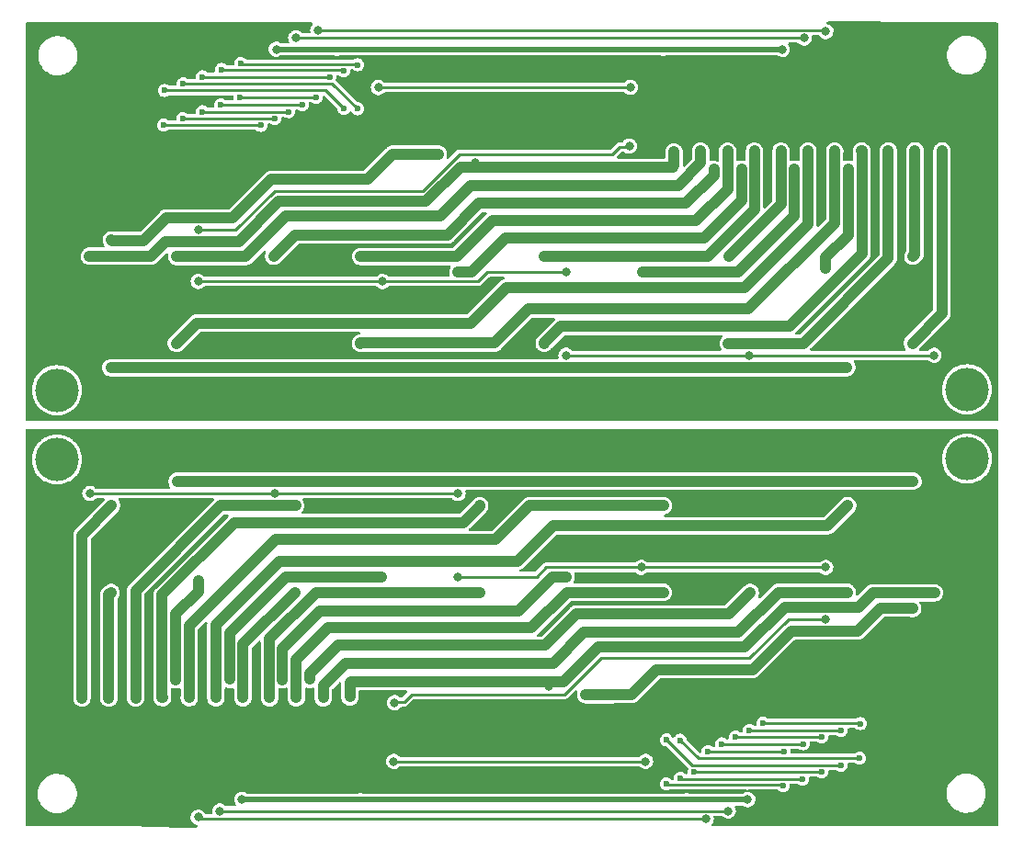
<source format=gbl>
%TF.GenerationSoftware,KiCad,Pcbnew,(6.0.0-rc1-392-g84e0feeee6)*%
%TF.CreationDate,2021-12-27T23:55:29+07:00*%
%TF.ProjectId,Ambino Fan HUB CH552G_Pannelize,416d6269-6e6f-4204-9661-6e2048554220,rev?*%
%TF.SameCoordinates,Original*%
%TF.FileFunction,Copper,L2,Bot*%
%TF.FilePolarity,Positive*%
%FSLAX46Y46*%
G04 Gerber Fmt 4.6, Leading zero omitted, Abs format (unit mm)*
G04 Created by KiCad (PCBNEW (6.0.0-rc1-392-g84e0feeee6)) date 2021-12-27 23:55:29*
%MOMM*%
%LPD*%
G01*
G04 APERTURE LIST*
%TA.AperFunction,ComponentPad*%
%ADD10C,4.000000*%
%TD*%
%TA.AperFunction,ViaPad*%
%ADD11C,0.800000*%
%TD*%
%TA.AperFunction,ViaPad*%
%ADD12C,0.600000*%
%TD*%
%TA.AperFunction,Conductor*%
%ADD13C,0.250000*%
%TD*%
%TA.AperFunction,Conductor*%
%ADD14C,0.500000*%
%TD*%
%TA.AperFunction,Conductor*%
%ADD15C,1.000000*%
%TD*%
G04 APERTURE END LIST*
D10*
%TO.P,H21,1*%
%TO.N,N/C*%
X175843750Y-88110000D03*
%TD*%
%TO.P,H24,1*%
%TO.N,N/C*%
X92018750Y-88185000D03*
%TD*%
%TO.P,H21,1*%
%TO.N,N/C*%
X92020680Y-94576000D03*
%TD*%
%TO.P,H24,1*%
%TO.N,N/C*%
X175845680Y-94501000D03*
%TD*%
D11*
%TO.N,PWM_Chasis_OUT*%
X123125680Y-116986000D03*
X144738750Y-65700000D03*
D12*
%TO.N,P31*%
X101914239Y-60575489D03*
X165950191Y-122110511D03*
X149415680Y-120446000D03*
X118448750Y-62240000D03*
%TO.N,P30*%
X103638750Y-59950989D03*
X164225680Y-122735011D03*
X119698750Y-62260000D03*
X148165680Y-120426000D03*
%TO.N,P33*%
X160685680Y-124056000D03*
X149435680Y-123926000D03*
X118428750Y-58760000D03*
X107178750Y-58630000D03*
D11*
%TO.N,GND*%
X98595680Y-123416000D03*
X92595680Y-112416000D03*
X90268750Y-82770000D03*
X171595680Y-116416000D03*
X176095680Y-102916000D03*
X176768750Y-62770000D03*
X170768750Y-89770000D03*
X176768750Y-68770000D03*
X99768750Y-90270000D03*
X102768750Y-90270000D03*
X91768750Y-78270000D03*
X94768750Y-67770000D03*
X103095680Y-92916000D03*
X169268750Y-62270000D03*
X97768750Y-69270000D03*
X92595680Y-119916000D03*
X97768750Y-66270000D03*
X97095680Y-92916000D03*
X176095680Y-101416000D03*
X166595680Y-93916000D03*
X165095680Y-93916000D03*
X91095680Y-119916000D03*
X165095680Y-92416000D03*
X97768750Y-63270000D03*
X167768750Y-88270000D03*
X91095680Y-112416000D03*
X163595680Y-93916000D03*
X91095680Y-113916000D03*
X100095680Y-94416000D03*
X171595680Y-119416000D03*
X173095680Y-117916000D03*
X170095680Y-117916000D03*
X175268750Y-67270000D03*
X169595680Y-92416000D03*
X96268750Y-66270000D03*
X102768750Y-88770000D03*
X166268750Y-89770000D03*
X170095680Y-113416000D03*
X94768750Y-69270000D03*
X175268750Y-65770000D03*
X176768750Y-64270000D03*
X169595680Y-93916000D03*
X90268750Y-81270000D03*
X176768750Y-67270000D03*
X94768750Y-66270000D03*
X164768750Y-89770000D03*
X170768750Y-56270000D03*
X98595680Y-124916000D03*
X164768750Y-88270000D03*
X91768750Y-79770000D03*
X92595680Y-116916000D03*
X171595680Y-117916000D03*
X173095680Y-119416000D03*
X98268750Y-88770000D03*
X97095680Y-120416000D03*
X90268750Y-76770000D03*
X170095680Y-114916000D03*
X166595680Y-92416000D03*
X101268750Y-90270000D03*
X97095680Y-123416000D03*
X171595680Y-114916000D03*
X103095680Y-94416000D03*
X170095680Y-119416000D03*
X170768750Y-62270000D03*
X170768750Y-59270000D03*
X101595680Y-94416000D03*
X168095680Y-93916000D03*
X170768750Y-88270000D03*
X104268750Y-88770000D03*
X168095680Y-92416000D03*
X176768750Y-70270000D03*
X170768750Y-60770000D03*
X177595680Y-99916000D03*
X98595680Y-126416000D03*
X91768750Y-81270000D03*
X171595680Y-113416000D03*
X97768750Y-64770000D03*
X94768750Y-63270000D03*
X163595680Y-92416000D03*
X169268750Y-60770000D03*
X91095680Y-116916000D03*
X101595680Y-92916000D03*
X173095680Y-114916000D03*
X175268750Y-64270000D03*
X96268750Y-63270000D03*
X167768750Y-89770000D03*
X176095680Y-104416000D03*
X177595680Y-101416000D03*
X99768750Y-88770000D03*
X177595680Y-105916000D03*
X175268750Y-68770000D03*
X170095680Y-116416000D03*
X96268750Y-67770000D03*
X104268750Y-90270000D03*
X94768750Y-64770000D03*
X98595680Y-120416000D03*
X175268750Y-62770000D03*
X176095680Y-99916000D03*
X169268750Y-56270000D03*
X91768750Y-76770000D03*
X97095680Y-126416000D03*
X92595680Y-118416000D03*
X175268750Y-70270000D03*
X96268750Y-69270000D03*
X97095680Y-94416000D03*
X97095680Y-124916000D03*
X90268750Y-78270000D03*
X97095680Y-121916000D03*
X177595680Y-102916000D03*
X169268750Y-57770000D03*
X90268750Y-79770000D03*
X166268750Y-88270000D03*
X176768750Y-65770000D03*
X92595680Y-113916000D03*
X170768750Y-57770000D03*
X97768750Y-67770000D03*
X177595680Y-104416000D03*
X101268750Y-88770000D03*
X91095680Y-115416000D03*
X173095680Y-116416000D03*
X169268750Y-88270000D03*
X92595680Y-115416000D03*
X98595680Y-121916000D03*
X100095680Y-92916000D03*
X96268750Y-64770000D03*
X98595680Y-94416000D03*
X91768750Y-82770000D03*
X91095680Y-118416000D03*
X173095680Y-113416000D03*
X98595680Y-92916000D03*
X169268750Y-59270000D03*
X169268750Y-89770000D03*
X98268750Y-90270000D03*
X176095680Y-105916000D03*
D12*
%TO.N,P11*%
X119718750Y-58210000D03*
X108948750Y-58066489D03*
X158915680Y-124619511D03*
X148145680Y-124476000D03*
%TO.N,P34*%
X150705680Y-123370500D03*
X105408750Y-59315500D03*
X162455680Y-123370500D03*
X117158750Y-59315500D03*
%TO.N,P16*%
X160745680Y-120775011D03*
X114608750Y-61900000D03*
X107118750Y-61910989D03*
X153255680Y-120786000D03*
%TO.N,P17*%
X115878750Y-61210000D03*
X108878750Y-61200000D03*
X158985680Y-121486000D03*
X151985680Y-121476000D03*
%TO.N,P32*%
X110818750Y-63784500D03*
X166025680Y-118916000D03*
X101838750Y-63770000D03*
X157045680Y-118901500D03*
%TO.N,P14*%
X164255680Y-119526000D03*
X112068750Y-63160000D03*
X103608750Y-63160000D03*
X155795680Y-119526000D03*
%TO.N,P15*%
X154515680Y-120156000D03*
X162455680Y-120150500D03*
X113348750Y-62530000D03*
X105408750Y-62535500D03*
D11*
%TO.N,+5V*%
X109035680Y-125906000D03*
D12*
X119975680Y-125906000D03*
D11*
X112218750Y-56770000D03*
X158828750Y-56780000D03*
D12*
X147888750Y-56780000D03*
X117828750Y-56780000D03*
D11*
X155645680Y-125916000D03*
D12*
X150035680Y-125906000D03*
D11*
%TO.N,G_FAN*%
X97038750Y-74370000D03*
X113968750Y-86120000D03*
X96988750Y-86120000D03*
X123398750Y-66430000D03*
X130908750Y-86120000D03*
X125898750Y-66430000D03*
X136955680Y-96566000D03*
X124658750Y-66430000D03*
X147848750Y-86120000D03*
X164788750Y-86090000D03*
X153895680Y-96566000D03*
X170875680Y-96566000D03*
X143205680Y-116256000D03*
X103075680Y-96596000D03*
X140725680Y-116246000D03*
X141965680Y-116256000D03*
X120015680Y-96566000D03*
X170825680Y-108316000D03*
X144465680Y-116256000D03*
X127138750Y-66440000D03*
%TO.N,+12VA*%
X164888750Y-67820000D03*
X155885680Y-106826000D03*
X152518750Y-67850000D03*
X115345680Y-114836000D03*
X155069230Y-67830000D03*
X95008750Y-75830000D03*
X105025680Y-105726000D03*
X148858750Y-66240000D03*
X119005680Y-116446000D03*
X111978750Y-75860000D03*
X145918750Y-77310000D03*
X107915680Y-114846000D03*
X121945680Y-105376000D03*
X172855680Y-106856000D03*
X137335680Y-115448580D03*
X159948750Y-67840000D03*
X162838750Y-76960000D03*
X112795200Y-114856000D03*
X130528750Y-67237420D03*
X138925680Y-105396000D03*
X128938750Y-77290000D03*
X102975680Y-114866000D03*
%TO.N,Net-(F1-Pad1)*%
X97055680Y-98826000D03*
X170808750Y-83860000D03*
X94315680Y-116556000D03*
X173548750Y-66130000D03*
%TO.N,Net-(F2-Pad1)*%
X153868750Y-83860000D03*
X99265680Y-116546000D03*
X113995680Y-98826000D03*
X168598750Y-66140000D03*
%TO.N,Net-(F3-Pad1)*%
X101725680Y-116536000D03*
X130965680Y-98826000D03*
X166138750Y-66150000D03*
X136898750Y-83860000D03*
%TO.N,Net-(F4-Pad1)*%
X119968750Y-83860000D03*
X147895680Y-98826000D03*
X104205680Y-116536000D03*
X163658750Y-66150000D03*
%TO.N,Net-(F5-Pad1)*%
X161198750Y-66150000D03*
X164855680Y-98826000D03*
X103008750Y-83860000D03*
X106665680Y-116536000D03*
%TO.N,Net-(F6-Pad1)*%
X116545680Y-116536000D03*
X164825680Y-106816000D03*
X103038750Y-75870000D03*
X151318750Y-66150000D03*
%TO.N,Net-(F7-Pad1)*%
X119988750Y-75870000D03*
X114065680Y-116526000D03*
X147875680Y-106816000D03*
X153798750Y-66160000D03*
%TO.N,Net-(F8-Pad1)*%
X111595680Y-116536000D03*
X130935680Y-106836000D03*
X156268750Y-66150000D03*
X136928750Y-75850000D03*
%TO.N,Net-(F9-Pad1)*%
X158728750Y-66150000D03*
X113985680Y-106826000D03*
X109135680Y-116536000D03*
X153878750Y-75860000D03*
%TO.N,Net-(F10-Pad1)*%
X97015680Y-106826000D03*
X171058750Y-66120000D03*
X170848750Y-75860000D03*
X96805680Y-116566000D03*
%TO.N,DM*%
X160838750Y-55730000D03*
X114018750Y-55730000D03*
X107025680Y-126956000D03*
X153845680Y-126956000D03*
%TO.N,PWM_Chasis*%
X144838750Y-60290000D03*
X146235680Y-122386000D03*
X123025680Y-122396000D03*
X121628750Y-60300000D03*
%TO.N,DP*%
X105025680Y-127546000D03*
X116048750Y-55005500D03*
X162838750Y-55140000D03*
X151815680Y-127680500D03*
%TO.N,PWM_Chasis_OUT*%
X105028750Y-73400500D03*
X112065680Y-97706000D03*
X128935680Y-105376000D03*
X162835680Y-109285500D03*
X95055680Y-97716000D03*
X105038750Y-78170000D03*
X155798750Y-84980000D03*
X172808750Y-84970000D03*
X138908750Y-84970000D03*
X122028750Y-78170000D03*
X162825680Y-104516000D03*
X128955680Y-97716000D03*
X138928750Y-77310000D03*
X145835680Y-104516000D03*
%TD*%
D13*
%TO.N,PWM_Chasis_OUT*%
X123985680Y-116916000D02*
X123195680Y-116916000D01*
X123195680Y-116916000D02*
X123125680Y-116986000D01*
X144668750Y-65770000D02*
X144738750Y-65700000D01*
X143878750Y-65770000D02*
X144668750Y-65770000D01*
%TO.N,P31*%
X149415680Y-120446000D02*
X151080191Y-122110511D01*
X151080191Y-122110511D02*
X165950191Y-122110511D01*
X118448750Y-62240000D02*
X116784239Y-60575489D01*
X116784239Y-60575489D02*
X101914239Y-60575489D01*
%TO.N,P30*%
X103649739Y-59940000D02*
X103638750Y-59950989D01*
X119698750Y-62260000D02*
X117378750Y-59940000D01*
X148165680Y-120426000D02*
X150485680Y-122746000D01*
X117378750Y-59940000D02*
X103649739Y-59940000D01*
X150485680Y-122746000D02*
X164214691Y-122746000D01*
X164214691Y-122746000D02*
X164225680Y-122735011D01*
%TO.N,P33*%
X118428750Y-58760000D02*
X118359739Y-58690989D01*
X149435680Y-123926000D02*
X149504691Y-123995011D01*
X160624691Y-123995011D02*
X160685680Y-124056000D01*
X118359739Y-58690989D02*
X107239739Y-58690989D01*
X107239739Y-58690989D02*
X107178750Y-58630000D01*
X149504691Y-123995011D02*
X160624691Y-123995011D01*
%TO.N,P11*%
X109017750Y-58135489D02*
X108948750Y-58066489D01*
X119718750Y-58210000D02*
X119644239Y-58135489D01*
X158846680Y-124550511D02*
X158915680Y-124619511D01*
X148145680Y-124476000D02*
X148220191Y-124550511D01*
X148220191Y-124550511D02*
X158846680Y-124550511D01*
X119644239Y-58135489D02*
X109017750Y-58135489D01*
%TO.N,P34*%
X117158750Y-59315500D02*
X105408750Y-59315500D01*
X150705680Y-123370500D02*
X162455680Y-123370500D01*
%TO.N,P16*%
X160740180Y-120780511D02*
X160745680Y-120775011D01*
X153255680Y-120786000D02*
X153261169Y-120780511D01*
X153261169Y-120780511D02*
X160740180Y-120780511D01*
X114603261Y-61905489D02*
X107124250Y-61905489D01*
X107124250Y-61905489D02*
X107118750Y-61910989D01*
X114608750Y-61900000D02*
X114603261Y-61905489D01*
%TO.N,P17*%
X158975680Y-121476000D02*
X158985680Y-121486000D01*
X108888750Y-61210000D02*
X108878750Y-61200000D01*
X115878750Y-61210000D02*
X108888750Y-61210000D01*
X151985680Y-121476000D02*
X158975680Y-121476000D01*
%TO.N,P32*%
X101848750Y-63780000D02*
X103345557Y-63780000D01*
X166015680Y-118906000D02*
X164518873Y-118906000D01*
X103867432Y-63784511D02*
X103871943Y-63780000D01*
X103350068Y-63784511D02*
X103867432Y-63784511D01*
X166025680Y-118916000D02*
X166015680Y-118906000D01*
X164514362Y-118901489D02*
X163996998Y-118901489D01*
X157050180Y-118906000D02*
X157045680Y-118901500D01*
X110814250Y-63780000D02*
X110818750Y-63784500D01*
X101838750Y-63770000D02*
X101848750Y-63780000D01*
X163996998Y-118901489D02*
X163992487Y-118906000D01*
X103345557Y-63780000D02*
X103350068Y-63784511D01*
X103871943Y-63780000D02*
X110814250Y-63780000D01*
X164518873Y-118906000D02*
X164514362Y-118901489D01*
X163992487Y-118906000D02*
X157050180Y-118906000D01*
%TO.N,P14*%
X112068750Y-63160000D02*
X103608750Y-63160000D01*
X155795680Y-119526000D02*
X164255680Y-119526000D01*
%TO.N,P15*%
X154521169Y-120150511D02*
X162455669Y-120150511D01*
X162455669Y-120150511D02*
X162455680Y-120150500D01*
X113348750Y-62530000D02*
X113343261Y-62535489D01*
X113343261Y-62535489D02*
X105408761Y-62535489D01*
X105408761Y-62535489D02*
X105408750Y-62535500D01*
X154515680Y-120156000D02*
X154521169Y-120150511D01*
D14*
%TO.N,+5V*%
X158828750Y-56780000D02*
X148978750Y-56780000D01*
X112228750Y-56780000D02*
X112218750Y-56770000D01*
D13*
X119975680Y-125906000D02*
X118885680Y-125906000D01*
D14*
X150035680Y-125906000D02*
X155635680Y-125906000D01*
X118885680Y-125906000D02*
X150035680Y-125906000D01*
X155635680Y-125906000D02*
X155645680Y-125916000D01*
X109035680Y-125906000D02*
X118885680Y-125906000D01*
X117828750Y-56780000D02*
X112228750Y-56780000D01*
D13*
X147888750Y-56780000D02*
X148978750Y-56780000D01*
D14*
X148978750Y-56780000D02*
X117828750Y-56780000D01*
D15*
%TO.N,G_FAN*%
X170875680Y-96566000D02*
X153895680Y-96566000D01*
X122948750Y-66440000D02*
X127138750Y-66440000D01*
D14*
X123398750Y-66430000D02*
X124658750Y-66430000D01*
D15*
X159636669Y-110385011D02*
X156105680Y-113916000D01*
X144915680Y-116246000D02*
X140725680Y-116246000D01*
X103105680Y-96566000D02*
X103075680Y-96596000D01*
X102097761Y-72300989D02*
X108227761Y-72300989D01*
X125898750Y-66430000D02*
X127128750Y-66430000D01*
X164758750Y-86120000D02*
X164788750Y-86090000D01*
X143205680Y-116256000D02*
X141965680Y-116256000D01*
X97068750Y-74400000D02*
X99998750Y-74400000D01*
X120618750Y-68770000D02*
X122948750Y-66440000D01*
X113968750Y-86120000D02*
X130908750Y-86120000D01*
X141965680Y-116256000D02*
X140735680Y-116256000D01*
X170795680Y-108286000D02*
X167865680Y-108286000D01*
X108227761Y-72300989D02*
X111758750Y-68770000D01*
X170825680Y-108316000D02*
X170795680Y-108286000D01*
X124658750Y-66430000D02*
X125898750Y-66430000D01*
X97038750Y-74370000D02*
X97068750Y-74400000D01*
X156105680Y-113916000D02*
X147245680Y-113916000D01*
X165766669Y-110385011D02*
X159636669Y-110385011D01*
X153895680Y-96566000D02*
X136955680Y-96566000D01*
X96988750Y-86120000D02*
X113968750Y-86120000D01*
X136955680Y-96566000D02*
X120015680Y-96566000D01*
X130908750Y-86120000D02*
X147848750Y-86120000D01*
X127128750Y-66430000D02*
X127138750Y-66440000D01*
X147848750Y-86120000D02*
X164758750Y-86120000D01*
X147245680Y-113916000D02*
X144915680Y-116246000D01*
X111758750Y-68770000D02*
X120618750Y-68770000D01*
X120015680Y-96566000D02*
X103105680Y-96566000D01*
D14*
X144465680Y-116256000D02*
X143205680Y-116256000D01*
D15*
X167865680Y-108286000D02*
X165766669Y-110385011D01*
X140735680Y-116256000D02*
X140725680Y-116246000D01*
X99998750Y-74400000D02*
X102097761Y-72300989D01*
%TO.N,+12VA*%
X164888750Y-69070000D02*
X164878750Y-69080000D01*
X116275680Y-108516000D02*
X134565680Y-108516000D01*
X148718750Y-67650000D02*
X130698750Y-67650000D01*
X148858750Y-66240000D02*
X148858750Y-67510000D01*
D13*
X137335680Y-115206000D02*
X137165680Y-115036000D01*
D15*
X155058750Y-67840480D02*
X155069230Y-67830000D01*
X159928750Y-72110000D02*
X154728750Y-77310000D01*
X137675680Y-105406000D02*
X138915680Y-105406000D01*
X107935680Y-113606000D02*
X107935680Y-114826000D01*
X115345680Y-114836000D02*
X115345680Y-114276000D01*
D13*
X130528750Y-67480000D02*
X130698750Y-67650000D01*
D15*
X159928750Y-69080000D02*
X159928750Y-72110000D01*
X139855680Y-108816000D02*
X153895680Y-108816000D01*
X128008750Y-73870000D02*
X113968750Y-73870000D01*
X138695680Y-115036000D02*
X141855680Y-111876000D01*
X141855680Y-111876000D02*
X155395680Y-111876000D01*
X129168750Y-67650000D02*
X126008750Y-70810000D01*
X152518750Y-67850000D02*
X152518750Y-68410000D01*
X108778750Y-74500000D02*
X102018750Y-74500000D01*
X102985680Y-113606000D02*
X102985680Y-108766000D01*
X155058750Y-70700000D02*
X151588750Y-74170000D01*
X159928750Y-67860000D02*
X159948750Y-67840000D01*
X137165680Y-115036000D02*
X138695680Y-115036000D01*
X155058750Y-69080000D02*
X155058750Y-67840480D01*
X164878750Y-73920000D02*
X162838750Y-75960000D01*
X119005680Y-116446000D02*
X119005680Y-115176000D01*
X159085680Y-108186000D02*
X165845680Y-108186000D01*
X112805680Y-114845520D02*
X112795200Y-114856000D01*
X112468750Y-70810000D02*
X108778750Y-74500000D01*
X153895680Y-108816000D02*
X155885680Y-106826000D01*
X107935680Y-114826000D02*
X107915680Y-114846000D01*
X102975680Y-114866000D02*
X102975680Y-113616000D01*
X126008750Y-70810000D02*
X112468750Y-70810000D01*
X105025680Y-106726000D02*
X105025680Y-105726000D01*
X112805680Y-111986000D02*
X116275680Y-108516000D01*
X154728750Y-77310000D02*
X145918750Y-77310000D01*
X119145680Y-115036000D02*
X137165680Y-115036000D01*
X159928750Y-69080000D02*
X159928750Y-67860000D01*
X119005680Y-115176000D02*
X119145680Y-115036000D01*
X155395680Y-111876000D02*
X159085680Y-108186000D01*
X102985680Y-108766000D02*
X105025680Y-106726000D01*
X100688750Y-75830000D02*
X95008750Y-75830000D01*
X148858750Y-67510000D02*
X148718750Y-67650000D01*
X112805680Y-113606000D02*
X112805680Y-114845520D01*
X165845680Y-108186000D02*
X167175680Y-106856000D01*
X107935680Y-113606000D02*
X107935680Y-110576000D01*
D13*
X130528750Y-67237420D02*
X130528750Y-67480000D01*
D15*
X155058750Y-69080000D02*
X155058750Y-70700000D01*
X107935680Y-110576000D02*
X113135680Y-105376000D01*
X128948750Y-77280000D02*
X128938750Y-77290000D01*
X130188750Y-77280000D02*
X128948750Y-77280000D01*
X138915680Y-105406000D02*
X138925680Y-105396000D01*
X167175680Y-106856000D02*
X172855680Y-106856000D01*
X113135680Y-105376000D02*
X121945680Y-105376000D01*
X113968750Y-73870000D02*
X111978750Y-75860000D01*
X102975680Y-113616000D02*
X102985680Y-113606000D01*
X164888750Y-67820000D02*
X164888750Y-69070000D01*
X130898750Y-70980000D02*
X128008750Y-73870000D01*
X149948750Y-70980000D02*
X130898750Y-70980000D01*
X117915680Y-111706000D02*
X136965680Y-111706000D01*
X134565680Y-108516000D02*
X137675680Y-105406000D01*
X115345680Y-114276000D02*
X117915680Y-111706000D01*
X152518750Y-68410000D02*
X149948750Y-70980000D01*
X136965680Y-111706000D02*
X139855680Y-108816000D01*
X151588750Y-74170000D02*
X133298750Y-74170000D01*
X112805680Y-113606000D02*
X112805680Y-111986000D01*
X164878750Y-69080000D02*
X164878750Y-73920000D01*
X102018750Y-74500000D02*
X100688750Y-75830000D01*
X133298750Y-74170000D02*
X130188750Y-77280000D01*
X130698750Y-67650000D02*
X129168750Y-67650000D01*
D13*
X137335680Y-115448580D02*
X137335680Y-115206000D01*
D15*
X162838750Y-75960000D02*
X162838750Y-76960000D01*
%TO.N,Net-(F1-Pad1)*%
X94315680Y-101566000D02*
X97055680Y-98826000D01*
X173548750Y-81120000D02*
X170808750Y-83860000D01*
X173548750Y-66130000D02*
X173548750Y-81120000D01*
X94315680Y-116556000D02*
X94315680Y-101566000D01*
%TO.N,Net-(F2-Pad1)*%
X168598750Y-66140000D02*
X168598750Y-76020000D01*
X168598750Y-76020000D02*
X160758750Y-83860000D01*
X107105680Y-98826000D02*
X113995680Y-98826000D01*
X99265680Y-106666000D02*
X107105680Y-98826000D01*
X99265680Y-116546000D02*
X99265680Y-106666000D01*
X160758750Y-83860000D02*
X153868750Y-83860000D01*
%TO.N,Net-(F3-Pad1)*%
X101715680Y-107046000D02*
X108375680Y-100386000D01*
X166138750Y-66150000D02*
X166148750Y-66160000D01*
X101715680Y-116526000D02*
X101715680Y-107046000D01*
X159488750Y-82300000D02*
X138438750Y-82300000D01*
X138438750Y-82300000D02*
X136898750Y-83840000D01*
X108375680Y-100386000D02*
X129425680Y-100386000D01*
X101725680Y-116536000D02*
X101715680Y-116526000D01*
X136898750Y-83840000D02*
X136898750Y-83860000D01*
X166148750Y-66160000D02*
X166148750Y-75640000D01*
X130965680Y-98846000D02*
X130965680Y-98826000D01*
X129425680Y-100386000D02*
X130965680Y-98846000D01*
X166148750Y-75640000D02*
X159488750Y-82300000D01*
%TO.N,Net-(F4-Pad1)*%
X163648750Y-72796378D02*
X155725128Y-80720000D01*
X104205680Y-116536000D02*
X104215680Y-116526000D01*
X147885680Y-98836000D02*
X147895680Y-98826000D01*
X104215680Y-109889622D02*
X112139302Y-101966000D01*
X132318750Y-83850000D02*
X119978750Y-83850000D01*
X135545680Y-98836000D02*
X147885680Y-98836000D01*
X135448750Y-80720000D02*
X132318750Y-83850000D01*
X155725128Y-80720000D02*
X135448750Y-80720000D01*
X119978750Y-83850000D02*
X119968750Y-83860000D01*
X112139302Y-101966000D02*
X132415680Y-101966000D01*
X132415680Y-101966000D02*
X135545680Y-98836000D01*
X104215680Y-116526000D02*
X104215680Y-109889622D01*
X163648750Y-66160000D02*
X163648750Y-72796378D01*
X163658750Y-66150000D02*
X163648750Y-66160000D01*
%TO.N,Net-(F5-Pad1)*%
X133408750Y-78760000D02*
X130158750Y-82010000D01*
X106665680Y-109806000D02*
X112545680Y-103926000D01*
X163005680Y-100676000D02*
X164855680Y-98826000D01*
X112545680Y-103926000D02*
X134455680Y-103926000D01*
X161198750Y-72880000D02*
X155318750Y-78760000D01*
X106665680Y-116536000D02*
X106665680Y-109806000D01*
X161198750Y-66150000D02*
X161198750Y-72880000D01*
X104858750Y-82010000D02*
X103008750Y-83860000D01*
X130158750Y-82010000D02*
X104858750Y-82010000D01*
X137705680Y-100676000D02*
X163005680Y-100676000D01*
X134455680Y-103926000D02*
X137705680Y-100676000D01*
X155318750Y-78760000D02*
X133408750Y-78760000D01*
%TO.N,Net-(F6-Pad1)*%
X151318750Y-67260000D02*
X149228750Y-69350000D01*
X158455680Y-106816000D02*
X164825680Y-106816000D01*
X118635680Y-113336000D02*
X137755680Y-113336000D01*
X116545680Y-116536000D02*
X116545680Y-115426000D01*
X151318750Y-66150000D02*
X151318750Y-67260000D01*
X130108750Y-69350000D02*
X127288750Y-72170000D01*
X137755680Y-113336000D02*
X140575680Y-110516000D01*
X127288750Y-72170000D02*
X113108750Y-72170000D01*
X109408750Y-75870000D02*
X103038750Y-75870000D01*
X154755680Y-110516000D02*
X158455680Y-106816000D01*
X113108750Y-72170000D02*
X109408750Y-75870000D01*
X149228750Y-69350000D02*
X130108750Y-69350000D01*
X140575680Y-110516000D02*
X154755680Y-110516000D01*
X116545680Y-115426000D02*
X118635680Y-113336000D01*
%TO.N,Net-(F7-Pad1)*%
X114065680Y-113036000D02*
X117005680Y-110096000D01*
X135745680Y-110096000D02*
X139025680Y-106816000D01*
X153798750Y-66160000D02*
X153798750Y-69650000D01*
X153798750Y-69650000D02*
X150858750Y-72590000D01*
X132118750Y-72590000D02*
X128838750Y-75870000D01*
X139025680Y-106816000D02*
X147875680Y-106816000D01*
X114065680Y-116526000D02*
X114065680Y-113036000D01*
X117005680Y-110096000D02*
X135745680Y-110096000D01*
X150858750Y-72590000D02*
X132118750Y-72590000D01*
X128838750Y-75870000D02*
X119988750Y-75870000D01*
%TO.N,Net-(F8-Pad1)*%
X111595680Y-116536000D02*
X111595680Y-111106000D01*
X156268750Y-66150000D02*
X156268750Y-71580000D01*
X156268750Y-71580000D02*
X151998750Y-75850000D01*
X115865680Y-106836000D02*
X130935680Y-106836000D01*
X151998750Y-75850000D02*
X136928750Y-75850000D01*
X111595680Y-111106000D02*
X115865680Y-106836000D01*
%TO.N,Net-(F9-Pad1)*%
X113925680Y-106826000D02*
X113985680Y-106826000D01*
X109135680Y-116536000D02*
X109135680Y-111616000D01*
X158728750Y-66150000D02*
X158728750Y-71070000D01*
X109135680Y-111616000D02*
X113925680Y-106826000D01*
X158728750Y-71070000D02*
X153938750Y-75860000D01*
X153938750Y-75860000D02*
X153878750Y-75860000D01*
%TO.N,Net-(F10-Pad1)*%
X171058750Y-66120000D02*
X171058750Y-75650000D01*
X96805680Y-116566000D02*
X96805680Y-107036000D01*
X171058750Y-75650000D02*
X170848750Y-75860000D01*
X96805680Y-107036000D02*
X97015680Y-106826000D01*
D13*
%TO.N,DM*%
X160838750Y-55730000D02*
X114018750Y-55730000D01*
X107025680Y-126956000D02*
X153845680Y-126956000D01*
%TO.N,PWM_Chasis*%
X144838750Y-60290000D02*
X121638750Y-60290000D01*
X146225680Y-122396000D02*
X146235680Y-122386000D01*
X121638750Y-60290000D02*
X121628750Y-60300000D01*
X123025680Y-122396000D02*
X146225680Y-122396000D01*
%TO.N,DP*%
X105160191Y-127680511D02*
X151815669Y-127680511D01*
X105025680Y-127546000D02*
X105160191Y-127680511D01*
X151815669Y-127680511D02*
X151815680Y-127680500D01*
X162704239Y-55005489D02*
X116048761Y-55005489D01*
X116048761Y-55005489D02*
X116048750Y-55005500D01*
X162838750Y-55140000D02*
X162704239Y-55005489D01*
%TO.N,PWM_Chasis_OUT*%
X143188750Y-66460000D02*
X143878750Y-65770000D01*
X155798750Y-84980000D02*
X172798750Y-84980000D01*
X95065680Y-97706000D02*
X95055680Y-97716000D01*
X145835680Y-104516000D02*
X137035680Y-104516000D01*
X155785680Y-112876000D02*
X142135680Y-112876000D01*
X138908750Y-84970000D02*
X155788750Y-84970000D01*
X155788750Y-84970000D02*
X155798750Y-84980000D01*
X131678750Y-77320000D02*
X138918750Y-77320000D01*
X122028750Y-78170000D02*
X130828750Y-78170000D01*
X112078750Y-69810000D02*
X125728750Y-69810000D01*
X105028750Y-73400500D02*
X108488250Y-73400500D01*
X128955680Y-97716000D02*
X112075680Y-97716000D01*
X136185680Y-105366000D02*
X128945680Y-105366000D01*
X138785680Y-116226000D02*
X124675680Y-116226000D01*
X159376180Y-109285500D02*
X155785680Y-112876000D01*
X162835680Y-109285500D02*
X159376180Y-109285500D01*
X142135680Y-112876000D02*
X138785680Y-116226000D01*
X124675680Y-116226000D02*
X123985680Y-116916000D01*
X112075680Y-97716000D02*
X112065680Y-97706000D01*
X128945680Y-105366000D02*
X128935680Y-105376000D01*
X108488250Y-73400500D02*
X112078750Y-69810000D01*
X162825680Y-104516000D02*
X145835680Y-104516000D01*
X125728750Y-69810000D02*
X129078750Y-66460000D01*
X129078750Y-66460000D02*
X143188750Y-66460000D01*
X112065680Y-97706000D02*
X95065680Y-97706000D01*
X138918750Y-77320000D02*
X138928750Y-77310000D01*
X172798750Y-84980000D02*
X172808750Y-84970000D01*
X130828750Y-78170000D02*
X131678750Y-77320000D01*
X105038750Y-78170000D02*
X122028750Y-78170000D01*
X137035680Y-104516000D02*
X136185680Y-105366000D01*
%TD*%
%TA.AperFunction,Conductor*%
%TO.N,GND*%
G36*
X178661801Y-91770002D02*
G01*
X178708294Y-91823658D01*
X178719680Y-91876000D01*
X178719680Y-128262000D01*
X178699678Y-128330121D01*
X178646022Y-128376614D01*
X178593680Y-128388000D01*
X152407503Y-128388000D01*
X152339382Y-128367998D01*
X152292889Y-128314342D01*
X152282785Y-128244068D01*
X152312279Y-128179488D01*
X152325672Y-128166190D01*
X152329327Y-128163069D01*
X152329335Y-128163061D01*
X152335103Y-128158134D01*
X152434041Y-128020447D01*
X152497281Y-127863134D01*
X152521170Y-127695278D01*
X152521325Y-127680500D01*
X152502221Y-127522636D01*
X152513894Y-127452607D01*
X152561575Y-127400005D01*
X152627308Y-127381500D01*
X153224314Y-127381500D01*
X153292435Y-127401502D01*
X153311011Y-127417631D01*
X153311510Y-127417083D01*
X153431292Y-127526077D01*
X153431296Y-127526080D01*
X153436913Y-127531191D01*
X153443586Y-127534814D01*
X153443590Y-127534817D01*
X153579238Y-127608467D01*
X153579240Y-127608468D01*
X153585915Y-127612092D01*
X153593264Y-127614020D01*
X153742563Y-127653188D01*
X153742565Y-127653188D01*
X153749913Y-127655116D01*
X153836289Y-127656473D01*
X153911841Y-127657660D01*
X153911844Y-127657660D01*
X153919440Y-127657779D01*
X153926845Y-127656083D01*
X153926846Y-127656083D01*
X153987266Y-127642245D01*
X154084709Y-127619928D01*
X154236178Y-127543747D01*
X154365103Y-127433634D01*
X154464041Y-127295947D01*
X154522109Y-127151500D01*
X154524446Y-127145687D01*
X154524447Y-127145685D01*
X154527281Y-127138634D01*
X154536200Y-127075962D01*
X154550589Y-126974862D01*
X154550589Y-126974859D01*
X154551170Y-126970778D01*
X154551325Y-126956000D01*
X154549520Y-126941080D01*
X154542686Y-126884612D01*
X154530956Y-126787680D01*
X154471025Y-126629077D01*
X154473624Y-126628095D01*
X154462329Y-126571241D01*
X154488338Y-126505180D01*
X154545933Y-126463668D01*
X154587825Y-126456500D01*
X155150042Y-126456500D01*
X155218163Y-126476502D01*
X155225034Y-126481776D01*
X155225103Y-126481679D01*
X155231297Y-126486081D01*
X155236913Y-126491191D01*
X155262678Y-126505180D01*
X155379238Y-126568467D01*
X155379240Y-126568468D01*
X155385915Y-126572092D01*
X155393264Y-126574020D01*
X155542563Y-126613188D01*
X155542565Y-126613188D01*
X155549913Y-126615116D01*
X155636289Y-126616473D01*
X155711841Y-126617660D01*
X155711844Y-126617660D01*
X155719440Y-126617779D01*
X155726845Y-126616083D01*
X155726846Y-126616083D01*
X155787266Y-126602245D01*
X155884709Y-126579928D01*
X156036178Y-126503747D01*
X156128204Y-126425149D01*
X156159331Y-126398564D01*
X156159332Y-126398563D01*
X156165103Y-126393634D01*
X156264041Y-126255947D01*
X156271178Y-126238194D01*
X156324446Y-126105687D01*
X156324447Y-126105685D01*
X156327281Y-126098634D01*
X156351170Y-125930778D01*
X156351325Y-125916000D01*
X156330956Y-125747680D01*
X156271025Y-125589077D01*
X156183155Y-125461226D01*
X156179294Y-125455608D01*
X156179293Y-125455607D01*
X156174992Y-125449349D01*
X156169321Y-125444296D01*
X156160264Y-125436226D01*
X173968499Y-125436226D01*
X174004587Y-125701395D01*
X174079472Y-125958317D01*
X174191511Y-126201348D01*
X174222688Y-126248900D01*
X174335676Y-126421236D01*
X174335680Y-126421241D01*
X174338242Y-126425149D01*
X174388697Y-126481679D01*
X174510065Y-126617660D01*
X174516440Y-126624803D01*
X174722192Y-126795925D01*
X174726185Y-126798348D01*
X174946986Y-126932334D01*
X174946990Y-126932336D01*
X174950978Y-126934756D01*
X174955286Y-126936563D01*
X174955287Y-126936563D01*
X175193456Y-127036436D01*
X175193461Y-127036438D01*
X175197771Y-127038245D01*
X175202303Y-127039396D01*
X175202306Y-127039397D01*
X175452613Y-127102967D01*
X175452616Y-127102968D01*
X175457150Y-127104119D01*
X175461806Y-127104588D01*
X175461807Y-127104588D01*
X175676282Y-127126184D01*
X175676283Y-127126184D01*
X175679421Y-127126500D01*
X175838624Y-127126500D01*
X175840947Y-127126327D01*
X175840957Y-127126327D01*
X176032892Y-127112064D01*
X176032896Y-127112063D01*
X176037557Y-127111717D01*
X176042121Y-127110684D01*
X176042123Y-127110684D01*
X176204987Y-127073831D01*
X176298571Y-127052655D01*
X176332664Y-127039397D01*
X176543636Y-126957355D01*
X176543638Y-126957354D01*
X176547989Y-126955662D01*
X176588805Y-126932334D01*
X176666208Y-126888094D01*
X176780330Y-126822868D01*
X176990491Y-126657190D01*
X177173855Y-126462269D01*
X177326394Y-126242385D01*
X177334303Y-126226348D01*
X177442691Y-126006559D01*
X177442692Y-126006556D01*
X177444756Y-126002371D01*
X177452296Y-125978818D01*
X177485549Y-125874934D01*
X177526342Y-125747497D01*
X177555846Y-125566330D01*
X177568607Y-125487976D01*
X177568607Y-125487975D01*
X177569358Y-125483364D01*
X177571457Y-125323008D01*
X177572800Y-125220451D01*
X177572800Y-125220448D01*
X177572861Y-125215774D01*
X177536773Y-124950605D01*
X177461888Y-124693683D01*
X177349849Y-124450652D01*
X177258688Y-124311609D01*
X177205684Y-124230764D01*
X177205680Y-124230759D01*
X177203118Y-124226851D01*
X177047694Y-124052713D01*
X177028037Y-124030689D01*
X177028035Y-124030687D01*
X177024920Y-124027197D01*
X176819168Y-123856075D01*
X176689559Y-123777426D01*
X176594374Y-123719666D01*
X176594370Y-123719664D01*
X176590382Y-123717244D01*
X176501308Y-123679892D01*
X176347904Y-123615564D01*
X176347899Y-123615562D01*
X176343589Y-123613755D01*
X176339057Y-123612604D01*
X176339054Y-123612603D01*
X176088747Y-123549033D01*
X176088744Y-123549032D01*
X176084210Y-123547881D01*
X176079554Y-123547412D01*
X176079553Y-123547412D01*
X175865078Y-123525816D01*
X175865077Y-123525816D01*
X175861939Y-123525500D01*
X175702736Y-123525500D01*
X175700413Y-123525673D01*
X175700403Y-123525673D01*
X175508468Y-123539936D01*
X175508464Y-123539937D01*
X175503803Y-123540283D01*
X175499239Y-123541316D01*
X175499237Y-123541316D01*
X175457886Y-123550673D01*
X175242789Y-123599345D01*
X175238437Y-123601037D01*
X175238435Y-123601038D01*
X174997724Y-123694645D01*
X174997722Y-123694646D01*
X174993371Y-123696338D01*
X174989317Y-123698655D01*
X174989315Y-123698656D01*
X174949630Y-123721338D01*
X174761030Y-123829132D01*
X174550869Y-123994810D01*
X174367505Y-124189731D01*
X174214966Y-124409615D01*
X174212900Y-124413804D01*
X174212899Y-124413806D01*
X174100838Y-124641044D01*
X174096604Y-124649629D01*
X174095182Y-124654072D01*
X174095181Y-124654074D01*
X174083864Y-124689429D01*
X174015018Y-124904503D01*
X173972002Y-125168636D01*
X173970867Y-125255375D01*
X173969859Y-125332375D01*
X173968499Y-125436226D01*
X156160264Y-125436226D01*
X156054072Y-125341612D01*
X156054068Y-125341610D01*
X156048401Y-125336560D01*
X156041612Y-125332965D01*
X155979952Y-125300318D01*
X155898561Y-125257224D01*
X155767148Y-125224215D01*
X155705953Y-125188220D01*
X155673932Y-125124854D01*
X155681253Y-125054236D01*
X155725590Y-124998786D01*
X155797844Y-124976011D01*
X158370181Y-124976011D01*
X158438302Y-124996013D01*
X158470144Y-125025307D01*
X158487398Y-125047793D01*
X158612839Y-125144047D01*
X158710557Y-125184523D01*
X158743849Y-125198313D01*
X158758918Y-125204555D01*
X158767106Y-125205633D01*
X158783338Y-125207770D01*
X158915680Y-125225193D01*
X158923868Y-125224115D01*
X159064254Y-125205633D01*
X159072442Y-125204555D01*
X159087512Y-125198313D01*
X159120803Y-125184523D01*
X159218521Y-125144047D01*
X159343962Y-125047793D01*
X159440216Y-124922352D01*
X159500724Y-124776273D01*
X159521362Y-124619511D01*
X159516231Y-124580536D01*
X159513917Y-124562956D01*
X159524857Y-124492808D01*
X159571985Y-124439709D01*
X159638839Y-124420511D01*
X160146328Y-124420511D01*
X160214449Y-124440513D01*
X160246291Y-124469807D01*
X160257398Y-124484282D01*
X160382839Y-124580536D01*
X160528918Y-124641044D01*
X160685680Y-124661682D01*
X160693868Y-124660604D01*
X160834254Y-124642122D01*
X160842442Y-124641044D01*
X160988521Y-124580536D01*
X161113962Y-124484282D01*
X161123584Y-124471743D01*
X161171256Y-124409615D01*
X161210216Y-124358841D01*
X161270724Y-124212762D01*
X161291362Y-124056000D01*
X161278279Y-123956622D01*
X161275886Y-123938446D01*
X161286825Y-123868297D01*
X161333954Y-123815199D01*
X161400808Y-123796000D01*
X161981001Y-123796000D01*
X162049122Y-123816002D01*
X162057705Y-123822038D01*
X162146283Y-123890006D01*
X162146286Y-123890008D01*
X162152839Y-123895036D01*
X162298918Y-123955544D01*
X162455680Y-123976182D01*
X162463868Y-123975104D01*
X162604254Y-123956622D01*
X162612442Y-123955544D01*
X162758521Y-123895036D01*
X162883962Y-123798782D01*
X162980216Y-123673341D01*
X163040724Y-123527262D01*
X163061362Y-123370500D01*
X163060284Y-123362310D01*
X163053917Y-123313945D01*
X163064857Y-123243797D01*
X163111985Y-123190698D01*
X163178839Y-123171500D01*
X163765323Y-123171500D01*
X163833444Y-123191502D01*
X163842016Y-123197529D01*
X163922839Y-123259547D01*
X164068918Y-123320055D01*
X164225680Y-123340693D01*
X164233868Y-123339615D01*
X164374254Y-123321133D01*
X164382442Y-123320055D01*
X164528521Y-123259547D01*
X164618247Y-123190698D01*
X164647416Y-123168316D01*
X164653962Y-123163293D01*
X164750216Y-123037852D01*
X164810724Y-122891773D01*
X164831362Y-122735011D01*
X164827967Y-122709222D01*
X164823917Y-122678456D01*
X164834857Y-122608308D01*
X164881985Y-122555209D01*
X164948839Y-122536011D01*
X165475512Y-122536011D01*
X165543633Y-122556013D01*
X165552216Y-122562049D01*
X165640794Y-122630017D01*
X165640797Y-122630019D01*
X165647350Y-122635047D01*
X165793429Y-122695555D01*
X165950191Y-122716193D01*
X165958379Y-122715115D01*
X166098765Y-122696633D01*
X166106953Y-122695555D01*
X166253032Y-122635047D01*
X166378473Y-122538793D01*
X166474727Y-122413352D01*
X166535235Y-122267273D01*
X166555873Y-122110511D01*
X166535235Y-121953749D01*
X166474727Y-121807670D01*
X166378473Y-121682229D01*
X166253032Y-121585975D01*
X166106953Y-121525467D01*
X165950191Y-121504829D01*
X165793429Y-121525467D01*
X165647350Y-121585975D01*
X165640799Y-121591002D01*
X165640794Y-121591005D01*
X165552216Y-121658973D01*
X165485996Y-121684574D01*
X165475512Y-121685011D01*
X159708837Y-121685011D01*
X159640716Y-121665009D01*
X159594223Y-121611353D01*
X159583915Y-121542565D01*
X159590284Y-121494188D01*
X159591362Y-121486000D01*
X159573254Y-121348456D01*
X159584193Y-121278309D01*
X159631321Y-121225210D01*
X159698176Y-121206011D01*
X160278168Y-121206011D01*
X160346289Y-121226013D01*
X160354872Y-121232048D01*
X160442839Y-121299547D01*
X160588918Y-121360055D01*
X160745680Y-121380693D01*
X160753868Y-121379615D01*
X160894254Y-121361133D01*
X160902442Y-121360055D01*
X161048521Y-121299547D01*
X161173962Y-121203293D01*
X161270216Y-121077852D01*
X161330724Y-120931773D01*
X161351362Y-120775011D01*
X161348883Y-120756182D01*
X161343917Y-120718456D01*
X161354857Y-120648308D01*
X161401985Y-120595209D01*
X161468839Y-120576011D01*
X161981015Y-120576011D01*
X162049136Y-120596013D01*
X162057718Y-120602047D01*
X162152839Y-120675036D01*
X162298918Y-120735544D01*
X162455680Y-120756182D01*
X162463868Y-120755104D01*
X162604254Y-120736622D01*
X162612442Y-120735544D01*
X162758521Y-120675036D01*
X162883962Y-120578782D01*
X162980216Y-120453341D01*
X163040724Y-120307262D01*
X163061362Y-120150500D01*
X163056900Y-120116608D01*
X163053917Y-120093945D01*
X163064857Y-120023797D01*
X163111985Y-119970698D01*
X163178839Y-119951500D01*
X163781001Y-119951500D01*
X163849122Y-119971502D01*
X163857705Y-119977538D01*
X163946283Y-120045506D01*
X163946286Y-120045508D01*
X163952839Y-120050536D01*
X164098918Y-120111044D01*
X164255680Y-120131682D01*
X164263868Y-120130604D01*
X164404254Y-120112122D01*
X164412442Y-120111044D01*
X164558521Y-120050536D01*
X164683962Y-119954282D01*
X164780216Y-119828841D01*
X164840724Y-119682762D01*
X164847894Y-119628304D01*
X164860284Y-119534188D01*
X164861362Y-119526000D01*
X164854509Y-119473946D01*
X164865448Y-119403797D01*
X164912577Y-119350699D01*
X164979431Y-119331500D01*
X165537968Y-119331500D01*
X165606089Y-119351502D01*
X165614672Y-119357537D01*
X165722839Y-119440536D01*
X165868918Y-119501044D01*
X166025680Y-119521682D01*
X166033868Y-119520604D01*
X166174254Y-119502122D01*
X166182442Y-119501044D01*
X166328521Y-119440536D01*
X166453962Y-119344282D01*
X166550216Y-119218841D01*
X166610724Y-119072762D01*
X166631362Y-118916000D01*
X166610724Y-118759238D01*
X166550216Y-118613159D01*
X166453962Y-118487718D01*
X166438677Y-118475989D01*
X166335072Y-118396491D01*
X166328521Y-118391464D01*
X166182442Y-118330956D01*
X166025680Y-118310318D01*
X165868918Y-118330956D01*
X165722839Y-118391464D01*
X165716288Y-118396491D01*
X165640737Y-118454463D01*
X165574517Y-118480063D01*
X165564033Y-118480500D01*
X164610236Y-118480500D01*
X164590973Y-118478984D01*
X164581755Y-118475989D01*
X163929605Y-118475989D01*
X163920388Y-118478984D01*
X163901120Y-118480500D01*
X157526224Y-118480500D01*
X157458103Y-118460498D01*
X157449520Y-118454463D01*
X157367418Y-118391464D01*
X157348521Y-118376964D01*
X157202442Y-118316456D01*
X157045680Y-118295818D01*
X156888918Y-118316456D01*
X156742839Y-118376964D01*
X156617398Y-118473218D01*
X156521144Y-118598659D01*
X156460636Y-118744738D01*
X156439998Y-118901500D01*
X156441076Y-118909688D01*
X156441076Y-118909690D01*
X156447443Y-118958055D01*
X156436503Y-119028203D01*
X156389375Y-119081302D01*
X156322521Y-119100500D01*
X156270359Y-119100500D01*
X156202238Y-119080498D01*
X156193655Y-119074462D01*
X156105077Y-119006494D01*
X156105072Y-119006491D01*
X156098521Y-119001464D01*
X155952442Y-118940956D01*
X155795680Y-118920318D01*
X155638918Y-118940956D01*
X155492839Y-119001464D01*
X155367398Y-119097718D01*
X155271144Y-119223159D01*
X155210636Y-119369238D01*
X155189998Y-119526000D01*
X155191076Y-119534188D01*
X155197445Y-119582565D01*
X155186506Y-119652713D01*
X155139378Y-119705812D01*
X155072523Y-119725011D01*
X154983206Y-119725011D01*
X154915085Y-119705009D01*
X154906502Y-119698974D01*
X154825072Y-119636491D01*
X154818521Y-119631464D01*
X154672442Y-119570956D01*
X154515680Y-119550318D01*
X154358918Y-119570956D01*
X154212839Y-119631464D01*
X154087398Y-119727718D01*
X153991144Y-119853159D01*
X153930636Y-119999238D01*
X153929558Y-120007426D01*
X153920317Y-120077619D01*
X153909998Y-120156000D01*
X153911076Y-120164188D01*
X153917445Y-120212565D01*
X153906506Y-120282713D01*
X153859378Y-120335812D01*
X153792523Y-120355011D01*
X153723206Y-120355011D01*
X153655085Y-120335009D01*
X153646502Y-120328974D01*
X153586213Y-120282713D01*
X153558521Y-120261464D01*
X153412442Y-120200956D01*
X153255680Y-120180318D01*
X153098918Y-120200956D01*
X152952839Y-120261464D01*
X152827398Y-120357718D01*
X152731144Y-120483159D01*
X152670636Y-120629238D01*
X152649998Y-120786000D01*
X152666067Y-120908055D01*
X152655128Y-120978202D01*
X152608000Y-121031301D01*
X152541145Y-121050500D01*
X152460359Y-121050500D01*
X152392238Y-121030498D01*
X152383655Y-121024462D01*
X152295077Y-120956494D01*
X152295072Y-120956491D01*
X152288521Y-120951464D01*
X152142442Y-120890956D01*
X151985680Y-120870318D01*
X151828918Y-120890956D01*
X151682839Y-120951464D01*
X151557398Y-121047718D01*
X151461144Y-121173159D01*
X151400636Y-121319238D01*
X151379998Y-121476000D01*
X151381076Y-121484185D01*
X151381971Y-121490983D01*
X151371032Y-121561132D01*
X151323905Y-121614231D01*
X151255551Y-121633422D01*
X151187673Y-121612612D01*
X151167954Y-121596526D01*
X150052203Y-120480775D01*
X150018177Y-120418463D01*
X150016376Y-120408126D01*
X150001802Y-120297427D01*
X150000724Y-120289238D01*
X149940216Y-120143159D01*
X149843962Y-120017718D01*
X149718521Y-119921464D01*
X149572442Y-119860956D01*
X149415680Y-119840318D01*
X149258918Y-119860956D01*
X149112839Y-119921464D01*
X148987398Y-120017718D01*
X148982375Y-120024264D01*
X148982371Y-120024268D01*
X148897160Y-120135317D01*
X148839822Y-120177184D01*
X148768951Y-120181406D01*
X148707049Y-120146642D01*
X148691379Y-120125967D01*
X148690216Y-120123159D01*
X148621739Y-120033918D01*
X148598985Y-120004264D01*
X148593962Y-119997718D01*
X148468521Y-119901464D01*
X148322442Y-119840956D01*
X148165680Y-119820318D01*
X148008918Y-119840956D01*
X147862839Y-119901464D01*
X147737398Y-119997718D01*
X147732375Y-120004264D01*
X147709621Y-120033918D01*
X147641144Y-120123159D01*
X147580636Y-120269238D01*
X147559998Y-120426000D01*
X147580636Y-120582762D01*
X147641144Y-120728841D01*
X147737398Y-120854282D01*
X147862839Y-120950536D01*
X148008918Y-121011044D01*
X148055716Y-121017205D01*
X148127806Y-121026696D01*
X148192734Y-121055418D01*
X148200455Y-121062523D01*
X150128772Y-122990840D01*
X150162798Y-123053152D01*
X150156086Y-123128153D01*
X150123796Y-123206108D01*
X150120636Y-123213738D01*
X150099998Y-123370500D01*
X150104075Y-123401464D01*
X150107445Y-123427065D01*
X150096506Y-123497213D01*
X150049378Y-123550312D01*
X149982523Y-123569511D01*
X149981187Y-123569511D01*
X149913066Y-123549509D01*
X149881225Y-123520216D01*
X149868988Y-123504268D01*
X149863962Y-123497718D01*
X149738521Y-123401464D01*
X149592442Y-123340956D01*
X149435680Y-123320318D01*
X149278918Y-123340956D01*
X149132839Y-123401464D01*
X149007398Y-123497718D01*
X148911144Y-123623159D01*
X148850636Y-123769238D01*
X148829998Y-123926000D01*
X148834030Y-123956622D01*
X148837445Y-123982565D01*
X148826506Y-124052713D01*
X148779378Y-124105812D01*
X148712523Y-124125011D01*
X148695408Y-124125011D01*
X148627287Y-124105009D01*
X148595446Y-124075715D01*
X148578989Y-124054268D01*
X148578985Y-124054264D01*
X148573962Y-124047718D01*
X148448521Y-123951464D01*
X148302442Y-123890956D01*
X148145680Y-123870318D01*
X147988918Y-123890956D01*
X147842839Y-123951464D01*
X147717398Y-124047718D01*
X147621144Y-124173159D01*
X147560636Y-124319238D01*
X147539998Y-124476000D01*
X147560636Y-124632762D01*
X147563796Y-124640391D01*
X147564513Y-124642122D01*
X147621144Y-124778841D01*
X147717398Y-124904282D01*
X147842839Y-125000536D01*
X147988918Y-125061044D01*
X148145680Y-125081682D01*
X148153868Y-125080604D01*
X148294254Y-125062122D01*
X148302442Y-125061044D01*
X148448521Y-125000536D01*
X148455076Y-124995506D01*
X148459604Y-124992892D01*
X148522605Y-124976011D01*
X155495599Y-124976011D01*
X155563720Y-124996013D01*
X155610213Y-125049669D01*
X155620317Y-125119943D01*
X155590823Y-125184523D01*
X155525014Y-125224529D01*
X155399712Y-125254612D01*
X155392968Y-125258093D01*
X155392965Y-125258094D01*
X155387769Y-125260776D01*
X155249049Y-125332375D01*
X155246869Y-125334277D01*
X155177882Y-125355500D01*
X150300901Y-125355500D01*
X150252685Y-125345910D01*
X150192442Y-125320956D01*
X150176765Y-125318892D01*
X150043868Y-125301396D01*
X150035680Y-125300318D01*
X150027492Y-125301396D01*
X149894596Y-125318892D01*
X149878918Y-125320956D01*
X149818675Y-125345910D01*
X149770459Y-125355500D01*
X120240901Y-125355500D01*
X120192685Y-125345910D01*
X120132442Y-125320956D01*
X120116765Y-125318892D01*
X119983868Y-125301396D01*
X119975680Y-125300318D01*
X119967492Y-125301396D01*
X119834596Y-125318892D01*
X119818918Y-125320956D01*
X119758675Y-125345910D01*
X119710459Y-125355500D01*
X109517928Y-125355500D01*
X109446019Y-125332965D01*
X109444067Y-125331608D01*
X109438401Y-125326560D01*
X109431695Y-125323009D01*
X109431693Y-125323008D01*
X109314156Y-125260776D01*
X109288561Y-125247224D01*
X109124121Y-125205919D01*
X109116523Y-125205879D01*
X109116521Y-125205879D01*
X109039348Y-125205475D01*
X108954575Y-125205031D01*
X108947188Y-125206805D01*
X108947184Y-125206805D01*
X108805698Y-125240774D01*
X108789712Y-125244612D01*
X108782968Y-125248093D01*
X108782965Y-125248094D01*
X108679695Y-125301396D01*
X108639049Y-125322375D01*
X108633327Y-125327367D01*
X108633325Y-125327368D01*
X108626909Y-125332965D01*
X108511284Y-125433831D01*
X108506917Y-125440045D01*
X108462189Y-125503687D01*
X108413793Y-125572547D01*
X108352204Y-125730513D01*
X108351212Y-125738046D01*
X108351212Y-125738047D01*
X108346092Y-125776942D01*
X108330074Y-125898611D01*
X108348679Y-126067135D01*
X108406946Y-126226356D01*
X108411182Y-126232659D01*
X108411182Y-126232660D01*
X108426811Y-126255919D01*
X108451621Y-126292839D01*
X108479430Y-126334224D01*
X108500822Y-126401921D01*
X108482218Y-126470437D01*
X108429525Y-126518018D01*
X108374848Y-126530500D01*
X107646946Y-126530500D01*
X107578825Y-126510498D01*
X107556125Y-126490998D01*
X107554992Y-126489349D01*
X107548799Y-126483831D01*
X107434072Y-126381612D01*
X107434068Y-126381610D01*
X107428401Y-126376560D01*
X107278561Y-126297224D01*
X107114121Y-126255919D01*
X107106523Y-126255879D01*
X107106521Y-126255879D01*
X107029348Y-126255475D01*
X106944575Y-126255031D01*
X106937188Y-126256805D01*
X106937184Y-126256805D01*
X106793842Y-126291220D01*
X106779712Y-126294612D01*
X106772968Y-126298093D01*
X106772965Y-126298094D01*
X106767769Y-126300776D01*
X106629049Y-126372375D01*
X106623327Y-126377367D01*
X106623325Y-126377368D01*
X106573038Y-126421236D01*
X106501284Y-126483831D01*
X106487287Y-126503747D01*
X106409016Y-126615116D01*
X106403793Y-126622547D01*
X106342204Y-126780513D01*
X106341212Y-126788046D01*
X106341212Y-126788047D01*
X106322217Y-126932334D01*
X106320074Y-126948611D01*
X106338464Y-127115184D01*
X106326058Y-127185089D01*
X106277828Y-127237189D01*
X106213225Y-127255011D01*
X105742013Y-127255011D01*
X105673892Y-127235009D01*
X105638173Y-127200378D01*
X105627666Y-127185089D01*
X105576528Y-127110684D01*
X105559294Y-127085608D01*
X105559293Y-127085607D01*
X105554992Y-127079349D01*
X105543194Y-127068837D01*
X105434072Y-126971612D01*
X105434068Y-126971610D01*
X105428401Y-126966560D01*
X105418964Y-126961563D01*
X105360760Y-126930746D01*
X105278561Y-126887224D01*
X105114121Y-126845919D01*
X105106523Y-126845879D01*
X105106521Y-126845879D01*
X105029348Y-126845475D01*
X104944575Y-126845031D01*
X104937188Y-126846805D01*
X104937184Y-126846805D01*
X104793842Y-126881220D01*
X104779712Y-126884612D01*
X104772968Y-126888093D01*
X104772965Y-126888094D01*
X104670307Y-126941080D01*
X104629049Y-126962375D01*
X104623327Y-126967367D01*
X104623325Y-126967368D01*
X104610743Y-126978344D01*
X104501284Y-127073831D01*
X104472221Y-127115184D01*
X104423091Y-127185089D01*
X104403793Y-127212547D01*
X104342204Y-127370513D01*
X104341212Y-127378046D01*
X104341212Y-127378047D01*
X104322177Y-127522638D01*
X104320074Y-127538611D01*
X104338679Y-127707135D01*
X104341289Y-127714266D01*
X104393013Y-127855608D01*
X104396946Y-127866356D01*
X104491510Y-128007083D01*
X104497122Y-128012190D01*
X104497125Y-128012193D01*
X104611292Y-128116077D01*
X104611296Y-128116080D01*
X104616913Y-128121191D01*
X104623586Y-128124814D01*
X104623590Y-128124817D01*
X104759238Y-128198467D01*
X104759240Y-128198468D01*
X104765915Y-128202092D01*
X104851088Y-128224437D01*
X104877287Y-128231310D01*
X104938102Y-128267944D01*
X104969457Y-128331641D01*
X104961398Y-128402179D01*
X104916482Y-128457162D01*
X104844959Y-128479184D01*
X100022153Y-128465561D01*
X99954090Y-128445367D01*
X99949966Y-128442160D01*
X99943292Y-128437941D01*
X99934763Y-128430029D01*
X99923957Y-128425717D01*
X99921090Y-128423905D01*
X99918069Y-128422386D01*
X99908811Y-128415346D01*
X99897643Y-128412112D01*
X99897637Y-128412109D01*
X99875155Y-128405599D01*
X99863513Y-128401602D01*
X99839221Y-128391910D01*
X99839215Y-128391909D01*
X99830960Y-128388615D01*
X99824687Y-128388000D01*
X99821598Y-128388000D01*
X99818535Y-128387850D01*
X99818541Y-128387736D01*
X99812436Y-128387438D01*
X99801462Y-128384260D01*
X99789869Y-128385264D01*
X99789868Y-128385264D01*
X99768485Y-128387116D01*
X99765218Y-128387399D01*
X99763705Y-128387530D01*
X99752833Y-128388000D01*
X89275680Y-128388000D01*
X89207559Y-128367998D01*
X89161066Y-128314342D01*
X89149680Y-128262000D01*
X89149680Y-125461226D01*
X90243499Y-125461226D01*
X90279587Y-125726395D01*
X90354472Y-125983317D01*
X90466511Y-126226348D01*
X90498752Y-126275524D01*
X90610676Y-126446236D01*
X90610680Y-126446241D01*
X90613242Y-126450149D01*
X90652155Y-126493747D01*
X90769127Y-126624803D01*
X90791440Y-126649803D01*
X90997192Y-126820925D01*
X91001185Y-126823348D01*
X91221986Y-126957334D01*
X91221990Y-126957336D01*
X91225978Y-126959756D01*
X91230286Y-126961563D01*
X91230287Y-126961563D01*
X91468456Y-127061436D01*
X91468461Y-127061438D01*
X91472771Y-127063245D01*
X91477303Y-127064396D01*
X91477306Y-127064397D01*
X91727613Y-127127967D01*
X91727616Y-127127968D01*
X91732150Y-127129119D01*
X91736806Y-127129588D01*
X91736807Y-127129588D01*
X91951282Y-127151184D01*
X91951283Y-127151184D01*
X91954421Y-127151500D01*
X92113624Y-127151500D01*
X92115947Y-127151327D01*
X92115957Y-127151327D01*
X92307892Y-127137064D01*
X92307896Y-127137063D01*
X92312557Y-127136717D01*
X92317121Y-127135684D01*
X92317123Y-127135684D01*
X92538424Y-127085608D01*
X92573571Y-127077655D01*
X92582209Y-127074296D01*
X92818636Y-126982355D01*
X92818638Y-126982354D01*
X92822989Y-126980662D01*
X92840283Y-126970778D01*
X92909410Y-126931268D01*
X93055330Y-126847868D01*
X93265491Y-126682190D01*
X93448855Y-126487269D01*
X93601394Y-126267385D01*
X93606136Y-126257770D01*
X93717691Y-126031559D01*
X93717692Y-126031556D01*
X93719756Y-126027371D01*
X93729182Y-125997926D01*
X93799919Y-125776942D01*
X93801342Y-125772497D01*
X93844358Y-125508364D01*
X93846662Y-125332375D01*
X93847800Y-125245451D01*
X93847800Y-125245448D01*
X93847861Y-125240774D01*
X93811773Y-124975605D01*
X93736888Y-124718683D01*
X93624849Y-124475652D01*
X93543262Y-124351211D01*
X93480684Y-124255764D01*
X93480680Y-124255759D01*
X93478118Y-124251851D01*
X93320911Y-124075715D01*
X93303037Y-124055689D01*
X93303035Y-124055687D01*
X93299920Y-124052197D01*
X93148184Y-123926000D01*
X93097762Y-123884064D01*
X93097761Y-123884063D01*
X93094168Y-123881075D01*
X92996878Y-123822038D01*
X92869374Y-123744666D01*
X92869370Y-123744664D01*
X92865382Y-123742244D01*
X92755909Y-123696338D01*
X92622904Y-123640564D01*
X92622899Y-123640562D01*
X92618589Y-123638755D01*
X92614057Y-123637604D01*
X92614054Y-123637603D01*
X92363747Y-123574033D01*
X92363744Y-123574032D01*
X92359210Y-123572881D01*
X92354554Y-123572412D01*
X92354553Y-123572412D01*
X92140078Y-123550816D01*
X92140077Y-123550816D01*
X92136939Y-123550500D01*
X91977736Y-123550500D01*
X91975413Y-123550673D01*
X91975403Y-123550673D01*
X91783468Y-123564936D01*
X91783464Y-123564937D01*
X91778803Y-123565283D01*
X91774239Y-123566316D01*
X91774237Y-123566316D01*
X91634915Y-123597842D01*
X91517789Y-123624345D01*
X91513437Y-123626037D01*
X91513435Y-123626038D01*
X91272724Y-123719645D01*
X91272722Y-123719646D01*
X91268371Y-123721338D01*
X91264317Y-123723655D01*
X91264315Y-123723656D01*
X91197911Y-123761609D01*
X91036030Y-123854132D01*
X90825869Y-124019810D01*
X90642505Y-124214731D01*
X90489966Y-124434615D01*
X90487900Y-124438804D01*
X90487899Y-124438806D01*
X90377989Y-124661682D01*
X90371604Y-124674629D01*
X90370182Y-124679072D01*
X90370181Y-124679074D01*
X90358864Y-124714429D01*
X90290018Y-124929503D01*
X90279186Y-124996013D01*
X90251825Y-125164024D01*
X90247002Y-125193636D01*
X90246289Y-125248094D01*
X90243573Y-125455608D01*
X90243499Y-125461226D01*
X89149680Y-125461226D01*
X89149680Y-122388611D01*
X122320074Y-122388611D01*
X122338679Y-122557135D01*
X122396946Y-122716356D01*
X122491510Y-122857083D01*
X122497122Y-122862190D01*
X122497125Y-122862193D01*
X122611292Y-122966077D01*
X122611296Y-122966080D01*
X122616913Y-122971191D01*
X122623586Y-122974814D01*
X122623590Y-122974817D01*
X122759238Y-123048467D01*
X122759240Y-123048468D01*
X122765915Y-123052092D01*
X122773264Y-123054020D01*
X122922563Y-123093188D01*
X122922565Y-123093188D01*
X122929913Y-123095116D01*
X123016289Y-123096473D01*
X123091841Y-123097660D01*
X123091844Y-123097660D01*
X123099440Y-123097779D01*
X123106845Y-123096083D01*
X123106846Y-123096083D01*
X123167266Y-123082245D01*
X123264709Y-123059928D01*
X123416178Y-122983747D01*
X123545103Y-122873634D01*
X123549534Y-122867467D01*
X123554364Y-122862215D01*
X123615196Y-122825609D01*
X123647113Y-122821500D01*
X145624649Y-122821500D01*
X145692770Y-122841502D01*
X145709442Y-122854301D01*
X145826913Y-122961191D01*
X145833586Y-122964814D01*
X145833590Y-122964817D01*
X145969238Y-123038467D01*
X145969240Y-123038468D01*
X145975915Y-123042092D01*
X145983264Y-123044020D01*
X146132563Y-123083188D01*
X146132565Y-123083188D01*
X146139913Y-123085116D01*
X146226289Y-123086473D01*
X146301841Y-123087660D01*
X146301844Y-123087660D01*
X146309440Y-123087779D01*
X146316845Y-123086083D01*
X146316846Y-123086083D01*
X146397290Y-123067659D01*
X146474709Y-123049928D01*
X146626178Y-122973747D01*
X146731744Y-122883585D01*
X146749331Y-122868564D01*
X146749332Y-122868563D01*
X146755103Y-122863634D01*
X146854041Y-122725947D01*
X146857962Y-122716193D01*
X146914446Y-122575687D01*
X146914447Y-122575685D01*
X146917281Y-122568634D01*
X146938448Y-122419903D01*
X146940589Y-122404862D01*
X146940589Y-122404859D01*
X146941170Y-122400778D01*
X146941325Y-122386000D01*
X146920956Y-122217680D01*
X146861025Y-122059077D01*
X146856724Y-122052819D01*
X146769294Y-121925608D01*
X146769293Y-121925607D01*
X146764992Y-121919349D01*
X146753194Y-121908837D01*
X146644072Y-121811612D01*
X146644068Y-121811610D01*
X146638401Y-121806560D01*
X146488561Y-121727224D01*
X146324121Y-121685919D01*
X146316523Y-121685879D01*
X146316521Y-121685879D01*
X146239348Y-121685475D01*
X146154575Y-121685031D01*
X146147188Y-121686805D01*
X146147184Y-121686805D01*
X146003842Y-121721220D01*
X145989712Y-121724612D01*
X145982968Y-121728093D01*
X145982965Y-121728094D01*
X145845797Y-121798892D01*
X145839049Y-121802375D01*
X145833327Y-121807367D01*
X145833325Y-121807368D01*
X145822788Y-121816560D01*
X145711284Y-121913831D01*
X145706916Y-121920046D01*
X145701832Y-121925692D01*
X145700089Y-121924122D01*
X145653551Y-121961185D01*
X145606004Y-121970500D01*
X123646946Y-121970500D01*
X123578825Y-121950498D01*
X123556125Y-121930998D01*
X123554992Y-121929349D01*
X123549322Y-121924297D01*
X123434072Y-121821612D01*
X123434068Y-121821610D01*
X123428401Y-121816560D01*
X123411041Y-121807368D01*
X123360760Y-121780746D01*
X123278561Y-121737224D01*
X123114121Y-121695919D01*
X123106523Y-121695879D01*
X123106521Y-121695879D01*
X123029348Y-121695475D01*
X122944575Y-121695031D01*
X122937188Y-121696805D01*
X122937184Y-121696805D01*
X122806861Y-121728094D01*
X122779712Y-121734612D01*
X122772968Y-121738093D01*
X122772965Y-121738094D01*
X122647199Y-121803007D01*
X122629049Y-121812375D01*
X122501284Y-121923831D01*
X122403793Y-122062547D01*
X122342204Y-122220513D01*
X122341212Y-122228046D01*
X122341212Y-122228047D01*
X122329041Y-122320500D01*
X122320074Y-122388611D01*
X89149680Y-122388611D01*
X89149680Y-101653000D01*
X93514827Y-101653000D01*
X93515093Y-101654188D01*
X93515180Y-101655800D01*
X93515180Y-116601155D01*
X93530134Y-116734472D01*
X93532451Y-116741125D01*
X93532451Y-116741126D01*
X93543597Y-116773134D01*
X93589195Y-116904073D01*
X93592928Y-116910047D01*
X93592929Y-116910049D01*
X93671835Y-117036324D01*
X93684364Y-117056375D01*
X93737202Y-117109583D01*
X93805947Y-117178810D01*
X93805951Y-117178813D01*
X93810910Y-117183807D01*
X93816856Y-117187581D01*
X93816858Y-117187582D01*
X93829910Y-117195865D01*
X93962544Y-117280037D01*
X93978580Y-117285747D01*
X94125094Y-117337919D01*
X94125099Y-117337920D01*
X94131729Y-117340281D01*
X94138715Y-117341114D01*
X94138719Y-117341115D01*
X94266503Y-117356352D01*
X94310056Y-117361545D01*
X94317059Y-117360809D01*
X94317060Y-117360809D01*
X94481655Y-117343510D01*
X94481659Y-117343509D01*
X94488663Y-117342773D01*
X94522908Y-117331115D01*
X94652003Y-117287168D01*
X94652006Y-117287167D01*
X94658673Y-117284897D01*
X94666762Y-117279921D01*
X94767796Y-117217764D01*
X94811635Y-117190794D01*
X94816666Y-117185868D01*
X94816669Y-117185865D01*
X94894565Y-117109583D01*
X94939948Y-117065141D01*
X94945290Y-117056853D01*
X95033415Y-116920109D01*
X95037234Y-116914183D01*
X95039870Y-116906943D01*
X95096250Y-116752039D01*
X95096251Y-116752036D01*
X95098658Y-116745422D01*
X95110159Y-116654379D01*
X95115684Y-116610645D01*
X95115684Y-116610642D01*
X95116180Y-116606717D01*
X95116180Y-107123000D01*
X96004827Y-107123000D01*
X96005093Y-107124188D01*
X96005180Y-107125800D01*
X96005180Y-116611155D01*
X96020134Y-116744472D01*
X96022451Y-116751125D01*
X96022451Y-116751126D01*
X96039488Y-116800049D01*
X96079195Y-116914073D01*
X96082928Y-116920047D01*
X96082929Y-116920049D01*
X96161101Y-117045150D01*
X96174364Y-117066375D01*
X96205362Y-117097590D01*
X96295947Y-117188810D01*
X96295951Y-117188813D01*
X96300910Y-117193807D01*
X96306856Y-117197581D01*
X96306858Y-117197582D01*
X96343197Y-117220643D01*
X96452544Y-117290037D01*
X96468091Y-117295573D01*
X96615094Y-117347919D01*
X96615099Y-117347920D01*
X96621729Y-117350281D01*
X96628715Y-117351114D01*
X96628719Y-117351115D01*
X96756503Y-117366352D01*
X96800056Y-117371545D01*
X96807059Y-117370809D01*
X96807060Y-117370809D01*
X96971655Y-117353510D01*
X96971659Y-117353509D01*
X96978663Y-117352773D01*
X97020781Y-117338435D01*
X97142003Y-117297168D01*
X97142006Y-117297167D01*
X97148673Y-117294897D01*
X97155283Y-117290831D01*
X97253345Y-117230502D01*
X97301635Y-117200794D01*
X97306666Y-117195868D01*
X97306669Y-117195865D01*
X97368797Y-117135024D01*
X97429948Y-117075141D01*
X97435598Y-117066375D01*
X97523415Y-116930109D01*
X97527234Y-116924183D01*
X97530327Y-116915687D01*
X97586250Y-116762039D01*
X97586251Y-116762036D01*
X97588658Y-116755422D01*
X97603110Y-116641023D01*
X97605684Y-116620645D01*
X97605684Y-116620642D01*
X97606180Y-116616717D01*
X97606180Y-107413588D01*
X97626182Y-107345467D01*
X97633700Y-107334991D01*
X97697344Y-107255266D01*
X97775507Y-107093578D01*
X97815906Y-106918589D01*
X97815966Y-106901648D01*
X97816291Y-106808206D01*
X97816533Y-106739000D01*
X97777356Y-106563733D01*
X97774334Y-106557367D01*
X97731428Y-106467007D01*
X97700324Y-106401502D01*
X97589263Y-106260370D01*
X97567911Y-106243079D01*
X97544472Y-106224099D01*
X97449695Y-106147350D01*
X97423471Y-106134446D01*
X97294876Y-106071169D01*
X97294874Y-106071168D01*
X97288555Y-106068059D01*
X97281706Y-106066427D01*
X97281705Y-106066427D01*
X97244070Y-106057461D01*
X97113854Y-106026440D01*
X97106811Y-106026366D01*
X97106809Y-106026366D01*
X97019676Y-106025454D01*
X96934273Y-106024559D01*
X96758738Y-106062511D01*
X96595973Y-106138409D01*
X96590407Y-106142726D01*
X96590406Y-106142727D01*
X96569953Y-106158592D01*
X96485503Y-106224099D01*
X96246121Y-106463481D01*
X96245183Y-106464410D01*
X96181412Y-106526859D01*
X96177597Y-106532779D01*
X96177592Y-106532785D01*
X96158190Y-106562891D01*
X96150750Y-106573245D01*
X96142767Y-106583245D01*
X96124016Y-106606734D01*
X96119182Y-106616734D01*
X96109598Y-106636559D01*
X96102069Y-106649974D01*
X96084126Y-106677817D01*
X96081716Y-106684437D01*
X96081716Y-106684438D01*
X96069468Y-106718089D01*
X96064508Y-106729831D01*
X96045853Y-106768422D01*
X96044270Y-106775277D01*
X96044269Y-106775281D01*
X96038402Y-106800696D01*
X96034032Y-106815446D01*
X96025112Y-106839955D01*
X96025111Y-106839959D01*
X96022702Y-106846578D01*
X96017328Y-106889118D01*
X96015098Y-106901637D01*
X96005454Y-106943411D01*
X96005429Y-106950452D01*
X96005429Y-106950455D01*
X96005313Y-106983582D01*
X96005284Y-106984455D01*
X96005180Y-106985283D01*
X96005180Y-107021738D01*
X96005179Y-107022178D01*
X96004843Y-107118506D01*
X96004827Y-107123000D01*
X95116180Y-107123000D01*
X95116180Y-101949768D01*
X95136182Y-101881647D01*
X95153085Y-101860673D01*
X97653648Y-99360110D01*
X97655837Y-99357367D01*
X97655844Y-99357360D01*
X97721378Y-99275266D01*
X97737344Y-99255266D01*
X97762039Y-99204183D01*
X97802775Y-99119916D01*
X97815507Y-99093578D01*
X97855906Y-98918589D01*
X97855977Y-98898418D01*
X97856234Y-98824620D01*
X97856533Y-98739000D01*
X97817356Y-98563734D01*
X97773692Y-98471778D01*
X97743345Y-98407867D01*
X97743344Y-98407866D01*
X97740323Y-98401503D01*
X97688320Y-98335419D01*
X97661912Y-98269517D01*
X97675326Y-98199799D01*
X97724303Y-98148401D01*
X97787338Y-98131500D01*
X106363912Y-98131500D01*
X106432033Y-98151502D01*
X106478526Y-98205158D01*
X106488630Y-98275432D01*
X106459136Y-98340012D01*
X106453007Y-98346595D01*
X98706121Y-106093481D01*
X98705183Y-106094410D01*
X98641412Y-106156859D01*
X98637597Y-106162779D01*
X98637592Y-106162785D01*
X98618190Y-106192891D01*
X98610750Y-106203245D01*
X98592184Y-106226502D01*
X98584016Y-106236734D01*
X98574825Y-106255747D01*
X98569598Y-106266559D01*
X98562069Y-106279974D01*
X98544126Y-106307817D01*
X98541716Y-106314437D01*
X98541716Y-106314438D01*
X98529468Y-106348089D01*
X98524508Y-106359831D01*
X98505853Y-106398422D01*
X98504270Y-106405277D01*
X98504269Y-106405281D01*
X98498402Y-106430696D01*
X98494032Y-106445446D01*
X98485112Y-106469955D01*
X98485111Y-106469959D01*
X98482702Y-106476578D01*
X98477328Y-106519118D01*
X98475098Y-106531637D01*
X98465454Y-106573411D01*
X98465429Y-106580452D01*
X98465429Y-106580455D01*
X98465313Y-106613582D01*
X98465284Y-106614455D01*
X98465180Y-106615283D01*
X98465180Y-106651892D01*
X98464827Y-106753000D01*
X98465093Y-106754188D01*
X98465180Y-106755800D01*
X98465180Y-116591155D01*
X98480134Y-116724472D01*
X98482451Y-116731125D01*
X98482451Y-116731126D01*
X98505586Y-116797560D01*
X98539195Y-116894073D01*
X98542928Y-116900047D01*
X98542929Y-116900049D01*
X98604829Y-116999109D01*
X98634364Y-117046375D01*
X98689235Y-117101630D01*
X98755947Y-117168810D01*
X98755951Y-117168813D01*
X98760910Y-117173807D01*
X98766856Y-117177581D01*
X98766858Y-117177582D01*
X98779910Y-117185865D01*
X98912544Y-117270037D01*
X98927650Y-117275416D01*
X99075094Y-117327919D01*
X99075099Y-117327920D01*
X99081729Y-117330281D01*
X99088715Y-117331114D01*
X99088719Y-117331115D01*
X99216503Y-117346352D01*
X99260056Y-117351545D01*
X99267059Y-117350809D01*
X99267060Y-117350809D01*
X99431655Y-117333510D01*
X99431659Y-117333509D01*
X99438663Y-117332773D01*
X99475358Y-117320281D01*
X99602003Y-117277168D01*
X99602006Y-117277167D01*
X99608673Y-117274897D01*
X99621237Y-117267168D01*
X99723126Y-117204485D01*
X99761635Y-117180794D01*
X99766666Y-117175868D01*
X99766669Y-117175865D01*
X99848132Y-117096090D01*
X99889948Y-117055141D01*
X99894911Y-117047441D01*
X99983415Y-116910109D01*
X99987234Y-116904183D01*
X99992379Y-116890049D01*
X100046250Y-116742039D01*
X100046251Y-116742036D01*
X100048658Y-116735422D01*
X100059260Y-116651500D01*
X100065684Y-116600645D01*
X100065684Y-116600642D01*
X100066180Y-116596717D01*
X100066180Y-107049768D01*
X100086182Y-106981647D01*
X100103085Y-106960673D01*
X107400353Y-99663405D01*
X107462665Y-99629379D01*
X107489448Y-99626500D01*
X107698688Y-99626500D01*
X107766809Y-99646502D01*
X107813302Y-99700158D01*
X107823406Y-99770432D01*
X107793912Y-99835012D01*
X107787472Y-99841905D01*
X107750354Y-99878765D01*
X107750344Y-99878776D01*
X107747873Y-99881230D01*
X107747222Y-99882256D01*
X107746137Y-99883465D01*
X101156121Y-106473481D01*
X101155183Y-106474410D01*
X101091412Y-106536859D01*
X101087597Y-106542779D01*
X101087592Y-106542785D01*
X101068190Y-106572891D01*
X101060750Y-106583245D01*
X101034016Y-106616734D01*
X101030949Y-106623079D01*
X101019598Y-106646559D01*
X101012069Y-106659974D01*
X100994126Y-106687817D01*
X100991716Y-106694437D01*
X100991716Y-106694438D01*
X100979468Y-106728089D01*
X100974508Y-106739831D01*
X100974223Y-106740421D01*
X100955853Y-106778422D01*
X100954270Y-106785277D01*
X100954269Y-106785281D01*
X100948402Y-106810696D01*
X100944032Y-106825446D01*
X100935112Y-106849955D01*
X100935111Y-106849959D01*
X100932702Y-106856578D01*
X100927328Y-106899118D01*
X100925098Y-106911637D01*
X100915454Y-106953411D01*
X100915429Y-106960452D01*
X100915429Y-106960455D01*
X100915313Y-106993582D01*
X100915284Y-106994455D01*
X100915180Y-106995283D01*
X100915180Y-107031738D01*
X100915179Y-107032178D01*
X100914878Y-107118506D01*
X100914827Y-107133000D01*
X100915093Y-107134188D01*
X100915180Y-107135800D01*
X100915180Y-116516917D01*
X100915173Y-116518237D01*
X100914239Y-116607407D01*
X100923110Y-116648435D01*
X100923295Y-116649292D01*
X100925355Y-116661870D01*
X100930134Y-116704472D01*
X100941030Y-116735759D01*
X100945191Y-116750564D01*
X100950626Y-116775702D01*
X100952191Y-116782942D01*
X100970310Y-116821799D01*
X100975094Y-116833582D01*
X100989195Y-116874073D01*
X101001692Y-116894073D01*
X101006750Y-116902167D01*
X101014088Y-116915682D01*
X101018639Y-116925441D01*
X101024339Y-116937664D01*
X101028089Y-116945707D01*
X101032408Y-116951274D01*
X101032408Y-116951275D01*
X101054354Y-116979567D01*
X101061649Y-116990024D01*
X101080630Y-117020400D01*
X101084364Y-117026375D01*
X101089326Y-117031372D01*
X101089327Y-117031373D01*
X101112683Y-117054893D01*
X101113265Y-117055515D01*
X101113779Y-117056177D01*
X101139639Y-117082037D01*
X101210910Y-117153807D01*
X101216860Y-117157583D01*
X101232037Y-117167215D01*
X101243132Y-117175129D01*
X101296414Y-117217664D01*
X101302756Y-117220730D01*
X101302758Y-117220731D01*
X101322514Y-117230281D01*
X101359869Y-117248339D01*
X101362544Y-117250037D01*
X101365721Y-117251168D01*
X101458102Y-117295827D01*
X101464963Y-117297411D01*
X101473902Y-117299475D01*
X101633091Y-117336226D01*
X101640129Y-117336251D01*
X101640133Y-117336251D01*
X101725029Y-117336547D01*
X101812680Y-117336853D01*
X101930567Y-117310502D01*
X101981067Y-117299214D01*
X101981068Y-117299214D01*
X101987947Y-117297676D01*
X102096232Y-117246258D01*
X102143813Y-117223665D01*
X102143814Y-117223664D01*
X102150177Y-117220643D01*
X102291309Y-117109583D01*
X102380770Y-116999109D01*
X102399895Y-116975492D01*
X102399896Y-116975491D01*
X102404330Y-116970015D01*
X102446565Y-116884183D01*
X102480511Y-116815196D01*
X102480512Y-116815194D01*
X102483621Y-116808875D01*
X102525240Y-116634174D01*
X102525332Y-116625448D01*
X102526468Y-116516917D01*
X102527121Y-116454593D01*
X102519026Y-116417152D01*
X102516180Y-116390525D01*
X102516180Y-115730779D01*
X102536182Y-115662658D01*
X102589838Y-115616165D01*
X102660112Y-115606061D01*
X102684447Y-115612080D01*
X102785094Y-115647919D01*
X102785099Y-115647920D01*
X102791729Y-115650281D01*
X102798715Y-115651114D01*
X102798719Y-115651115D01*
X102926503Y-115666352D01*
X102970056Y-115671545D01*
X102977059Y-115670809D01*
X102977060Y-115670809D01*
X103141655Y-115653510D01*
X103141659Y-115653509D01*
X103148663Y-115652773D01*
X103248576Y-115618760D01*
X103319507Y-115615742D01*
X103380811Y-115651552D01*
X103413022Y-115714821D01*
X103415180Y-115738038D01*
X103415180Y-116386925D01*
X103411951Y-116415268D01*
X103407274Y-116435528D01*
X103405454Y-116443411D01*
X103405429Y-116450449D01*
X103405429Y-116450453D01*
X103405224Y-116509326D01*
X103404827Y-116623000D01*
X103410704Y-116649292D01*
X103441579Y-116787416D01*
X103444004Y-116798267D01*
X103481587Y-116877416D01*
X103516705Y-116951373D01*
X103521037Y-116960497D01*
X103525393Y-116966033D01*
X103525394Y-116966034D01*
X103616679Y-117082037D01*
X103632097Y-117101630D01*
X103771665Y-117214650D01*
X103777991Y-117217763D01*
X103777993Y-117217764D01*
X103926484Y-117290831D01*
X103926486Y-117290832D01*
X103932805Y-117293941D01*
X103939654Y-117295573D01*
X103939655Y-117295573D01*
X103970474Y-117302915D01*
X104107506Y-117335560D01*
X104114549Y-117335634D01*
X104114551Y-117335634D01*
X104201684Y-117336546D01*
X104287087Y-117337441D01*
X104462622Y-117299489D01*
X104469004Y-117296513D01*
X104469007Y-117296512D01*
X104554222Y-117256776D01*
X104554223Y-117256775D01*
X104557108Y-117255430D01*
X104558673Y-117254897D01*
X104559996Y-117254083D01*
X104567017Y-117250809D01*
X104618999Y-117226570D01*
X104619001Y-117226569D01*
X104625387Y-117223591D01*
X104680675Y-117180705D01*
X104691868Y-117172955D01*
X104705638Y-117164484D01*
X104705642Y-117164481D01*
X104711635Y-117160794D01*
X104716665Y-117155868D01*
X104716669Y-117155865D01*
X104728439Y-117144339D01*
X104732892Y-117140201D01*
X104735857Y-117137901D01*
X104775239Y-117098519D01*
X104776177Y-117097590D01*
X104792059Y-117082037D01*
X104839948Y-117035141D01*
X104843763Y-117029221D01*
X104843768Y-117029215D01*
X104863170Y-116999109D01*
X104870610Y-116988755D01*
X104892947Y-116960774D01*
X104897344Y-116955266D01*
X104911762Y-116925441D01*
X104919291Y-116912025D01*
X104920565Y-116910049D01*
X104937234Y-116884183D01*
X104939734Y-116877316D01*
X104951892Y-116843911D01*
X104956852Y-116832169D01*
X104970380Y-116804183D01*
X104975507Y-116793578D01*
X104978877Y-116778984D01*
X104982958Y-116761304D01*
X104987328Y-116746554D01*
X104996248Y-116722045D01*
X104996249Y-116722041D01*
X104998658Y-116715422D01*
X105004032Y-116672882D01*
X105006262Y-116660363D01*
X105015906Y-116618589D01*
X105015945Y-116607631D01*
X105016047Y-116578418D01*
X105016076Y-116577545D01*
X105016180Y-116576717D01*
X105016180Y-116540108D01*
X105016272Y-116513831D01*
X105016521Y-116442493D01*
X105016521Y-116442490D01*
X105016533Y-116439000D01*
X105016267Y-116437812D01*
X105016180Y-116436200D01*
X105016180Y-110273390D01*
X105036182Y-110205269D01*
X105053085Y-110184295D01*
X105657244Y-109580136D01*
X105719556Y-109546110D01*
X105790371Y-109551175D01*
X105847207Y-109593722D01*
X105872018Y-109660242D01*
X105869110Y-109697573D01*
X105867038Y-109706547D01*
X105867037Y-109706552D01*
X105865454Y-109713411D01*
X105865429Y-109720452D01*
X105865429Y-109720455D01*
X105865313Y-109753582D01*
X105865284Y-109754455D01*
X105865180Y-109755283D01*
X105865180Y-109791738D01*
X105865179Y-109792178D01*
X105865053Y-109828410D01*
X105864827Y-109893000D01*
X105865093Y-109894188D01*
X105865180Y-109895800D01*
X105865180Y-116581155D01*
X105880134Y-116714472D01*
X105882451Y-116721125D01*
X105882451Y-116721126D01*
X105896698Y-116762039D01*
X105939195Y-116884073D01*
X105942928Y-116890047D01*
X105942929Y-116890049D01*
X106019610Y-117012763D01*
X106034364Y-117036375D01*
X106077758Y-117080073D01*
X106155947Y-117158810D01*
X106155951Y-117158813D01*
X106160910Y-117163807D01*
X106166856Y-117167581D01*
X106166858Y-117167582D01*
X106182616Y-117177582D01*
X106312544Y-117260037D01*
X106330015Y-117266258D01*
X106475094Y-117317919D01*
X106475099Y-117317920D01*
X106481729Y-117320281D01*
X106488715Y-117321114D01*
X106488719Y-117321115D01*
X106602165Y-117334642D01*
X106660056Y-117341545D01*
X106667059Y-117340809D01*
X106667060Y-117340809D01*
X106831655Y-117323510D01*
X106831659Y-117323509D01*
X106838663Y-117322773D01*
X106875358Y-117310281D01*
X107002003Y-117267168D01*
X107002006Y-117267167D01*
X107008673Y-117264897D01*
X107021237Y-117257168D01*
X107124228Y-117193807D01*
X107161635Y-117170794D01*
X107166666Y-117165868D01*
X107166669Y-117165865D01*
X107253540Y-117080794D01*
X107289948Y-117045141D01*
X107295598Y-117036375D01*
X107383415Y-116900109D01*
X107387234Y-116894183D01*
X107390909Y-116884088D01*
X107446250Y-116732039D01*
X107446251Y-116732036D01*
X107448658Y-116725422D01*
X107460570Y-116631126D01*
X107465684Y-116590645D01*
X107465684Y-116590642D01*
X107466180Y-116586717D01*
X107466180Y-115718797D01*
X107486182Y-115650676D01*
X107539838Y-115604183D01*
X107610112Y-115594079D01*
X107634864Y-115600247D01*
X107636481Y-115600829D01*
X107642805Y-115603941D01*
X107649655Y-115605573D01*
X107649658Y-115605574D01*
X107721855Y-115622773D01*
X107817506Y-115645560D01*
X107824549Y-115645634D01*
X107824551Y-115645634D01*
X107911684Y-115646546D01*
X107997087Y-115647441D01*
X108171202Y-115609796D01*
X108171204Y-115609796D01*
X108172622Y-115609489D01*
X108172676Y-115609738D01*
X108239935Y-115607112D01*
X108301113Y-115643137D01*
X108333103Y-115706518D01*
X108335180Y-115729301D01*
X108335180Y-116581155D01*
X108350134Y-116714472D01*
X108352451Y-116721125D01*
X108352451Y-116721126D01*
X108366698Y-116762039D01*
X108409195Y-116884073D01*
X108412928Y-116890047D01*
X108412929Y-116890049D01*
X108489610Y-117012763D01*
X108504364Y-117036375D01*
X108547758Y-117080073D01*
X108625947Y-117158810D01*
X108625951Y-117158813D01*
X108630910Y-117163807D01*
X108636856Y-117167581D01*
X108636858Y-117167582D01*
X108652616Y-117177582D01*
X108782544Y-117260037D01*
X108800015Y-117266258D01*
X108945094Y-117317919D01*
X108945099Y-117317920D01*
X108951729Y-117320281D01*
X108958715Y-117321114D01*
X108958719Y-117321115D01*
X109072165Y-117334642D01*
X109130056Y-117341545D01*
X109137059Y-117340809D01*
X109137060Y-117340809D01*
X109301655Y-117323510D01*
X109301659Y-117323509D01*
X109308663Y-117322773D01*
X109345358Y-117310281D01*
X109472003Y-117267168D01*
X109472006Y-117267167D01*
X109478673Y-117264897D01*
X109491237Y-117257168D01*
X109594228Y-117193807D01*
X109631635Y-117170794D01*
X109636666Y-117165868D01*
X109636669Y-117165865D01*
X109723540Y-117080794D01*
X109759948Y-117045141D01*
X109765598Y-117036375D01*
X109853415Y-116900109D01*
X109857234Y-116894183D01*
X109860909Y-116884088D01*
X109916250Y-116732039D01*
X109916251Y-116732036D01*
X109918658Y-116725422D01*
X109930570Y-116631126D01*
X109935684Y-116590645D01*
X109935684Y-116590642D01*
X109936180Y-116586717D01*
X109936180Y-111999768D01*
X109956182Y-111931647D01*
X109973085Y-111910673D01*
X110580085Y-111303673D01*
X110642397Y-111269647D01*
X110713212Y-111274712D01*
X110770048Y-111317259D01*
X110794859Y-111383779D01*
X110795180Y-111392768D01*
X110795180Y-116581155D01*
X110810134Y-116714472D01*
X110812451Y-116721125D01*
X110812451Y-116721126D01*
X110826698Y-116762039D01*
X110869195Y-116884073D01*
X110872928Y-116890047D01*
X110872929Y-116890049D01*
X110949610Y-117012763D01*
X110964364Y-117036375D01*
X111007758Y-117080073D01*
X111085947Y-117158810D01*
X111085951Y-117158813D01*
X111090910Y-117163807D01*
X111096856Y-117167581D01*
X111096858Y-117167582D01*
X111112616Y-117177582D01*
X111242544Y-117260037D01*
X111260015Y-117266258D01*
X111405094Y-117317919D01*
X111405099Y-117317920D01*
X111411729Y-117320281D01*
X111418715Y-117321114D01*
X111418719Y-117321115D01*
X111532165Y-117334642D01*
X111590056Y-117341545D01*
X111597059Y-117340809D01*
X111597060Y-117340809D01*
X111761655Y-117323510D01*
X111761659Y-117323509D01*
X111768663Y-117322773D01*
X111805358Y-117310281D01*
X111932003Y-117267168D01*
X111932006Y-117267167D01*
X111938673Y-117264897D01*
X111951237Y-117257168D01*
X112054228Y-117193807D01*
X112091635Y-117170794D01*
X112096666Y-117165868D01*
X112096669Y-117165865D01*
X112183540Y-117080794D01*
X112219948Y-117045141D01*
X112225598Y-117036375D01*
X112313415Y-116900109D01*
X112317234Y-116894183D01*
X112320909Y-116884088D01*
X112376250Y-116732039D01*
X112376251Y-116732036D01*
X112378658Y-116725422D01*
X112390570Y-116631126D01*
X112395684Y-116590645D01*
X112395684Y-116590642D01*
X112396180Y-116586717D01*
X112396180Y-115743433D01*
X112416182Y-115675312D01*
X112469838Y-115628819D01*
X112540112Y-115618715D01*
X112551380Y-115620863D01*
X112570996Y-115625536D01*
X112697026Y-115655560D01*
X112704069Y-115655634D01*
X112704071Y-115655634D01*
X112791204Y-115656546D01*
X112876607Y-115657441D01*
X113052142Y-115619489D01*
X113070396Y-115610977D01*
X113085932Y-115603733D01*
X113156124Y-115593073D01*
X113220936Y-115622054D01*
X113259791Y-115681474D01*
X113265180Y-115717929D01*
X113265180Y-116571155D01*
X113280134Y-116704472D01*
X113282449Y-116711119D01*
X113282451Y-116711126D01*
X113304939Y-116775702D01*
X113339195Y-116874073D01*
X113342928Y-116880047D01*
X113342929Y-116880049D01*
X113413977Y-116993749D01*
X113434364Y-117026375D01*
X113474086Y-117066375D01*
X113555947Y-117148810D01*
X113555951Y-117148813D01*
X113560910Y-117153807D01*
X113566856Y-117157581D01*
X113566858Y-117157582D01*
X113597721Y-117177168D01*
X113712544Y-117250037D01*
X113730015Y-117256258D01*
X113875094Y-117307919D01*
X113875099Y-117307920D01*
X113881729Y-117310281D01*
X113888715Y-117311114D01*
X113888719Y-117311115D01*
X114011197Y-117325719D01*
X114060056Y-117331545D01*
X114067059Y-117330809D01*
X114067060Y-117330809D01*
X114231655Y-117313510D01*
X114231659Y-117313509D01*
X114238663Y-117312773D01*
X114278469Y-117299222D01*
X114402003Y-117257168D01*
X114402006Y-117257167D01*
X114408673Y-117254897D01*
X114414735Y-117251168D01*
X114524228Y-117183807D01*
X114561635Y-117160794D01*
X114566666Y-117155868D01*
X114566669Y-117155865D01*
X114642059Y-117082037D01*
X114689948Y-117035141D01*
X114695598Y-117026375D01*
X114783415Y-116890109D01*
X114787234Y-116884183D01*
X114789734Y-116877316D01*
X114846250Y-116722039D01*
X114846251Y-116722036D01*
X114848658Y-116715422D01*
X114860716Y-116619970D01*
X114865684Y-116580645D01*
X114865684Y-116580642D01*
X114866180Y-116576717D01*
X114866180Y-115693657D01*
X114886182Y-115625536D01*
X114939838Y-115579043D01*
X115010112Y-115568939D01*
X115034447Y-115574958D01*
X115155094Y-115617919D01*
X115155099Y-115617920D01*
X115161729Y-115620281D01*
X115168715Y-115621114D01*
X115168719Y-115621115D01*
X115296503Y-115636352D01*
X115340056Y-115641545D01*
X115347059Y-115640809D01*
X115347060Y-115640809D01*
X115511655Y-115623510D01*
X115511659Y-115623509D01*
X115518663Y-115622773D01*
X115578576Y-115602377D01*
X115649506Y-115599359D01*
X115710810Y-115635169D01*
X115743022Y-115698437D01*
X115745180Y-115721655D01*
X115745180Y-116581155D01*
X115760134Y-116714472D01*
X115762451Y-116721125D01*
X115762451Y-116721126D01*
X115776698Y-116762039D01*
X115819195Y-116884073D01*
X115822928Y-116890047D01*
X115822929Y-116890049D01*
X115899610Y-117012763D01*
X115914364Y-117036375D01*
X115957758Y-117080073D01*
X116035947Y-117158810D01*
X116035951Y-117158813D01*
X116040910Y-117163807D01*
X116046856Y-117167581D01*
X116046858Y-117167582D01*
X116062616Y-117177582D01*
X116192544Y-117260037D01*
X116210015Y-117266258D01*
X116355094Y-117317919D01*
X116355099Y-117317920D01*
X116361729Y-117320281D01*
X116368715Y-117321114D01*
X116368719Y-117321115D01*
X116482165Y-117334642D01*
X116540056Y-117341545D01*
X116547059Y-117340809D01*
X116547060Y-117340809D01*
X116711655Y-117323510D01*
X116711659Y-117323509D01*
X116718663Y-117322773D01*
X116755358Y-117310281D01*
X116882003Y-117267168D01*
X116882006Y-117267167D01*
X116888673Y-117264897D01*
X116901237Y-117257168D01*
X117004228Y-117193807D01*
X117041635Y-117170794D01*
X117046666Y-117165868D01*
X117046669Y-117165865D01*
X117133540Y-117080794D01*
X117169948Y-117045141D01*
X117175598Y-117036375D01*
X117263415Y-116900109D01*
X117267234Y-116894183D01*
X117270909Y-116884088D01*
X117326250Y-116732039D01*
X117326251Y-116732036D01*
X117328658Y-116725422D01*
X117340570Y-116631126D01*
X117345684Y-116590645D01*
X117345684Y-116590642D01*
X117346180Y-116586717D01*
X117346180Y-115809768D01*
X117366182Y-115741647D01*
X117383085Y-115720673D01*
X117989941Y-115113817D01*
X118052253Y-115079791D01*
X118123068Y-115084856D01*
X118179904Y-115127403D01*
X118204715Y-115193923D01*
X118205035Y-115203351D01*
X118204827Y-115263000D01*
X118205093Y-115264188D01*
X118205180Y-115265800D01*
X118205180Y-116491155D01*
X118220134Y-116624472D01*
X118222451Y-116631125D01*
X118222451Y-116631126D01*
X118245557Y-116697476D01*
X118279195Y-116794073D01*
X118282928Y-116800047D01*
X118282929Y-116800049D01*
X118339205Y-116890109D01*
X118374364Y-116946375D01*
X118421409Y-116993749D01*
X118495947Y-117068810D01*
X118495951Y-117068813D01*
X118500910Y-117073807D01*
X118506856Y-117077581D01*
X118506858Y-117077582D01*
X118551745Y-117106068D01*
X118652544Y-117170037D01*
X118682328Y-117180643D01*
X118815094Y-117227919D01*
X118815099Y-117227920D01*
X118821729Y-117230281D01*
X118828715Y-117231114D01*
X118828719Y-117231115D01*
X118955717Y-117246258D01*
X119000056Y-117251545D01*
X119007059Y-117250809D01*
X119007060Y-117250809D01*
X119171655Y-117233510D01*
X119171659Y-117233509D01*
X119178663Y-117232773D01*
X119222752Y-117217764D01*
X119342003Y-117177168D01*
X119342006Y-117177167D01*
X119348673Y-117174897D01*
X119355343Y-117170794D01*
X119463742Y-117104106D01*
X119501635Y-117080794D01*
X119506666Y-117075868D01*
X119506669Y-117075865D01*
X119589862Y-116994396D01*
X119629948Y-116955141D01*
X119635598Y-116946375D01*
X119723415Y-116810109D01*
X119727234Y-116804183D01*
X119731892Y-116791387D01*
X119786250Y-116642039D01*
X119786251Y-116642036D01*
X119788658Y-116635422D01*
X119803233Y-116520045D01*
X119805684Y-116500645D01*
X119805684Y-116500642D01*
X119806180Y-116496717D01*
X119806180Y-115962500D01*
X119826182Y-115894379D01*
X119879838Y-115847886D01*
X119932180Y-115836500D01*
X124159242Y-115836500D01*
X124227363Y-115856502D01*
X124273856Y-115910158D01*
X124283960Y-115980432D01*
X124254466Y-116045012D01*
X124248337Y-116051595D01*
X123846337Y-116453595D01*
X123784025Y-116487621D01*
X123757242Y-116490500D01*
X123670601Y-116490500D01*
X123602480Y-116470498D01*
X123586782Y-116458576D01*
X123534072Y-116411612D01*
X123534068Y-116411610D01*
X123528401Y-116406560D01*
X123518435Y-116401283D01*
X123452027Y-116366122D01*
X123378561Y-116327224D01*
X123214121Y-116285919D01*
X123206523Y-116285879D01*
X123206521Y-116285879D01*
X123129348Y-116285475D01*
X123044575Y-116285031D01*
X123037188Y-116286805D01*
X123037184Y-116286805D01*
X122897422Y-116320360D01*
X122879712Y-116324612D01*
X122872968Y-116328093D01*
X122872965Y-116328094D01*
X122758983Y-116386925D01*
X122729049Y-116402375D01*
X122723327Y-116407367D01*
X122723325Y-116407368D01*
X122682008Y-116443411D01*
X122601284Y-116513831D01*
X122596917Y-116520045D01*
X122515829Y-116635422D01*
X122503793Y-116652547D01*
X122442204Y-116810513D01*
X122441212Y-116818046D01*
X122441212Y-116818047D01*
X122421206Y-116970015D01*
X122420074Y-116978611D01*
X122438679Y-117147135D01*
X122466658Y-117223591D01*
X122493770Y-117297676D01*
X122496946Y-117306356D01*
X122591510Y-117447083D01*
X122597122Y-117452190D01*
X122597125Y-117452193D01*
X122711292Y-117556077D01*
X122711296Y-117556080D01*
X122716913Y-117561191D01*
X122723586Y-117564814D01*
X122723590Y-117564817D01*
X122859238Y-117638467D01*
X122859240Y-117638468D01*
X122865915Y-117642092D01*
X122873264Y-117644020D01*
X123022563Y-117683188D01*
X123022565Y-117683188D01*
X123029913Y-117685116D01*
X123116289Y-117686473D01*
X123191841Y-117687660D01*
X123191844Y-117687660D01*
X123199440Y-117687779D01*
X123206845Y-117686083D01*
X123206846Y-117686083D01*
X123267266Y-117672245D01*
X123364709Y-117649928D01*
X123516178Y-117573747D01*
X123645103Y-117463634D01*
X123649532Y-117457471D01*
X123649537Y-117457465D01*
X123695160Y-117393974D01*
X123751154Y-117350326D01*
X123797482Y-117341500D01*
X124053073Y-117341500D01*
X124075890Y-117334086D01*
X124095109Y-117329472D01*
X124118806Y-117325719D01*
X124134115Y-117317919D01*
X124140182Y-117314828D01*
X124158443Y-117307264D01*
X124171827Y-117302915D01*
X124171830Y-117302913D01*
X124181261Y-117299849D01*
X124200671Y-117285747D01*
X124217517Y-117275423D01*
X124238900Y-117264528D01*
X124815023Y-116688405D01*
X124877335Y-116654379D01*
X124904118Y-116651500D01*
X138853073Y-116651500D01*
X138875890Y-116644086D01*
X138895109Y-116639472D01*
X138918806Y-116635719D01*
X138927644Y-116631216D01*
X138940182Y-116624828D01*
X138958443Y-116617264D01*
X138971827Y-116612915D01*
X138971830Y-116612913D01*
X138981261Y-116609849D01*
X139000671Y-116595747D01*
X139017517Y-116585423D01*
X139038900Y-116574528D01*
X139755285Y-115858143D01*
X139817597Y-115824117D01*
X139888412Y-115829182D01*
X139945248Y-115871729D01*
X139970059Y-115938249D01*
X139966950Y-115976436D01*
X139958556Y-116011672D01*
X139954685Y-116024737D01*
X139947466Y-116045012D01*
X139941399Y-116062049D01*
X139940565Y-116069044D01*
X139937092Y-116098168D01*
X139934550Y-116112438D01*
X139926120Y-116147826D01*
X139926046Y-116154870D01*
X139926046Y-116154872D01*
X139925705Y-116187435D01*
X139924826Y-116201033D01*
X139920969Y-116233381D01*
X139920135Y-116240376D01*
X139920871Y-116247379D01*
X139923937Y-116276548D01*
X139924620Y-116291037D01*
X139924239Y-116327407D01*
X139925728Y-116334294D01*
X139932610Y-116366122D01*
X139934766Y-116379579D01*
X139938907Y-116418983D01*
X139941178Y-116425654D01*
X139950628Y-116453415D01*
X139954504Y-116467392D01*
X139959988Y-116492754D01*
X139962191Y-116502942D01*
X139965168Y-116509326D01*
X139978934Y-116538847D01*
X139984017Y-116551493D01*
X139994511Y-116582321D01*
X139994514Y-116582326D01*
X139996783Y-116588993D01*
X140000473Y-116594992D01*
X140000474Y-116594993D01*
X140015840Y-116619970D01*
X140022717Y-116632742D01*
X140031464Y-116651500D01*
X140038089Y-116665707D01*
X140055696Y-116688405D01*
X140062369Y-116697008D01*
X140070128Y-116708213D01*
X140087069Y-116735750D01*
X140090886Y-116741955D01*
X140095808Y-116746981D01*
X140095814Y-116746989D01*
X140119210Y-116770880D01*
X140121988Y-116773869D01*
X140123779Y-116776177D01*
X140153161Y-116805559D01*
X140154090Y-116806497D01*
X140216539Y-116870268D01*
X140216913Y-116870509D01*
X140217569Y-116871108D01*
X140220473Y-116874073D01*
X140226539Y-116880268D01*
X140232454Y-116884080D01*
X140232464Y-116884088D01*
X140262571Y-116903490D01*
X140272925Y-116910930D01*
X140289527Y-116924183D01*
X140306414Y-116937664D01*
X140323052Y-116945707D01*
X140336239Y-116952082D01*
X140349654Y-116959611D01*
X140377497Y-116977554D01*
X140384117Y-116979964D01*
X140384118Y-116979964D01*
X140398723Y-116985280D01*
X140411758Y-116990024D01*
X140417769Y-116992212D01*
X140429511Y-116997172D01*
X140433518Y-116999109D01*
X140468102Y-117015827D01*
X140474957Y-117017410D01*
X140474961Y-117017411D01*
X140489005Y-117020653D01*
X140500378Y-117023279D01*
X140515126Y-117027648D01*
X140539635Y-117036568D01*
X140539639Y-117036569D01*
X140546258Y-117038978D01*
X140588798Y-117044352D01*
X140601317Y-117046582D01*
X140643091Y-117056226D01*
X140650132Y-117056251D01*
X140650135Y-117056251D01*
X140683262Y-117056367D01*
X140684135Y-117056396D01*
X140684963Y-117056500D01*
X140721418Y-117056500D01*
X140721858Y-117056501D01*
X140819187Y-117056841D01*
X140819190Y-117056841D01*
X140822680Y-117056853D01*
X140823868Y-117056587D01*
X140825480Y-117056500D01*
X143250835Y-117056500D01*
X143332987Y-117047285D01*
X143347033Y-117046500D01*
X144906597Y-117046500D01*
X144907918Y-117046507D01*
X144997087Y-117047441D01*
X145038976Y-117038384D01*
X145051550Y-117036325D01*
X145066157Y-117034686D01*
X145087156Y-117032331D01*
X145087158Y-117032330D01*
X145094152Y-117031546D01*
X145125439Y-117020650D01*
X145140244Y-117016489D01*
X145165741Y-117010977D01*
X145165744Y-117010976D01*
X145172622Y-117009489D01*
X145211479Y-116991370D01*
X145223262Y-116986586D01*
X145263753Y-116972485D01*
X145291847Y-116954930D01*
X145305362Y-116947592D01*
X145335387Y-116933591D01*
X145345894Y-116925441D01*
X145369247Y-116907326D01*
X145379704Y-116900031D01*
X145410080Y-116881050D01*
X145410083Y-116881048D01*
X145416055Y-116877316D01*
X145422788Y-116870630D01*
X145444573Y-116848997D01*
X145445195Y-116848415D01*
X145445857Y-116847901D01*
X145471717Y-116822041D01*
X145543487Y-116750770D01*
X145544139Y-116749743D01*
X145545223Y-116748535D01*
X147540353Y-114753405D01*
X147602665Y-114719379D01*
X147629448Y-114716500D01*
X156096597Y-114716500D01*
X156097918Y-114716507D01*
X156187087Y-114717441D01*
X156228976Y-114708384D01*
X156241550Y-114706325D01*
X156256157Y-114704686D01*
X156277156Y-114702331D01*
X156277158Y-114702330D01*
X156284152Y-114701546D01*
X156315439Y-114690650D01*
X156330244Y-114686489D01*
X156355741Y-114680977D01*
X156355744Y-114680976D01*
X156362622Y-114679489D01*
X156401479Y-114661370D01*
X156413262Y-114656586D01*
X156453753Y-114642485D01*
X156481847Y-114624930D01*
X156495362Y-114617592D01*
X156525387Y-114603591D01*
X156559247Y-114577326D01*
X156569704Y-114570031D01*
X156600080Y-114551050D01*
X156600083Y-114551048D01*
X156606055Y-114547316D01*
X156634573Y-114518997D01*
X156635195Y-114518415D01*
X156635857Y-114517901D01*
X156661717Y-114492041D01*
X156733487Y-114420770D01*
X156734139Y-114419743D01*
X156735223Y-114418535D01*
X159931342Y-111222416D01*
X159993654Y-111188390D01*
X160020437Y-111185511D01*
X165757586Y-111185511D01*
X165758907Y-111185518D01*
X165848076Y-111186452D01*
X165889965Y-111177395D01*
X165902539Y-111175336D01*
X165917146Y-111173697D01*
X165938145Y-111171342D01*
X165938147Y-111171341D01*
X165945141Y-111170557D01*
X165976428Y-111159661D01*
X165991233Y-111155500D01*
X166016730Y-111149988D01*
X166016733Y-111149987D01*
X166023611Y-111148500D01*
X166062468Y-111130381D01*
X166074251Y-111125597D01*
X166114742Y-111111496D01*
X166142836Y-111093941D01*
X166156351Y-111086603D01*
X166186376Y-111072602D01*
X166191944Y-111068283D01*
X166220236Y-111046337D01*
X166230693Y-111039042D01*
X166261069Y-111020061D01*
X166261072Y-111020059D01*
X166267044Y-111016327D01*
X166295562Y-110988008D01*
X166296184Y-110987426D01*
X166296846Y-110986912D01*
X166322706Y-110961052D01*
X166394476Y-110889781D01*
X166395128Y-110888754D01*
X166396212Y-110887546D01*
X168160353Y-109123405D01*
X168222665Y-109089379D01*
X168249448Y-109086500D01*
X170589974Y-109086500D01*
X170618319Y-109089729D01*
X170733090Y-109116226D01*
X170740128Y-109116251D01*
X170740132Y-109116251D01*
X170825028Y-109116547D01*
X170912680Y-109116853D01*
X171048470Y-109086500D01*
X171081066Y-109079214D01*
X171081067Y-109079214D01*
X171087946Y-109077676D01*
X171179902Y-109034012D01*
X171243813Y-109003665D01*
X171243814Y-109003664D01*
X171250177Y-109000643D01*
X171391309Y-108889583D01*
X171504330Y-108750015D01*
X171583620Y-108588875D01*
X171625240Y-108414174D01*
X171627121Y-108234593D01*
X171589169Y-108059058D01*
X171513270Y-107896292D01*
X171484907Y-107859727D01*
X171458960Y-107793642D01*
X171472860Y-107724019D01*
X171522194Y-107672964D01*
X171584466Y-107656500D01*
X172900835Y-107656500D01*
X173034152Y-107641546D01*
X173048643Y-107636500D01*
X173109131Y-107615436D01*
X173203753Y-107582485D01*
X173267767Y-107542485D01*
X173350081Y-107491049D01*
X173356055Y-107487316D01*
X173458584Y-107385500D01*
X173478490Y-107365733D01*
X173478493Y-107365729D01*
X173483487Y-107360770D01*
X173496180Y-107340770D01*
X173546148Y-107262032D01*
X173579717Y-107209136D01*
X173593960Y-107169136D01*
X173637599Y-107046586D01*
X173637600Y-107046581D01*
X173639961Y-107039951D01*
X173640794Y-107032965D01*
X173640795Y-107032961D01*
X173660391Y-106868617D01*
X173661225Y-106861624D01*
X173655961Y-106811538D01*
X173643190Y-106690025D01*
X173643189Y-106690021D01*
X173642453Y-106683017D01*
X173634609Y-106659975D01*
X173586848Y-106519677D01*
X173586847Y-106519674D01*
X173584577Y-106513007D01*
X173576377Y-106499677D01*
X173515979Y-106401503D01*
X173490474Y-106360045D01*
X173485548Y-106355014D01*
X173485545Y-106355011D01*
X173398290Y-106265910D01*
X173364821Y-106231732D01*
X173340018Y-106215747D01*
X173219789Y-106138265D01*
X173213863Y-106134446D01*
X173207243Y-106132037D01*
X173207240Y-106132035D01*
X173051719Y-106075430D01*
X173051716Y-106075429D01*
X173045102Y-106073022D01*
X172985470Y-106065489D01*
X172910325Y-106055996D01*
X172910322Y-106055996D01*
X172906397Y-106055500D01*
X167184763Y-106055500D01*
X167183443Y-106055493D01*
X167182105Y-106055479D01*
X167094273Y-106054559D01*
X167052384Y-106063616D01*
X167039810Y-106065675D01*
X167025203Y-106067314D01*
X167004204Y-106069669D01*
X167004202Y-106069670D01*
X166997208Y-106070454D01*
X166965921Y-106081350D01*
X166951116Y-106085511D01*
X166925619Y-106091023D01*
X166925616Y-106091024D01*
X166918738Y-106092511D01*
X166879881Y-106110630D01*
X166868098Y-106115414D01*
X166827607Y-106129515D01*
X166819716Y-106134446D01*
X166799513Y-106147070D01*
X166785998Y-106154408D01*
X166755973Y-106168409D01*
X166750406Y-106172728D01*
X166750405Y-106172728D01*
X166722113Y-106194674D01*
X166711656Y-106201969D01*
X166681280Y-106220950D01*
X166681277Y-106220952D01*
X166675305Y-106224684D01*
X166670308Y-106229646D01*
X166670307Y-106229647D01*
X166646787Y-106253003D01*
X166646165Y-106253585D01*
X166645503Y-106254099D01*
X166619643Y-106279959D01*
X166547873Y-106351230D01*
X166547221Y-106352257D01*
X166546137Y-106353465D01*
X165828033Y-107071569D01*
X165765721Y-107105595D01*
X165694906Y-107100530D01*
X165638070Y-107057983D01*
X165613259Y-106991463D01*
X165613824Y-106967555D01*
X165627213Y-106855271D01*
X165631225Y-106821624D01*
X165630165Y-106811538D01*
X165613190Y-106650025D01*
X165613189Y-106650021D01*
X165612453Y-106643017D01*
X165602261Y-106613079D01*
X165556848Y-106479677D01*
X165556847Y-106479674D01*
X165554577Y-106473007D01*
X165460474Y-106320045D01*
X165455548Y-106315014D01*
X165455545Y-106315011D01*
X165385423Y-106243405D01*
X165334821Y-106191732D01*
X165294012Y-106165432D01*
X165189789Y-106098265D01*
X165183863Y-106094446D01*
X165177243Y-106092037D01*
X165177240Y-106092035D01*
X165021719Y-106035430D01*
X165021716Y-106035429D01*
X165015102Y-106033022D01*
X164956951Y-106025676D01*
X164880325Y-106015996D01*
X164880322Y-106015996D01*
X164876397Y-106015500D01*
X158464763Y-106015500D01*
X158463443Y-106015493D01*
X158462105Y-106015479D01*
X158374273Y-106014559D01*
X158332384Y-106023616D01*
X158319810Y-106025675D01*
X158305203Y-106027314D01*
X158284204Y-106029669D01*
X158284202Y-106029670D01*
X158277208Y-106030454D01*
X158245921Y-106041350D01*
X158231116Y-106045511D01*
X158205624Y-106051022D01*
X158205622Y-106051023D01*
X158198738Y-106052511D01*
X158160260Y-106070454D01*
X158159895Y-106070624D01*
X158148084Y-106075420D01*
X158148055Y-106075430D01*
X158114260Y-106087198D01*
X158114258Y-106087199D01*
X158107607Y-106089515D01*
X158079518Y-106107067D01*
X158065999Y-106114407D01*
X158063827Y-106115420D01*
X158035972Y-106128409D01*
X158030403Y-106132729D01*
X158030401Y-106132730D01*
X158002104Y-106154679D01*
X157991652Y-106161972D01*
X157955305Y-106184684D01*
X157950308Y-106189646D01*
X157950307Y-106189647D01*
X157926787Y-106213003D01*
X157926165Y-106213585D01*
X157925503Y-106214099D01*
X157899643Y-106239959D01*
X157827873Y-106311230D01*
X157827221Y-106312257D01*
X157826137Y-106313465D01*
X156797464Y-107342138D01*
X156735152Y-107376164D01*
X156664337Y-107371099D01*
X156607501Y-107328552D01*
X156582690Y-107262032D01*
X156594929Y-107198204D01*
X156629930Y-107125800D01*
X156645507Y-107093578D01*
X156685906Y-106918589D01*
X156685966Y-106901648D01*
X156686291Y-106808206D01*
X156686533Y-106739000D01*
X156663554Y-106636198D01*
X156648894Y-106570613D01*
X156648894Y-106570612D01*
X156647356Y-106563733D01*
X156584185Y-106430696D01*
X156573345Y-106407867D01*
X156573344Y-106407865D01*
X156570323Y-106401503D01*
X156544370Y-106368522D01*
X156463623Y-106265910D01*
X156463621Y-106265908D01*
X156459263Y-106260370D01*
X156453555Y-106255747D01*
X156392739Y-106206500D01*
X156319695Y-106147350D01*
X156293471Y-106134446D01*
X156164876Y-106071169D01*
X156164874Y-106071168D01*
X156158555Y-106068059D01*
X156151706Y-106066427D01*
X156151705Y-106066427D01*
X156114070Y-106057461D01*
X155983854Y-106026440D01*
X155976811Y-106026366D01*
X155976809Y-106026366D01*
X155889676Y-106025454D01*
X155804273Y-106024559D01*
X155628738Y-106062511D01*
X155465973Y-106138409D01*
X155460407Y-106142726D01*
X155460406Y-106142727D01*
X155439953Y-106158592D01*
X155355503Y-106224099D01*
X153601007Y-107978595D01*
X153538695Y-108012621D01*
X153511912Y-108015500D01*
X139864763Y-108015500D01*
X139863443Y-108015493D01*
X139862105Y-108015479D01*
X139774273Y-108014559D01*
X139732384Y-108023616D01*
X139719810Y-108025675D01*
X139705203Y-108027314D01*
X139684204Y-108029669D01*
X139684202Y-108029670D01*
X139677208Y-108030454D01*
X139645921Y-108041350D01*
X139631116Y-108045511D01*
X139605624Y-108051022D01*
X139605622Y-108051023D01*
X139598738Y-108052511D01*
X139592356Y-108055487D01*
X139592350Y-108055489D01*
X139559899Y-108070621D01*
X139548088Y-108075417D01*
X139514260Y-108087197D01*
X139514251Y-108087201D01*
X139507607Y-108089515D01*
X139479504Y-108107075D01*
X139466003Y-108114406D01*
X139435972Y-108128410D01*
X139408944Y-108149376D01*
X139402109Y-108154677D01*
X139391653Y-108161971D01*
X139361279Y-108180951D01*
X139355305Y-108184684D01*
X139350308Y-108189646D01*
X139350307Y-108189647D01*
X139326787Y-108213003D01*
X139326165Y-108213585D01*
X139325503Y-108214099D01*
X139299643Y-108239959D01*
X139227873Y-108311230D01*
X139227221Y-108312257D01*
X139226137Y-108313465D01*
X136671007Y-110868595D01*
X136608695Y-110902621D01*
X136581912Y-110905500D01*
X136372448Y-110905500D01*
X136304327Y-110885498D01*
X136257834Y-110831842D01*
X136247730Y-110761568D01*
X136277224Y-110696988D01*
X136283353Y-110690405D01*
X136301717Y-110672041D01*
X136373487Y-110600770D01*
X136374139Y-110599743D01*
X136375223Y-110598535D01*
X139320353Y-107653405D01*
X139382665Y-107619379D01*
X139409448Y-107616500D01*
X147920835Y-107616500D01*
X148054152Y-107601546D01*
X148223753Y-107542485D01*
X148376055Y-107447316D01*
X148469197Y-107354822D01*
X148498490Y-107325733D01*
X148498493Y-107325729D01*
X148503487Y-107320770D01*
X148599717Y-107169136D01*
X148622343Y-107105595D01*
X148657599Y-107006586D01*
X148657600Y-107006581D01*
X148659961Y-106999951D01*
X148660794Y-106992965D01*
X148660795Y-106992961D01*
X148677213Y-106855271D01*
X148681225Y-106821624D01*
X148680165Y-106811538D01*
X148663190Y-106650025D01*
X148663189Y-106650021D01*
X148662453Y-106643017D01*
X148652261Y-106613079D01*
X148606848Y-106479677D01*
X148606847Y-106479674D01*
X148604577Y-106473007D01*
X148510474Y-106320045D01*
X148505548Y-106315014D01*
X148505545Y-106315011D01*
X148435423Y-106243405D01*
X148384821Y-106191732D01*
X148344012Y-106165432D01*
X148239789Y-106098265D01*
X148233863Y-106094446D01*
X148227243Y-106092037D01*
X148227240Y-106092035D01*
X148071719Y-106035430D01*
X148071716Y-106035429D01*
X148065102Y-106033022D01*
X148006951Y-106025676D01*
X147930325Y-106015996D01*
X147930322Y-106015996D01*
X147926397Y-106015500D01*
X139714868Y-106015500D01*
X139646747Y-105995498D01*
X139600254Y-105941842D01*
X139590150Y-105871568D01*
X139607035Y-105825653D01*
X139607344Y-105825266D01*
X139638019Y-105761811D01*
X139639717Y-105759136D01*
X139640848Y-105755959D01*
X139685507Y-105663578D01*
X139725906Y-105488589D01*
X139726533Y-105309000D01*
X139706116Y-105217660D01*
X139688894Y-105140613D01*
X139688894Y-105140612D01*
X139687356Y-105133733D01*
X139681569Y-105121545D01*
X139670418Y-105051432D01*
X139698944Y-104986418D01*
X139758090Y-104947147D01*
X139795389Y-104941500D01*
X145214314Y-104941500D01*
X145282435Y-104961502D01*
X145301011Y-104977631D01*
X145301510Y-104977083D01*
X145421292Y-105086077D01*
X145421296Y-105086080D01*
X145426913Y-105091191D01*
X145433586Y-105094814D01*
X145433590Y-105094817D01*
X145569238Y-105168467D01*
X145569240Y-105168468D01*
X145575915Y-105172092D01*
X145583264Y-105174020D01*
X145732563Y-105213188D01*
X145732565Y-105213188D01*
X145739913Y-105215116D01*
X145826289Y-105216473D01*
X145901841Y-105217660D01*
X145901844Y-105217660D01*
X145909440Y-105217779D01*
X145916845Y-105216083D01*
X145916846Y-105216083D01*
X146003023Y-105196346D01*
X146074709Y-105179928D01*
X146226178Y-105103747D01*
X146355103Y-104993634D01*
X146359534Y-104987467D01*
X146364364Y-104982215D01*
X146425196Y-104945609D01*
X146457113Y-104941500D01*
X162204314Y-104941500D01*
X162272435Y-104961502D01*
X162291011Y-104977631D01*
X162291510Y-104977083D01*
X162411292Y-105086077D01*
X162411296Y-105086080D01*
X162416913Y-105091191D01*
X162423586Y-105094814D01*
X162423590Y-105094817D01*
X162559238Y-105168467D01*
X162559240Y-105168468D01*
X162565915Y-105172092D01*
X162573264Y-105174020D01*
X162722563Y-105213188D01*
X162722565Y-105213188D01*
X162729913Y-105215116D01*
X162816289Y-105216473D01*
X162891841Y-105217660D01*
X162891844Y-105217660D01*
X162899440Y-105217779D01*
X162906845Y-105216083D01*
X162906846Y-105216083D01*
X162993023Y-105196346D01*
X163064709Y-105179928D01*
X163216178Y-105103747D01*
X163306037Y-105027000D01*
X163339331Y-104998564D01*
X163339332Y-104998563D01*
X163345103Y-104993634D01*
X163444041Y-104855947D01*
X163466468Y-104800158D01*
X163504446Y-104705687D01*
X163504447Y-104705685D01*
X163507281Y-104698634D01*
X163523122Y-104587326D01*
X163530589Y-104534862D01*
X163530589Y-104534859D01*
X163531170Y-104530778D01*
X163531325Y-104516000D01*
X163510956Y-104347680D01*
X163451025Y-104189077D01*
X163411900Y-104132150D01*
X163359294Y-104055608D01*
X163359293Y-104055607D01*
X163354992Y-104049349D01*
X163348799Y-104043831D01*
X163234072Y-103941612D01*
X163234068Y-103941610D01*
X163228401Y-103936560D01*
X163078561Y-103857224D01*
X162914121Y-103815919D01*
X162906523Y-103815879D01*
X162906521Y-103815879D01*
X162829348Y-103815475D01*
X162744575Y-103815031D01*
X162737188Y-103816805D01*
X162737184Y-103816805D01*
X162593842Y-103851220D01*
X162579712Y-103854612D01*
X162572968Y-103858093D01*
X162572965Y-103858094D01*
X162567769Y-103860776D01*
X162429049Y-103932375D01*
X162301284Y-104043831D01*
X162297598Y-104049076D01*
X162237585Y-104086049D01*
X162204393Y-104090500D01*
X146456946Y-104090500D01*
X146388825Y-104070498D01*
X146366125Y-104050998D01*
X146364992Y-104049349D01*
X146358799Y-104043831D01*
X146244072Y-103941612D01*
X146244068Y-103941610D01*
X146238401Y-103936560D01*
X146088561Y-103857224D01*
X145924121Y-103815919D01*
X145916523Y-103815879D01*
X145916521Y-103815879D01*
X145839348Y-103815475D01*
X145754575Y-103815031D01*
X145747188Y-103816805D01*
X145747184Y-103816805D01*
X145603842Y-103851220D01*
X145589712Y-103854612D01*
X145582968Y-103858093D01*
X145582965Y-103858094D01*
X145577769Y-103860776D01*
X145439049Y-103932375D01*
X145311284Y-104043831D01*
X145307598Y-104049076D01*
X145247585Y-104086049D01*
X145214393Y-104090500D01*
X136968287Y-104090500D01*
X136958860Y-104093563D01*
X136958853Y-104093564D01*
X136945468Y-104097913D01*
X136926249Y-104102527D01*
X136912349Y-104104729D01*
X136912346Y-104104730D01*
X136902554Y-104106281D01*
X136881183Y-104117170D01*
X136862919Y-104124735D01*
X136849532Y-104129085D01*
X136849529Y-104129086D01*
X136840100Y-104132150D01*
X136820686Y-104146256D01*
X136803834Y-104156582D01*
X136782460Y-104167472D01*
X136046337Y-104903595D01*
X135984025Y-104937621D01*
X135957242Y-104940500D01*
X134730663Y-104940500D01*
X134662542Y-104920498D01*
X134616049Y-104866842D01*
X134605945Y-104796568D01*
X134635439Y-104731988D01*
X134695165Y-104693604D01*
X134704038Y-104691345D01*
X134705741Y-104690977D01*
X134705744Y-104690976D01*
X134712622Y-104689489D01*
X134751479Y-104671370D01*
X134763262Y-104666586D01*
X134803753Y-104652485D01*
X134831847Y-104634930D01*
X134845362Y-104627592D01*
X134875387Y-104613591D01*
X134909247Y-104587326D01*
X134919704Y-104580031D01*
X134950080Y-104561050D01*
X134950083Y-104561048D01*
X134956055Y-104557316D01*
X134984573Y-104528997D01*
X134985195Y-104528415D01*
X134985857Y-104527901D01*
X135011717Y-104502041D01*
X135083487Y-104430770D01*
X135084139Y-104429743D01*
X135085223Y-104428535D01*
X138000353Y-101513405D01*
X138062665Y-101479379D01*
X138089448Y-101476500D01*
X162996597Y-101476500D01*
X162997918Y-101476507D01*
X163087087Y-101477441D01*
X163128976Y-101468384D01*
X163141550Y-101466325D01*
X163156157Y-101464686D01*
X163177156Y-101462331D01*
X163177158Y-101462330D01*
X163184152Y-101461546D01*
X163215439Y-101450650D01*
X163230244Y-101446489D01*
X163255741Y-101440977D01*
X163255744Y-101440976D01*
X163262622Y-101439489D01*
X163301479Y-101421370D01*
X163313262Y-101416586D01*
X163353753Y-101402485D01*
X163381847Y-101384930D01*
X163395362Y-101377592D01*
X163425387Y-101363591D01*
X163448779Y-101345446D01*
X163459247Y-101337326D01*
X163469704Y-101330031D01*
X163500080Y-101311050D01*
X163500083Y-101311048D01*
X163506055Y-101307316D01*
X163511053Y-101302353D01*
X163534573Y-101278997D01*
X163535195Y-101278415D01*
X163535857Y-101277901D01*
X163561717Y-101252041D01*
X163633487Y-101180770D01*
X163634139Y-101179743D01*
X163635223Y-101178535D01*
X165453648Y-99360110D01*
X165455837Y-99357367D01*
X165455844Y-99357360D01*
X165521378Y-99275266D01*
X165537344Y-99255266D01*
X165562039Y-99204183D01*
X165602775Y-99119916D01*
X165615507Y-99093578D01*
X165655906Y-98918589D01*
X165655977Y-98898418D01*
X165656234Y-98824620D01*
X165656533Y-98739000D01*
X165617356Y-98563733D01*
X165573074Y-98470475D01*
X165543345Y-98407867D01*
X165543344Y-98407866D01*
X165540323Y-98401503D01*
X165429263Y-98260371D01*
X165289695Y-98147350D01*
X165195081Y-98100794D01*
X165134876Y-98071169D01*
X165134874Y-98071168D01*
X165128555Y-98068059D01*
X165121706Y-98066427D01*
X165121705Y-98066427D01*
X165064373Y-98052769D01*
X164953854Y-98026440D01*
X164946811Y-98026366D01*
X164946809Y-98026366D01*
X164859676Y-98025454D01*
X164774273Y-98024559D01*
X164598738Y-98062511D01*
X164592356Y-98065487D01*
X164592353Y-98065488D01*
X164570906Y-98075489D01*
X164435972Y-98138409D01*
X164430409Y-98142724D01*
X164430406Y-98142726D01*
X164417516Y-98152725D01*
X164325503Y-98224099D01*
X162711007Y-99838595D01*
X162648695Y-99872621D01*
X162621912Y-99875500D01*
X148053779Y-99875500D01*
X147985658Y-99855498D01*
X147939165Y-99801842D01*
X147929061Y-99731568D01*
X147958555Y-99666988D01*
X148018281Y-99628604D01*
X148039732Y-99624285D01*
X148042948Y-99623924D01*
X148057156Y-99622331D01*
X148057158Y-99622330D01*
X148064152Y-99621546D01*
X148095439Y-99610650D01*
X148110244Y-99606489D01*
X148135741Y-99600977D01*
X148135744Y-99600976D01*
X148142622Y-99599489D01*
X148181479Y-99581370D01*
X148193262Y-99576586D01*
X148233753Y-99562485D01*
X148261847Y-99544930D01*
X148275362Y-99537592D01*
X148305387Y-99523591D01*
X148339247Y-99497326D01*
X148349704Y-99490031D01*
X148380080Y-99471050D01*
X148380083Y-99471048D01*
X148386055Y-99467316D01*
X148414573Y-99438997D01*
X148415195Y-99438415D01*
X148415857Y-99437901D01*
X148441717Y-99412041D01*
X148513487Y-99340770D01*
X148526895Y-99319643D01*
X148534810Y-99308547D01*
X148556980Y-99280776D01*
X148577344Y-99255266D01*
X148585447Y-99238505D01*
X148597896Y-99212752D01*
X148608019Y-99191811D01*
X148609717Y-99189136D01*
X148610848Y-99185959D01*
X148655507Y-99093578D01*
X148695906Y-98918589D01*
X148695977Y-98898418D01*
X148696234Y-98824620D01*
X148696533Y-98739000D01*
X148657356Y-98563733D01*
X148613074Y-98470475D01*
X148583345Y-98407867D01*
X148583344Y-98407866D01*
X148580323Y-98401503D01*
X148469263Y-98260371D01*
X148329695Y-98147350D01*
X148235081Y-98100794D01*
X148174876Y-98071169D01*
X148174874Y-98071168D01*
X148168555Y-98068059D01*
X148161706Y-98066427D01*
X148161705Y-98066427D01*
X148104373Y-98052769D01*
X147993854Y-98026440D01*
X147986811Y-98026366D01*
X147986809Y-98026366D01*
X147899676Y-98025454D01*
X147814273Y-98024559D01*
X147779480Y-98032082D01*
X147776832Y-98032654D01*
X147750205Y-98035500D01*
X135554763Y-98035500D01*
X135553443Y-98035493D01*
X135552105Y-98035479D01*
X135464273Y-98034559D01*
X135422384Y-98043616D01*
X135409810Y-98045675D01*
X135395203Y-98047314D01*
X135374204Y-98049669D01*
X135374202Y-98049670D01*
X135367208Y-98050454D01*
X135335921Y-98061350D01*
X135321116Y-98065511D01*
X135295624Y-98071022D01*
X135295622Y-98071023D01*
X135288738Y-98072511D01*
X135282356Y-98075487D01*
X135282350Y-98075489D01*
X135249899Y-98090621D01*
X135238088Y-98095417D01*
X135204260Y-98107197D01*
X135204251Y-98107201D01*
X135197607Y-98109515D01*
X135169504Y-98127075D01*
X135156003Y-98134406D01*
X135125972Y-98148410D01*
X135109094Y-98161502D01*
X135092109Y-98174677D01*
X135081653Y-98181971D01*
X135072853Y-98187470D01*
X135045305Y-98204684D01*
X135040308Y-98209646D01*
X135040307Y-98209647D01*
X135016787Y-98233003D01*
X135016165Y-98233585D01*
X135015503Y-98234099D01*
X134989643Y-98259959D01*
X134917873Y-98331230D01*
X134917221Y-98332257D01*
X134916137Y-98333465D01*
X132121007Y-101128595D01*
X132058695Y-101162621D01*
X132031912Y-101165500D01*
X130082532Y-101165500D01*
X130014411Y-101145498D01*
X129967918Y-101091842D01*
X129957814Y-101021568D01*
X129987308Y-100956988D01*
X129993748Y-100950095D01*
X130051006Y-100893235D01*
X130051016Y-100893224D01*
X130053487Y-100890770D01*
X130054138Y-100889744D01*
X130055223Y-100888535D01*
X131525192Y-99418565D01*
X131526130Y-99417636D01*
X131584914Y-99360071D01*
X131584915Y-99360069D01*
X131589948Y-99355141D01*
X131602453Y-99335738D01*
X131613167Y-99319114D01*
X131620605Y-99308763D01*
X131642947Y-99280776D01*
X131642953Y-99280767D01*
X131647344Y-99275266D01*
X131661762Y-99245441D01*
X131669291Y-99232025D01*
X131683415Y-99210109D01*
X131687234Y-99204183D01*
X131701893Y-99163909D01*
X131706852Y-99152169D01*
X131722443Y-99119916D01*
X131725507Y-99113578D01*
X131728661Y-99099920D01*
X131732958Y-99081304D01*
X131737328Y-99066554D01*
X131746248Y-99042045D01*
X131746249Y-99042041D01*
X131748658Y-99035422D01*
X131754032Y-98992882D01*
X131756262Y-98980363D01*
X131765906Y-98938589D01*
X131766047Y-98898418D01*
X131766076Y-98897545D01*
X131766180Y-98896717D01*
X131766180Y-98860108D01*
X131766533Y-98759000D01*
X131762394Y-98740483D01*
X131760145Y-98727042D01*
X131752011Y-98654527D01*
X131751226Y-98647528D01*
X131692165Y-98477927D01*
X131631988Y-98381623D01*
X131600729Y-98331599D01*
X131596996Y-98325625D01*
X131507743Y-98235747D01*
X131475413Y-98203190D01*
X131475409Y-98203187D01*
X131470450Y-98198193D01*
X131463267Y-98193634D01*
X131396877Y-98151502D01*
X131318816Y-98101963D01*
X131286964Y-98090621D01*
X131156266Y-98044081D01*
X131156261Y-98044080D01*
X131149631Y-98041719D01*
X131142645Y-98040886D01*
X131142641Y-98040885D01*
X131006342Y-98024633D01*
X130971304Y-98020455D01*
X130964301Y-98021191D01*
X130964300Y-98021191D01*
X130799705Y-98038490D01*
X130799701Y-98038491D01*
X130792697Y-98039227D01*
X130786026Y-98041498D01*
X130629357Y-98094832D01*
X130629354Y-98094833D01*
X130622687Y-98097103D01*
X130616689Y-98100793D01*
X130616687Y-98100794D01*
X130550521Y-98141500D01*
X130469725Y-98191206D01*
X130464694Y-98196132D01*
X130464691Y-98196135D01*
X130351317Y-98307159D01*
X130341412Y-98316859D01*
X130337597Y-98322779D01*
X130337596Y-98322780D01*
X130310039Y-98365540D01*
X130293223Y-98386379D01*
X129131007Y-99548595D01*
X129068695Y-99582621D01*
X129041912Y-99585500D01*
X114672672Y-99585500D01*
X114604551Y-99565498D01*
X114558058Y-99511842D01*
X114547954Y-99441568D01*
X114577448Y-99376988D01*
X114583888Y-99370095D01*
X114618485Y-99335738D01*
X114618488Y-99335734D01*
X114623487Y-99330770D01*
X114630549Y-99319643D01*
X114675429Y-99248922D01*
X114719717Y-99179136D01*
X114752626Y-99086717D01*
X114777599Y-99016586D01*
X114777600Y-99016581D01*
X114779961Y-99009951D01*
X114780794Y-99002965D01*
X114780795Y-99002961D01*
X114797810Y-98860262D01*
X114801225Y-98831624D01*
X114791490Y-98739000D01*
X114783190Y-98660025D01*
X114783189Y-98660021D01*
X114782453Y-98653017D01*
X114754401Y-98570614D01*
X114726848Y-98489677D01*
X114726847Y-98489674D01*
X114724577Y-98483007D01*
X114717776Y-98471951D01*
X114632613Y-98333522D01*
X114613955Y-98265021D01*
X114635294Y-98197307D01*
X114689854Y-98151879D01*
X114739931Y-98141500D01*
X128334314Y-98141500D01*
X128402435Y-98161502D01*
X128421011Y-98177631D01*
X128421510Y-98177083D01*
X128541292Y-98286077D01*
X128541296Y-98286080D01*
X128546913Y-98291191D01*
X128553586Y-98294814D01*
X128553590Y-98294817D01*
X128689238Y-98368467D01*
X128689240Y-98368468D01*
X128695915Y-98372092D01*
X128703264Y-98374020D01*
X128852563Y-98413188D01*
X128852565Y-98413188D01*
X128859913Y-98415116D01*
X128946289Y-98416473D01*
X129021841Y-98417660D01*
X129021844Y-98417660D01*
X129029440Y-98417779D01*
X129036845Y-98416083D01*
X129036846Y-98416083D01*
X129124682Y-98395966D01*
X129194709Y-98379928D01*
X129346178Y-98303747D01*
X129462165Y-98204684D01*
X129469331Y-98198564D01*
X129469332Y-98198563D01*
X129475103Y-98193634D01*
X129574041Y-98055947D01*
X129578811Y-98044081D01*
X129634446Y-97905687D01*
X129634447Y-97905685D01*
X129637281Y-97898634D01*
X129661170Y-97730778D01*
X129661325Y-97716000D01*
X129659520Y-97701080D01*
X129641868Y-97555220D01*
X129640956Y-97547680D01*
X129638273Y-97540581D01*
X129638272Y-97540575D01*
X129636934Y-97537035D01*
X129636725Y-97534278D01*
X129636459Y-97533195D01*
X129636640Y-97533151D01*
X129631567Y-97466242D01*
X129665327Y-97403785D01*
X129727493Y-97369495D01*
X129754801Y-97366500D01*
X170920835Y-97366500D01*
X171054152Y-97351546D01*
X171223753Y-97292485D01*
X171352233Y-97212202D01*
X171370081Y-97201049D01*
X171376055Y-97197316D01*
X171444958Y-97128892D01*
X171498490Y-97075733D01*
X171498493Y-97075729D01*
X171503487Y-97070770D01*
X171509830Y-97060776D01*
X171595938Y-96925090D01*
X171599717Y-96919136D01*
X171613141Y-96881436D01*
X171657599Y-96756586D01*
X171657600Y-96756581D01*
X171659961Y-96749951D01*
X171660794Y-96742965D01*
X171660795Y-96742961D01*
X171680391Y-96578617D01*
X171681225Y-96571624D01*
X171674056Y-96503411D01*
X171663190Y-96400025D01*
X171663189Y-96400021D01*
X171662453Y-96393017D01*
X171642799Y-96335283D01*
X171606848Y-96229677D01*
X171606847Y-96229674D01*
X171604577Y-96223007D01*
X171594231Y-96206189D01*
X171514165Y-96076045D01*
X171510474Y-96070045D01*
X171505548Y-96065014D01*
X171505545Y-96065011D01*
X171432048Y-95989959D01*
X171384821Y-95941732D01*
X171368093Y-95930951D01*
X171239789Y-95848265D01*
X171233863Y-95844446D01*
X171227243Y-95842037D01*
X171227240Y-95842035D01*
X171071719Y-95785430D01*
X171071716Y-95785429D01*
X171065102Y-95783022D01*
X171006951Y-95775676D01*
X170930325Y-95765996D01*
X170930322Y-95765996D01*
X170926397Y-95765500D01*
X103114763Y-95765500D01*
X103113443Y-95765493D01*
X103112105Y-95765479D01*
X103024273Y-95764559D01*
X102982384Y-95773616D01*
X102969810Y-95775675D01*
X102955203Y-95777314D01*
X102934204Y-95779669D01*
X102934202Y-95779670D01*
X102927208Y-95780454D01*
X102895921Y-95791350D01*
X102881116Y-95795511D01*
X102855624Y-95801022D01*
X102855622Y-95801023D01*
X102848738Y-95802511D01*
X102842356Y-95805487D01*
X102842350Y-95805489D01*
X102809899Y-95820621D01*
X102798088Y-95825417D01*
X102764260Y-95837197D01*
X102764251Y-95837201D01*
X102757607Y-95839515D01*
X102729504Y-95857075D01*
X102716003Y-95864406D01*
X102685972Y-95878410D01*
X102658944Y-95899376D01*
X102652109Y-95904677D01*
X102641653Y-95911971D01*
X102611279Y-95930951D01*
X102605305Y-95934684D01*
X102600308Y-95939646D01*
X102600307Y-95939647D01*
X102576787Y-95963003D01*
X102576165Y-95963585D01*
X102575503Y-95964099D01*
X102549643Y-95989959D01*
X102477873Y-96061230D01*
X102476454Y-96063465D01*
X102475151Y-96065097D01*
X102440576Y-96108409D01*
X102394016Y-96166734D01*
X102315853Y-96328422D01*
X102275454Y-96503411D01*
X102275429Y-96510449D01*
X102275429Y-96510453D01*
X102275206Y-96574393D01*
X102274827Y-96683000D01*
X102314004Y-96858267D01*
X102391037Y-97020497D01*
X102435172Y-97076582D01*
X102461578Y-97142484D01*
X102448163Y-97212202D01*
X102399186Y-97263600D01*
X102336152Y-97280500D01*
X95667943Y-97280500D01*
X95599822Y-97260498D01*
X95584124Y-97248576D01*
X95578799Y-97243831D01*
X95486539Y-97161630D01*
X95464072Y-97141612D01*
X95464068Y-97141610D01*
X95458401Y-97136560D01*
X95308561Y-97057224D01*
X95144121Y-97015919D01*
X95136523Y-97015879D01*
X95136521Y-97015879D01*
X95059348Y-97015475D01*
X94974575Y-97015031D01*
X94967188Y-97016805D01*
X94967184Y-97016805D01*
X94823842Y-97051220D01*
X94809712Y-97054612D01*
X94802968Y-97058093D01*
X94802965Y-97058094D01*
X94665797Y-97128892D01*
X94659049Y-97132375D01*
X94653327Y-97137367D01*
X94653325Y-97137368D01*
X94625513Y-97161630D01*
X94531284Y-97243831D01*
X94433793Y-97382547D01*
X94372204Y-97540513D01*
X94350074Y-97708611D01*
X94368679Y-97877135D01*
X94426946Y-98036356D01*
X94431182Y-98042659D01*
X94431182Y-98042660D01*
X94443521Y-98061022D01*
X94521510Y-98177083D01*
X94527122Y-98182190D01*
X94527125Y-98182193D01*
X94641292Y-98286077D01*
X94641296Y-98286080D01*
X94646913Y-98291191D01*
X94653586Y-98294814D01*
X94653590Y-98294817D01*
X94789238Y-98368467D01*
X94789240Y-98368468D01*
X94795915Y-98372092D01*
X94803264Y-98374020D01*
X94952563Y-98413188D01*
X94952565Y-98413188D01*
X94959913Y-98415116D01*
X95046289Y-98416473D01*
X95121841Y-98417660D01*
X95121844Y-98417660D01*
X95129440Y-98417779D01*
X95136845Y-98416083D01*
X95136846Y-98416083D01*
X95224682Y-98395966D01*
X95294709Y-98379928D01*
X95446178Y-98303747D01*
X95562165Y-98204684D01*
X95569325Y-98198569D01*
X95575103Y-98193634D01*
X95582044Y-98183975D01*
X95584517Y-98182047D01*
X95584674Y-98181876D01*
X95584703Y-98181902D01*
X95638035Y-98140327D01*
X95684366Y-98131500D01*
X96313912Y-98131500D01*
X96382033Y-98151502D01*
X96428526Y-98205158D01*
X96438630Y-98275432D01*
X96409136Y-98340012D01*
X96403007Y-98346595D01*
X93756121Y-100993481D01*
X93755183Y-100994410D01*
X93691412Y-101056859D01*
X93687597Y-101062779D01*
X93687592Y-101062785D01*
X93668190Y-101092891D01*
X93660750Y-101103245D01*
X93638413Y-101131226D01*
X93634016Y-101136734D01*
X93627850Y-101149489D01*
X93619598Y-101166559D01*
X93612069Y-101179974D01*
X93594126Y-101207817D01*
X93591716Y-101214437D01*
X93591716Y-101214438D01*
X93579468Y-101248089D01*
X93574508Y-101259831D01*
X93566570Y-101276253D01*
X93555853Y-101298422D01*
X93554270Y-101305277D01*
X93554269Y-101305281D01*
X93549892Y-101324243D01*
X93548556Y-101330031D01*
X93548402Y-101330696D01*
X93544032Y-101345446D01*
X93535112Y-101369955D01*
X93535111Y-101369959D01*
X93532702Y-101376578D01*
X93527328Y-101419118D01*
X93525098Y-101431637D01*
X93515454Y-101473411D01*
X93515429Y-101480452D01*
X93515429Y-101480455D01*
X93515313Y-101513582D01*
X93515284Y-101514455D01*
X93515180Y-101515283D01*
X93515180Y-101551892D01*
X93514827Y-101653000D01*
X89149680Y-101653000D01*
X89149680Y-94576000D01*
X89715244Y-94576000D01*
X89715514Y-94580119D01*
X89729782Y-94797808D01*
X89734967Y-94876920D01*
X89735769Y-94880953D01*
X89735770Y-94880959D01*
X89792994Y-95168641D01*
X89793800Y-95172691D01*
X89890735Y-95458252D01*
X89892559Y-95461950D01*
X89985302Y-95650014D01*
X90024114Y-95728718D01*
X90026408Y-95732151D01*
X90182492Y-95965747D01*
X90191655Y-95979461D01*
X90194369Y-95982555D01*
X90194373Y-95982561D01*
X90266756Y-96065097D01*
X90390491Y-96206189D01*
X90393580Y-96208898D01*
X90614119Y-96402307D01*
X90614125Y-96402311D01*
X90617219Y-96405025D01*
X90620645Y-96407314D01*
X90620650Y-96407318D01*
X90752283Y-96495272D01*
X90867962Y-96572566D01*
X90871661Y-96574390D01*
X90871666Y-96574393D01*
X90982644Y-96629121D01*
X91138428Y-96705945D01*
X91142333Y-96707271D01*
X91142334Y-96707271D01*
X91420076Y-96801552D01*
X91420080Y-96801553D01*
X91423989Y-96802880D01*
X91428033Y-96803684D01*
X91428039Y-96803686D01*
X91715721Y-96860910D01*
X91715727Y-96860911D01*
X91719760Y-96861713D01*
X91723865Y-96861982D01*
X91723872Y-96861983D01*
X92016561Y-96881166D01*
X92020680Y-96881436D01*
X92024799Y-96881166D01*
X92317488Y-96861983D01*
X92317495Y-96861982D01*
X92321600Y-96861713D01*
X92325633Y-96860911D01*
X92325639Y-96860910D01*
X92613321Y-96803686D01*
X92613327Y-96803684D01*
X92617371Y-96802880D01*
X92621280Y-96801553D01*
X92621284Y-96801552D01*
X92899026Y-96707271D01*
X92899027Y-96707271D01*
X92902932Y-96705945D01*
X93058716Y-96629121D01*
X93169694Y-96574393D01*
X93169699Y-96574390D01*
X93173398Y-96572566D01*
X93289077Y-96495272D01*
X93420710Y-96407318D01*
X93420715Y-96407314D01*
X93424141Y-96405025D01*
X93427235Y-96402311D01*
X93427241Y-96402307D01*
X93647780Y-96208898D01*
X93650869Y-96206189D01*
X93774604Y-96065097D01*
X93846987Y-95982561D01*
X93846991Y-95982555D01*
X93849705Y-95979461D01*
X93858869Y-95965747D01*
X94014952Y-95732151D01*
X94017246Y-95728718D01*
X94056059Y-95650014D01*
X94148801Y-95461950D01*
X94150625Y-95458252D01*
X94247560Y-95172691D01*
X94248366Y-95168641D01*
X94305590Y-94880959D01*
X94305591Y-94880953D01*
X94306393Y-94876920D01*
X94311579Y-94797808D01*
X94325846Y-94580119D01*
X94326116Y-94576000D01*
X94321200Y-94501000D01*
X173540244Y-94501000D01*
X173559967Y-94801920D01*
X173560769Y-94805953D01*
X173560770Y-94805959D01*
X173575689Y-94880959D01*
X173618800Y-95097691D01*
X173715735Y-95383252D01*
X173849114Y-95653718D01*
X173851408Y-95657151D01*
X173984989Y-95857069D01*
X174016655Y-95904461D01*
X174019369Y-95907555D01*
X174019373Y-95907561D01*
X174161869Y-96070045D01*
X174215491Y-96131189D01*
X174218580Y-96133898D01*
X174439119Y-96327307D01*
X174439125Y-96327311D01*
X174442219Y-96330025D01*
X174445645Y-96332314D01*
X174445650Y-96332318D01*
X174557896Y-96407318D01*
X174692962Y-96497566D01*
X174696661Y-96499390D01*
X174696666Y-96499393D01*
X174704814Y-96503411D01*
X174963428Y-96630945D01*
X174967333Y-96632271D01*
X174967334Y-96632271D01*
X175245076Y-96726552D01*
X175245080Y-96726553D01*
X175248989Y-96727880D01*
X175253033Y-96728684D01*
X175253039Y-96728686D01*
X175540721Y-96785910D01*
X175540727Y-96785911D01*
X175544760Y-96786713D01*
X175548865Y-96786982D01*
X175548872Y-96786983D01*
X175841561Y-96806166D01*
X175845680Y-96806436D01*
X175849799Y-96806166D01*
X176142488Y-96786983D01*
X176142495Y-96786982D01*
X176146600Y-96786713D01*
X176150633Y-96785911D01*
X176150639Y-96785910D01*
X176438321Y-96728686D01*
X176438327Y-96728684D01*
X176442371Y-96727880D01*
X176446280Y-96726553D01*
X176446284Y-96726552D01*
X176724026Y-96632271D01*
X176724027Y-96632271D01*
X176727932Y-96630945D01*
X176986546Y-96503411D01*
X176994694Y-96499393D01*
X176994699Y-96499390D01*
X176998398Y-96497566D01*
X177133464Y-96407318D01*
X177245710Y-96332318D01*
X177245715Y-96332314D01*
X177249141Y-96330025D01*
X177252235Y-96327311D01*
X177252241Y-96327307D01*
X177472780Y-96133898D01*
X177475869Y-96131189D01*
X177529491Y-96070045D01*
X177671987Y-95907561D01*
X177671991Y-95907555D01*
X177674705Y-95904461D01*
X177706372Y-95857069D01*
X177839952Y-95657151D01*
X177842246Y-95653718D01*
X177975625Y-95383252D01*
X178072560Y-95097691D01*
X178115671Y-94880959D01*
X178130590Y-94805959D01*
X178130591Y-94805953D01*
X178131393Y-94801920D01*
X178151116Y-94501000D01*
X178149700Y-94479402D01*
X178131663Y-94204192D01*
X178131662Y-94204185D01*
X178131393Y-94200080D01*
X178088285Y-93983359D01*
X178073366Y-93908359D01*
X178073364Y-93908353D01*
X178072560Y-93904309D01*
X177975625Y-93618748D01*
X177912545Y-93490834D01*
X177844073Y-93351986D01*
X177844070Y-93351981D01*
X177842246Y-93348282D01*
X177727111Y-93175970D01*
X177676998Y-93100970D01*
X177676994Y-93100965D01*
X177674705Y-93097539D01*
X177671991Y-93094445D01*
X177671987Y-93094439D01*
X177478578Y-92873900D01*
X177475869Y-92870811D01*
X177334662Y-92746975D01*
X177252241Y-92674693D01*
X177252235Y-92674689D01*
X177249141Y-92671975D01*
X177245715Y-92669686D01*
X177245710Y-92669682D01*
X177001831Y-92506728D01*
X176998398Y-92504434D01*
X176994699Y-92502610D01*
X176994694Y-92502607D01*
X176855846Y-92434135D01*
X176727932Y-92371055D01*
X176663314Y-92349120D01*
X176446284Y-92275448D01*
X176446280Y-92275447D01*
X176442371Y-92274120D01*
X176438327Y-92273316D01*
X176438321Y-92273314D01*
X176150639Y-92216090D01*
X176150633Y-92216089D01*
X176146600Y-92215287D01*
X176142495Y-92215018D01*
X176142488Y-92215017D01*
X175849799Y-92195834D01*
X175845680Y-92195564D01*
X175841561Y-92195834D01*
X175548872Y-92215017D01*
X175548865Y-92215018D01*
X175544760Y-92215287D01*
X175540727Y-92216089D01*
X175540721Y-92216090D01*
X175253039Y-92273314D01*
X175253033Y-92273316D01*
X175248989Y-92274120D01*
X175245080Y-92275447D01*
X175245076Y-92275448D01*
X175028046Y-92349120D01*
X174963428Y-92371055D01*
X174835514Y-92434135D01*
X174696666Y-92502607D01*
X174696661Y-92502610D01*
X174692962Y-92504434D01*
X174689529Y-92506728D01*
X174445650Y-92669682D01*
X174445645Y-92669686D01*
X174442219Y-92671975D01*
X174439125Y-92674689D01*
X174439119Y-92674693D01*
X174356698Y-92746975D01*
X174215491Y-92870811D01*
X174212782Y-92873900D01*
X174019373Y-93094439D01*
X174019369Y-93094445D01*
X174016655Y-93097539D01*
X174014366Y-93100965D01*
X174014362Y-93100970D01*
X173964249Y-93175970D01*
X173849114Y-93348282D01*
X173847290Y-93351981D01*
X173847287Y-93351986D01*
X173778815Y-93490834D01*
X173715735Y-93618748D01*
X173618800Y-93904309D01*
X173617996Y-93908353D01*
X173617994Y-93908359D01*
X173603076Y-93983359D01*
X173559967Y-94200080D01*
X173559698Y-94204185D01*
X173559697Y-94204192D01*
X173541660Y-94479402D01*
X173540244Y-94501000D01*
X94321200Y-94501000D01*
X94306393Y-94275080D01*
X94292293Y-94204192D01*
X94248366Y-93983359D01*
X94248364Y-93983353D01*
X94247560Y-93979309D01*
X94150625Y-93693748D01*
X94017246Y-93423282D01*
X93849705Y-93172539D01*
X93846991Y-93169445D01*
X93846987Y-93169439D01*
X93653578Y-92948900D01*
X93650869Y-92945811D01*
X93568871Y-92873900D01*
X93427241Y-92749693D01*
X93427235Y-92749689D01*
X93424141Y-92746975D01*
X93420715Y-92744686D01*
X93420710Y-92744682D01*
X93176831Y-92581728D01*
X93173398Y-92579434D01*
X93169699Y-92577610D01*
X93169694Y-92577607D01*
X93017608Y-92502607D01*
X92902932Y-92446055D01*
X92687363Y-92372879D01*
X92621284Y-92350448D01*
X92621280Y-92350447D01*
X92617371Y-92349120D01*
X92613327Y-92348316D01*
X92613321Y-92348314D01*
X92325639Y-92291090D01*
X92325633Y-92291089D01*
X92321600Y-92290287D01*
X92317495Y-92290018D01*
X92317488Y-92290017D01*
X92024799Y-92270834D01*
X92020680Y-92270564D01*
X92016561Y-92270834D01*
X91723872Y-92290017D01*
X91723865Y-92290018D01*
X91719760Y-92290287D01*
X91715727Y-92291089D01*
X91715721Y-92291090D01*
X91428039Y-92348314D01*
X91428033Y-92348316D01*
X91423989Y-92349120D01*
X91420080Y-92350447D01*
X91420076Y-92350448D01*
X91353997Y-92372879D01*
X91138428Y-92446055D01*
X91023752Y-92502607D01*
X90871666Y-92577607D01*
X90871661Y-92577610D01*
X90867962Y-92579434D01*
X90864529Y-92581728D01*
X90620650Y-92744682D01*
X90620645Y-92744686D01*
X90617219Y-92746975D01*
X90614125Y-92749689D01*
X90614119Y-92749693D01*
X90472489Y-92873900D01*
X90390491Y-92945811D01*
X90387782Y-92948900D01*
X90194373Y-93169439D01*
X90194369Y-93169445D01*
X90191655Y-93172539D01*
X90024114Y-93423282D01*
X89890735Y-93693748D01*
X89793800Y-93979309D01*
X89792996Y-93983353D01*
X89792994Y-93983359D01*
X89749068Y-94204192D01*
X89734967Y-94275080D01*
X89715244Y-94576000D01*
X89149680Y-94576000D01*
X89149680Y-91876000D01*
X89169682Y-91807879D01*
X89223338Y-91761386D01*
X89275680Y-91750000D01*
X178593680Y-91750000D01*
X178661801Y-91770002D01*
G37*
%TD.AperFunction*%
%TD*%
%TA.AperFunction,Conductor*%
%TO.N,GND*%
G36*
X167842277Y-54220439D02*
G01*
X167910340Y-54240633D01*
X167914464Y-54243840D01*
X167921138Y-54248059D01*
X167929667Y-54255971D01*
X167940473Y-54260283D01*
X167943340Y-54262095D01*
X167946361Y-54263614D01*
X167955619Y-54270654D01*
X167966787Y-54273888D01*
X167966793Y-54273891D01*
X167989275Y-54280401D01*
X168000917Y-54284398D01*
X168025209Y-54294090D01*
X168025215Y-54294091D01*
X168033470Y-54297385D01*
X168039743Y-54298000D01*
X168042832Y-54298000D01*
X168045895Y-54298150D01*
X168045889Y-54298264D01*
X168051994Y-54298562D01*
X168062968Y-54301740D01*
X168074561Y-54300736D01*
X168074562Y-54300736D01*
X168098268Y-54298683D01*
X168100725Y-54298470D01*
X168111597Y-54298000D01*
X178588773Y-54298000D01*
X178656894Y-54318002D01*
X178703387Y-54371658D01*
X178714773Y-54423982D01*
X178717067Y-71684847D01*
X178719617Y-90873983D01*
X178699624Y-90942107D01*
X178645975Y-90988607D01*
X178593617Y-91000000D01*
X89275617Y-91000000D01*
X89207496Y-90979998D01*
X89161003Y-90926342D01*
X89149617Y-90874017D01*
X89149567Y-90490436D01*
X89149263Y-88185000D01*
X89713314Y-88185000D01*
X89713584Y-88189119D01*
X89727852Y-88406808D01*
X89733037Y-88485920D01*
X89733839Y-88489953D01*
X89733840Y-88489959D01*
X89791064Y-88777641D01*
X89791870Y-88781691D01*
X89888805Y-89067252D01*
X89890629Y-89070950D01*
X89983372Y-89259014D01*
X90022184Y-89337718D01*
X90024478Y-89341151D01*
X90139612Y-89513461D01*
X90189725Y-89588461D01*
X90192439Y-89591555D01*
X90192443Y-89591561D01*
X90320078Y-89737100D01*
X90388561Y-89815189D01*
X90391650Y-89817898D01*
X90612189Y-90011307D01*
X90612195Y-90011311D01*
X90615289Y-90014025D01*
X90618715Y-90016314D01*
X90618720Y-90016318D01*
X90750353Y-90104272D01*
X90866032Y-90181566D01*
X90869731Y-90183390D01*
X90869736Y-90183393D01*
X90980714Y-90238121D01*
X91136498Y-90314945D01*
X91140403Y-90316271D01*
X91140404Y-90316271D01*
X91418146Y-90410552D01*
X91418150Y-90410553D01*
X91422059Y-90411880D01*
X91426103Y-90412684D01*
X91426109Y-90412686D01*
X91713791Y-90469910D01*
X91713797Y-90469911D01*
X91717830Y-90470713D01*
X91721935Y-90470982D01*
X91721942Y-90470983D01*
X92014631Y-90490166D01*
X92018750Y-90490436D01*
X92022869Y-90490166D01*
X92315558Y-90470983D01*
X92315565Y-90470982D01*
X92319670Y-90470713D01*
X92323703Y-90469911D01*
X92323709Y-90469910D01*
X92611391Y-90412686D01*
X92611397Y-90412684D01*
X92615441Y-90411880D01*
X92619350Y-90410553D01*
X92619354Y-90410552D01*
X92897096Y-90316271D01*
X92897097Y-90316271D01*
X92901002Y-90314945D01*
X93056786Y-90238121D01*
X93167764Y-90183393D01*
X93167769Y-90183390D01*
X93171468Y-90181566D01*
X93287147Y-90104272D01*
X93418780Y-90016318D01*
X93418785Y-90016314D01*
X93422211Y-90014025D01*
X93425305Y-90011311D01*
X93425311Y-90011307D01*
X93645850Y-89817898D01*
X93648939Y-89815189D01*
X93717422Y-89737100D01*
X93845057Y-89591561D01*
X93845061Y-89591555D01*
X93847775Y-89588461D01*
X93897889Y-89513461D01*
X94013022Y-89341151D01*
X94015316Y-89337718D01*
X94054129Y-89259014D01*
X94146871Y-89070950D01*
X94148695Y-89067252D01*
X94245630Y-88781691D01*
X94246436Y-88777641D01*
X94303660Y-88489959D01*
X94303661Y-88489953D01*
X94304463Y-88485920D01*
X94309649Y-88406808D01*
X94323916Y-88189119D01*
X94324186Y-88185000D01*
X94319270Y-88110000D01*
X173538314Y-88110000D01*
X173558037Y-88410920D01*
X173558839Y-88414953D01*
X173558840Y-88414959D01*
X173573759Y-88489959D01*
X173616870Y-88706691D01*
X173713805Y-88992252D01*
X173847184Y-89262718D01*
X174014725Y-89513461D01*
X174017439Y-89516555D01*
X174017443Y-89516561D01*
X174083217Y-89591561D01*
X174213561Y-89740189D01*
X174216650Y-89742898D01*
X174437189Y-89936307D01*
X174437195Y-89936311D01*
X174440289Y-89939025D01*
X174443715Y-89941314D01*
X174443720Y-89941318D01*
X174555966Y-90016318D01*
X174691032Y-90106566D01*
X174694731Y-90108390D01*
X174694736Y-90108393D01*
X174833584Y-90176865D01*
X174961498Y-90239945D01*
X174965403Y-90241271D01*
X174965404Y-90241271D01*
X175243146Y-90335552D01*
X175243150Y-90335553D01*
X175247059Y-90336880D01*
X175251103Y-90337684D01*
X175251109Y-90337686D01*
X175538791Y-90394910D01*
X175538797Y-90394911D01*
X175542830Y-90395713D01*
X175546935Y-90395982D01*
X175546942Y-90395983D01*
X175839631Y-90415166D01*
X175843750Y-90415436D01*
X175847869Y-90415166D01*
X176140558Y-90395983D01*
X176140565Y-90395982D01*
X176144670Y-90395713D01*
X176148703Y-90394911D01*
X176148709Y-90394910D01*
X176436391Y-90337686D01*
X176436397Y-90337684D01*
X176440441Y-90336880D01*
X176444350Y-90335553D01*
X176444354Y-90335552D01*
X176722096Y-90241271D01*
X176722097Y-90241271D01*
X176726002Y-90239945D01*
X176853916Y-90176865D01*
X176992764Y-90108393D01*
X176992769Y-90108390D01*
X176996468Y-90106566D01*
X177131534Y-90016318D01*
X177243780Y-89941318D01*
X177243785Y-89941314D01*
X177247211Y-89939025D01*
X177250305Y-89936311D01*
X177250311Y-89936307D01*
X177470850Y-89742898D01*
X177473939Y-89740189D01*
X177604283Y-89591561D01*
X177670057Y-89516561D01*
X177670061Y-89516555D01*
X177672775Y-89513461D01*
X177840316Y-89262718D01*
X177973695Y-88992252D01*
X178070630Y-88706691D01*
X178113741Y-88489959D01*
X178128660Y-88414959D01*
X178128661Y-88414953D01*
X178129463Y-88410920D01*
X178149186Y-88110000D01*
X178147770Y-88088402D01*
X178129733Y-87813192D01*
X178129732Y-87813185D01*
X178129463Y-87809080D01*
X178086355Y-87592359D01*
X178071436Y-87517359D01*
X178071434Y-87517353D01*
X178070630Y-87513309D01*
X177973695Y-87227748D01*
X177910615Y-87099834D01*
X177842143Y-86960986D01*
X177842140Y-86960981D01*
X177840316Y-86957282D01*
X177725181Y-86784970D01*
X177675068Y-86709970D01*
X177675064Y-86709965D01*
X177672775Y-86706539D01*
X177670061Y-86703445D01*
X177670057Y-86703439D01*
X177476648Y-86482900D01*
X177473939Y-86479811D01*
X177470850Y-86477102D01*
X177250311Y-86283693D01*
X177250305Y-86283689D01*
X177247211Y-86280975D01*
X177243785Y-86278686D01*
X177243780Y-86278682D01*
X176999901Y-86115728D01*
X176996468Y-86113434D01*
X176992769Y-86111610D01*
X176992764Y-86111607D01*
X176853916Y-86043135D01*
X176726002Y-85980055D01*
X176661384Y-85958120D01*
X176444354Y-85884448D01*
X176444350Y-85884447D01*
X176440441Y-85883120D01*
X176436397Y-85882316D01*
X176436391Y-85882314D01*
X176148709Y-85825090D01*
X176148703Y-85825089D01*
X176144670Y-85824287D01*
X176140565Y-85824018D01*
X176140558Y-85824017D01*
X175847869Y-85804834D01*
X175843750Y-85804564D01*
X175839631Y-85804834D01*
X175546942Y-85824017D01*
X175546935Y-85824018D01*
X175542830Y-85824287D01*
X175538797Y-85825089D01*
X175538791Y-85825090D01*
X175251109Y-85882314D01*
X175251103Y-85882316D01*
X175247059Y-85883120D01*
X175243150Y-85884447D01*
X175243146Y-85884448D01*
X175026116Y-85958120D01*
X174961498Y-85980055D01*
X174833584Y-86043135D01*
X174694736Y-86111607D01*
X174694731Y-86111610D01*
X174691032Y-86113434D01*
X174687599Y-86115728D01*
X174443720Y-86278682D01*
X174443715Y-86278686D01*
X174440289Y-86280975D01*
X174437195Y-86283689D01*
X174437189Y-86283693D01*
X174216650Y-86477102D01*
X174213561Y-86479811D01*
X174210852Y-86482900D01*
X174017443Y-86703439D01*
X174017439Y-86703445D01*
X174014725Y-86706539D01*
X174012436Y-86709965D01*
X174012432Y-86709970D01*
X173962319Y-86784970D01*
X173847184Y-86957282D01*
X173845360Y-86960981D01*
X173845357Y-86960986D01*
X173776885Y-87099834D01*
X173713805Y-87227748D01*
X173616870Y-87513309D01*
X173616066Y-87517353D01*
X173616064Y-87517359D01*
X173601146Y-87592359D01*
X173558037Y-87809080D01*
X173557768Y-87813185D01*
X173557767Y-87813192D01*
X173539730Y-88088402D01*
X173538314Y-88110000D01*
X94319270Y-88110000D01*
X94304463Y-87884080D01*
X94290363Y-87813192D01*
X94246436Y-87592359D01*
X94246434Y-87592353D01*
X94245630Y-87588309D01*
X94148695Y-87302748D01*
X94015316Y-87032282D01*
X93962909Y-86953849D01*
X93850068Y-86784970D01*
X93850064Y-86784965D01*
X93847775Y-86781539D01*
X93845061Y-86778445D01*
X93845057Y-86778439D01*
X93651648Y-86557900D01*
X93648939Y-86554811D01*
X93566941Y-86482900D01*
X93425311Y-86358693D01*
X93425305Y-86358689D01*
X93422211Y-86355975D01*
X93418785Y-86353686D01*
X93418780Y-86353682D01*
X93174901Y-86190728D01*
X93171468Y-86188434D01*
X93167769Y-86186610D01*
X93167764Y-86186607D01*
X93007113Y-86107383D01*
X92901002Y-86055055D01*
X92768416Y-86010048D01*
X92619354Y-85959448D01*
X92619350Y-85959447D01*
X92615441Y-85958120D01*
X92611397Y-85957316D01*
X92611391Y-85957314D01*
X92323709Y-85900090D01*
X92323703Y-85900089D01*
X92319670Y-85899287D01*
X92315565Y-85899018D01*
X92315558Y-85899017D01*
X92022869Y-85879834D01*
X92018750Y-85879564D01*
X92014631Y-85879834D01*
X91721942Y-85899017D01*
X91721935Y-85899018D01*
X91717830Y-85899287D01*
X91713797Y-85900089D01*
X91713791Y-85900090D01*
X91426109Y-85957314D01*
X91426103Y-85957316D01*
X91422059Y-85958120D01*
X91418150Y-85959447D01*
X91418146Y-85959448D01*
X91269084Y-86010048D01*
X91136498Y-86055055D01*
X91030387Y-86107383D01*
X90869736Y-86186607D01*
X90869731Y-86186610D01*
X90866032Y-86188434D01*
X90862599Y-86190728D01*
X90618720Y-86353682D01*
X90618715Y-86353686D01*
X90615289Y-86355975D01*
X90612195Y-86358689D01*
X90612189Y-86358693D01*
X90470559Y-86482900D01*
X90388561Y-86554811D01*
X90385852Y-86557900D01*
X90192443Y-86778439D01*
X90192439Y-86778445D01*
X90189725Y-86781539D01*
X90187436Y-86784965D01*
X90187432Y-86784970D01*
X90074591Y-86953849D01*
X90022184Y-87032282D01*
X89888805Y-87302748D01*
X89791870Y-87588309D01*
X89791066Y-87592353D01*
X89791064Y-87592359D01*
X89747138Y-87813192D01*
X89733037Y-87884080D01*
X89713314Y-88185000D01*
X89149263Y-88185000D01*
X89147631Y-75824376D01*
X94203205Y-75824376D01*
X94203941Y-75831379D01*
X94203941Y-75831380D01*
X94220777Y-75991562D01*
X94221977Y-76002983D01*
X94224248Y-76009654D01*
X94264752Y-76128633D01*
X94279853Y-76172993D01*
X94283543Y-76178991D01*
X94283544Y-76178993D01*
X94304461Y-76212993D01*
X94373956Y-76325955D01*
X94378882Y-76330986D01*
X94378885Y-76330989D01*
X94419570Y-76372535D01*
X94499609Y-76454268D01*
X94505534Y-76458087D01*
X94505536Y-76458088D01*
X94564912Y-76496353D01*
X94650567Y-76551554D01*
X94657187Y-76553963D01*
X94657190Y-76553965D01*
X94812711Y-76610570D01*
X94812714Y-76610571D01*
X94819328Y-76612978D01*
X94871534Y-76619573D01*
X94954105Y-76630004D01*
X94954108Y-76630004D01*
X94958033Y-76630500D01*
X100679667Y-76630500D01*
X100680988Y-76630507D01*
X100770157Y-76631441D01*
X100812046Y-76622384D01*
X100824620Y-76620325D01*
X100839227Y-76618686D01*
X100860226Y-76616331D01*
X100860228Y-76616330D01*
X100867222Y-76615546D01*
X100898509Y-76604650D01*
X100913314Y-76600489D01*
X100938811Y-76594977D01*
X100938814Y-76594976D01*
X100945692Y-76593489D01*
X100984549Y-76575370D01*
X100996332Y-76570586D01*
X101036823Y-76556485D01*
X101064917Y-76538930D01*
X101078432Y-76531592D01*
X101108457Y-76517591D01*
X101121582Y-76507410D01*
X101142317Y-76491326D01*
X101152774Y-76484031D01*
X101183150Y-76465050D01*
X101183153Y-76465048D01*
X101189125Y-76461316D01*
X101195722Y-76454765D01*
X101217643Y-76432997D01*
X101218265Y-76432415D01*
X101218927Y-76431901D01*
X101244787Y-76406041D01*
X101316557Y-76334770D01*
X101317209Y-76333743D01*
X101318293Y-76332535D01*
X102036397Y-75614431D01*
X102098709Y-75580405D01*
X102169524Y-75585470D01*
X102226360Y-75628017D01*
X102251171Y-75694537D01*
X102250606Y-75718445D01*
X102233205Y-75864376D01*
X102233941Y-75871379D01*
X102233941Y-75871380D01*
X102251093Y-76034568D01*
X102251977Y-76042983D01*
X102254248Y-76049654D01*
X102306449Y-76202993D01*
X102309853Y-76212993D01*
X102313543Y-76218991D01*
X102313544Y-76218993D01*
X102315738Y-76222559D01*
X102403956Y-76365955D01*
X102408882Y-76370986D01*
X102408885Y-76370989D01*
X102443016Y-76405842D01*
X102529609Y-76494268D01*
X102535534Y-76498087D01*
X102535536Y-76498088D01*
X102627867Y-76557591D01*
X102680567Y-76591554D01*
X102687187Y-76593963D01*
X102687190Y-76593965D01*
X102842711Y-76650570D01*
X102842714Y-76650571D01*
X102849328Y-76652978D01*
X102902017Y-76659634D01*
X102984105Y-76670004D01*
X102984108Y-76670004D01*
X102988033Y-76670500D01*
X109399667Y-76670500D01*
X109400988Y-76670507D01*
X109490157Y-76671441D01*
X109532046Y-76662384D01*
X109544620Y-76660325D01*
X109559227Y-76658686D01*
X109580226Y-76656331D01*
X109580228Y-76656330D01*
X109587222Y-76655546D01*
X109618509Y-76644650D01*
X109633314Y-76640489D01*
X109658811Y-76634977D01*
X109658814Y-76634976D01*
X109665692Y-76633489D01*
X109704549Y-76615370D01*
X109716332Y-76610586D01*
X109756823Y-76596485D01*
X109784917Y-76578930D01*
X109798432Y-76571592D01*
X109828457Y-76557591D01*
X109846915Y-76543273D01*
X109862317Y-76531326D01*
X109872774Y-76524031D01*
X109903150Y-76505050D01*
X109903153Y-76505048D01*
X109909125Y-76501316D01*
X109914123Y-76496353D01*
X109937643Y-76472997D01*
X109938265Y-76472415D01*
X109938927Y-76471901D01*
X109964787Y-76446041D01*
X110036557Y-76374770D01*
X110037209Y-76373743D01*
X110038293Y-76372535D01*
X111066966Y-75343862D01*
X111129278Y-75309836D01*
X111200093Y-75314901D01*
X111256929Y-75357448D01*
X111281740Y-75423968D01*
X111269501Y-75487796D01*
X111261907Y-75503506D01*
X111218923Y-75592422D01*
X111178524Y-75767411D01*
X111178499Y-75774449D01*
X111178499Y-75774453D01*
X111178255Y-75844376D01*
X111177897Y-75947000D01*
X111179435Y-75953880D01*
X111215028Y-76113112D01*
X111217074Y-76122267D01*
X111238270Y-76166905D01*
X111284567Y-76264405D01*
X111294107Y-76284497D01*
X111298463Y-76290033D01*
X111298464Y-76290034D01*
X111394843Y-76412510D01*
X111405167Y-76425630D01*
X111410645Y-76430066D01*
X111410647Y-76430068D01*
X111449958Y-76461901D01*
X111544735Y-76538650D01*
X111551061Y-76541763D01*
X111551063Y-76541764D01*
X111699554Y-76614831D01*
X111699556Y-76614832D01*
X111705875Y-76617941D01*
X111712724Y-76619573D01*
X111712725Y-76619573D01*
X111750360Y-76628539D01*
X111880576Y-76659560D01*
X111887619Y-76659634D01*
X111887621Y-76659634D01*
X111974754Y-76660546D01*
X112060157Y-76661441D01*
X112235692Y-76623489D01*
X112398457Y-76547591D01*
X112414887Y-76534847D01*
X112458114Y-76501316D01*
X112508927Y-76461901D01*
X114263423Y-74707405D01*
X114325735Y-74673379D01*
X114352518Y-74670500D01*
X127999667Y-74670500D01*
X128000988Y-74670507D01*
X128090157Y-74671441D01*
X128132046Y-74662384D01*
X128144620Y-74660325D01*
X128159227Y-74658686D01*
X128180226Y-74656331D01*
X128180228Y-74656330D01*
X128187222Y-74655546D01*
X128218509Y-74644650D01*
X128233314Y-74640489D01*
X128258811Y-74634977D01*
X128258814Y-74634976D01*
X128265692Y-74633489D01*
X128304549Y-74615370D01*
X128316332Y-74610586D01*
X128356823Y-74596485D01*
X128384917Y-74578930D01*
X128398432Y-74571592D01*
X128428457Y-74557591D01*
X128462317Y-74531326D01*
X128472774Y-74524031D01*
X128503150Y-74505050D01*
X128503153Y-74505048D01*
X128509125Y-74501316D01*
X128537643Y-74472997D01*
X128538265Y-74472415D01*
X128538927Y-74471901D01*
X128564787Y-74446041D01*
X128636557Y-74374770D01*
X128637209Y-74373743D01*
X128638293Y-74372535D01*
X131193423Y-71817405D01*
X131255735Y-71783379D01*
X131282518Y-71780500D01*
X131491982Y-71780500D01*
X131560103Y-71800502D01*
X131606596Y-71854158D01*
X131616700Y-71924432D01*
X131587206Y-71989012D01*
X131581077Y-71995595D01*
X131562713Y-72013959D01*
X131490943Y-72085230D01*
X131490291Y-72086257D01*
X131489207Y-72087465D01*
X128544077Y-75032595D01*
X128481765Y-75066621D01*
X128454982Y-75069500D01*
X119943595Y-75069500D01*
X119810278Y-75084454D01*
X119640677Y-75143515D01*
X119488375Y-75238684D01*
X119454413Y-75272410D01*
X119365940Y-75360267D01*
X119365937Y-75360271D01*
X119360943Y-75365230D01*
X119264713Y-75516864D01*
X119262348Y-75523506D01*
X119206831Y-75679414D01*
X119206830Y-75679419D01*
X119204469Y-75686049D01*
X119203636Y-75693035D01*
X119203635Y-75693039D01*
X119192747Y-75784352D01*
X119183205Y-75864376D01*
X119183941Y-75871379D01*
X119183941Y-75871380D01*
X119201093Y-76034568D01*
X119201977Y-76042983D01*
X119204248Y-76049654D01*
X119256449Y-76202993D01*
X119259853Y-76212993D01*
X119263543Y-76218991D01*
X119263544Y-76218993D01*
X119265738Y-76222559D01*
X119353956Y-76365955D01*
X119358882Y-76370986D01*
X119358885Y-76370989D01*
X119393016Y-76405842D01*
X119479609Y-76494268D01*
X119485534Y-76498087D01*
X119485536Y-76498088D01*
X119577867Y-76557591D01*
X119630567Y-76591554D01*
X119637187Y-76593963D01*
X119637190Y-76593965D01*
X119792711Y-76650570D01*
X119792714Y-76650571D01*
X119799328Y-76652978D01*
X119852017Y-76659634D01*
X119934105Y-76670004D01*
X119934108Y-76670004D01*
X119938033Y-76670500D01*
X128149562Y-76670500D01*
X128217683Y-76690502D01*
X128264176Y-76744158D01*
X128274280Y-76814432D01*
X128257395Y-76860347D01*
X128257086Y-76860734D01*
X128226411Y-76924189D01*
X128224713Y-76926864D01*
X128223582Y-76930041D01*
X128178923Y-77022422D01*
X128138524Y-77197411D01*
X128137897Y-77377000D01*
X128177074Y-77552267D01*
X128182861Y-77564455D01*
X128194012Y-77634568D01*
X128165486Y-77699582D01*
X128106340Y-77738853D01*
X128069041Y-77744500D01*
X122650016Y-77744500D01*
X122581895Y-77724498D01*
X122559195Y-77704998D01*
X122558062Y-77703349D01*
X122546264Y-77692837D01*
X122437142Y-77595612D01*
X122437138Y-77595610D01*
X122431471Y-77590560D01*
X122281631Y-77511224D01*
X122117191Y-77469919D01*
X122109593Y-77469879D01*
X122109591Y-77469879D01*
X122032418Y-77469475D01*
X121947645Y-77469031D01*
X121940258Y-77470805D01*
X121940254Y-77470805D01*
X121819956Y-77499687D01*
X121782782Y-77508612D01*
X121776038Y-77512093D01*
X121776035Y-77512094D01*
X121674592Y-77564453D01*
X121632119Y-77586375D01*
X121626397Y-77591367D01*
X121626395Y-77591368D01*
X121555753Y-77652993D01*
X121504354Y-77697831D01*
X121500668Y-77703076D01*
X121440655Y-77740049D01*
X121407463Y-77744500D01*
X105660016Y-77744500D01*
X105591895Y-77724498D01*
X105569195Y-77704998D01*
X105568062Y-77703349D01*
X105556264Y-77692837D01*
X105447142Y-77595612D01*
X105447138Y-77595610D01*
X105441471Y-77590560D01*
X105291631Y-77511224D01*
X105127191Y-77469919D01*
X105119593Y-77469879D01*
X105119591Y-77469879D01*
X105042418Y-77469475D01*
X104957645Y-77469031D01*
X104950258Y-77470805D01*
X104950254Y-77470805D01*
X104829956Y-77499687D01*
X104792782Y-77508612D01*
X104786038Y-77512093D01*
X104786035Y-77512094D01*
X104684592Y-77564453D01*
X104642119Y-77586375D01*
X104514354Y-77697831D01*
X104481555Y-77744500D01*
X104451240Y-77787634D01*
X104416863Y-77836547D01*
X104355274Y-77994513D01*
X104354282Y-78002046D01*
X104354282Y-78002047D01*
X104338102Y-78124954D01*
X104333144Y-78162611D01*
X104351749Y-78331135D01*
X104410016Y-78490356D01*
X104504580Y-78631083D01*
X104510192Y-78636190D01*
X104510195Y-78636193D01*
X104624362Y-78740077D01*
X104624366Y-78740080D01*
X104629983Y-78745191D01*
X104636656Y-78748814D01*
X104636660Y-78748817D01*
X104772308Y-78822467D01*
X104772310Y-78822468D01*
X104778985Y-78826092D01*
X104786334Y-78828020D01*
X104935633Y-78867188D01*
X104935635Y-78867188D01*
X104942983Y-78869116D01*
X105029359Y-78870473D01*
X105104911Y-78871660D01*
X105104914Y-78871660D01*
X105112510Y-78871779D01*
X105119915Y-78870083D01*
X105119916Y-78870083D01*
X105180336Y-78856245D01*
X105277779Y-78833928D01*
X105429248Y-78757747D01*
X105558173Y-78647634D01*
X105562604Y-78641467D01*
X105567434Y-78636215D01*
X105628266Y-78599609D01*
X105660183Y-78595500D01*
X121407384Y-78595500D01*
X121475505Y-78615502D01*
X121494081Y-78631631D01*
X121494580Y-78631083D01*
X121614362Y-78740077D01*
X121614366Y-78740080D01*
X121619983Y-78745191D01*
X121626656Y-78748814D01*
X121626660Y-78748817D01*
X121762308Y-78822467D01*
X121762310Y-78822468D01*
X121768985Y-78826092D01*
X121776334Y-78828020D01*
X121925633Y-78867188D01*
X121925635Y-78867188D01*
X121932983Y-78869116D01*
X122019359Y-78870473D01*
X122094911Y-78871660D01*
X122094914Y-78871660D01*
X122102510Y-78871779D01*
X122109915Y-78870083D01*
X122109916Y-78870083D01*
X122170336Y-78856245D01*
X122267779Y-78833928D01*
X122419248Y-78757747D01*
X122548173Y-78647634D01*
X122552604Y-78641467D01*
X122557434Y-78636215D01*
X122618266Y-78599609D01*
X122650183Y-78595500D01*
X130896143Y-78595500D01*
X130918960Y-78588086D01*
X130938179Y-78583472D01*
X130961876Y-78579719D01*
X130970714Y-78575216D01*
X130983252Y-78568828D01*
X131001513Y-78561264D01*
X131014897Y-78556915D01*
X131014900Y-78556913D01*
X131024331Y-78553849D01*
X131043741Y-78539747D01*
X131060587Y-78529423D01*
X131081970Y-78518528D01*
X131818093Y-77782405D01*
X131880405Y-77748379D01*
X131907188Y-77745500D01*
X133133767Y-77745500D01*
X133201888Y-77765502D01*
X133248381Y-77819158D01*
X133258485Y-77889432D01*
X133228991Y-77954012D01*
X133169265Y-77992396D01*
X133160392Y-77994655D01*
X133158694Y-77995022D01*
X133158692Y-77995023D01*
X133151808Y-77996511D01*
X133145423Y-77999488D01*
X133145424Y-77999488D01*
X133112965Y-78014624D01*
X133101154Y-78019420D01*
X133086395Y-78024559D01*
X133067330Y-78031198D01*
X133067328Y-78031199D01*
X133060677Y-78033515D01*
X133032588Y-78051067D01*
X133019069Y-78058407D01*
X132989042Y-78072409D01*
X132983473Y-78076729D01*
X132983471Y-78076730D01*
X132955174Y-78098679D01*
X132944722Y-78105972D01*
X132908375Y-78128684D01*
X132903378Y-78133646D01*
X132903377Y-78133647D01*
X132879857Y-78157003D01*
X132879235Y-78157585D01*
X132878573Y-78158099D01*
X132852713Y-78183959D01*
X132780943Y-78255230D01*
X132780291Y-78256257D01*
X132779207Y-78257465D01*
X129864077Y-81172595D01*
X129801765Y-81206621D01*
X129774982Y-81209500D01*
X104867833Y-81209500D01*
X104866513Y-81209493D01*
X104865175Y-81209479D01*
X104777343Y-81208559D01*
X104735454Y-81217616D01*
X104722880Y-81219675D01*
X104708273Y-81221314D01*
X104687274Y-81223669D01*
X104687272Y-81223670D01*
X104680278Y-81224454D01*
X104648991Y-81235350D01*
X104634186Y-81239511D01*
X104608694Y-81245022D01*
X104608692Y-81245023D01*
X104601808Y-81246511D01*
X104595423Y-81249488D01*
X104595424Y-81249488D01*
X104562965Y-81264624D01*
X104551154Y-81269420D01*
X104536395Y-81274559D01*
X104517330Y-81281198D01*
X104517328Y-81281199D01*
X104510677Y-81283515D01*
X104482588Y-81301067D01*
X104469069Y-81308407D01*
X104445426Y-81319432D01*
X104439042Y-81322409D01*
X104433473Y-81326729D01*
X104433471Y-81326730D01*
X104405174Y-81348679D01*
X104394722Y-81355972D01*
X104358375Y-81378684D01*
X104353378Y-81383646D01*
X104353377Y-81383647D01*
X104329857Y-81407003D01*
X104329235Y-81407585D01*
X104328573Y-81408099D01*
X104302713Y-81433959D01*
X104230943Y-81505230D01*
X104230291Y-81506257D01*
X104229207Y-81507465D01*
X102410782Y-83325890D01*
X102408593Y-83328633D01*
X102408586Y-83328640D01*
X102349102Y-83403155D01*
X102327086Y-83430734D01*
X102324020Y-83437077D01*
X102324019Y-83437078D01*
X102293582Y-83500041D01*
X102248923Y-83592422D01*
X102208524Y-83767411D01*
X102208499Y-83774449D01*
X102208499Y-83774453D01*
X102208320Y-83825738D01*
X102207897Y-83947000D01*
X102247074Y-84122267D01*
X102250097Y-84128633D01*
X102317606Y-84270805D01*
X102324107Y-84284497D01*
X102328463Y-84290033D01*
X102328464Y-84290034D01*
X102408206Y-84391368D01*
X102435167Y-84425630D01*
X102440645Y-84430066D01*
X102440647Y-84430068D01*
X102465574Y-84450253D01*
X102574735Y-84538650D01*
X102581061Y-84541763D01*
X102581063Y-84541764D01*
X102729554Y-84614831D01*
X102729556Y-84614832D01*
X102735875Y-84617941D01*
X102742724Y-84619573D01*
X102742725Y-84619573D01*
X102780360Y-84628539D01*
X102910576Y-84659560D01*
X102917619Y-84659634D01*
X102917621Y-84659634D01*
X103004754Y-84660546D01*
X103090157Y-84661441D01*
X103265692Y-84623489D01*
X103404140Y-84558930D01*
X103422073Y-84550568D01*
X103422074Y-84550568D01*
X103428457Y-84547591D01*
X103538927Y-84461901D01*
X105153423Y-82847405D01*
X105215735Y-82813379D01*
X105242518Y-82810500D01*
X119810651Y-82810500D01*
X119878772Y-82830502D01*
X119925265Y-82884158D01*
X119935369Y-82954432D01*
X119905875Y-83019012D01*
X119846149Y-83057396D01*
X119824698Y-83061715D01*
X119821482Y-83062076D01*
X119807274Y-83063669D01*
X119807272Y-83063670D01*
X119800278Y-83064454D01*
X119768991Y-83075350D01*
X119754186Y-83079511D01*
X119728694Y-83085022D01*
X119728692Y-83085023D01*
X119721808Y-83086511D01*
X119685633Y-83103380D01*
X119682965Y-83104624D01*
X119671154Y-83109420D01*
X119656395Y-83114559D01*
X119637330Y-83121198D01*
X119637328Y-83121199D01*
X119630677Y-83123515D01*
X119602588Y-83141067D01*
X119589069Y-83148407D01*
X119559042Y-83162409D01*
X119553473Y-83166729D01*
X119553471Y-83166730D01*
X119525174Y-83188679D01*
X119514722Y-83195972D01*
X119478375Y-83218684D01*
X119473378Y-83223646D01*
X119473377Y-83223647D01*
X119449857Y-83247003D01*
X119449235Y-83247585D01*
X119448573Y-83248099D01*
X119422713Y-83273959D01*
X119350943Y-83345230D01*
X119347167Y-83351180D01*
X119337535Y-83366357D01*
X119329621Y-83377452D01*
X119287086Y-83430734D01*
X119284020Y-83437076D01*
X119284019Y-83437078D01*
X119275851Y-83453975D01*
X119256411Y-83494189D01*
X119254713Y-83496864D01*
X119253582Y-83500041D01*
X119208923Y-83592422D01*
X119168524Y-83767411D01*
X119168499Y-83774449D01*
X119168499Y-83774453D01*
X119168320Y-83825738D01*
X119167897Y-83947000D01*
X119207074Y-84122267D01*
X119210097Y-84128633D01*
X119277606Y-84270805D01*
X119284107Y-84284497D01*
X119288463Y-84290033D01*
X119288464Y-84290034D01*
X119368206Y-84391368D01*
X119395167Y-84425630D01*
X119400645Y-84430066D01*
X119400647Y-84430068D01*
X119425574Y-84450253D01*
X119534735Y-84538650D01*
X119541061Y-84541763D01*
X119541063Y-84541764D01*
X119689554Y-84614831D01*
X119689556Y-84614832D01*
X119695875Y-84617941D01*
X119702724Y-84619573D01*
X119702725Y-84619573D01*
X119740360Y-84628539D01*
X119870576Y-84659560D01*
X119877619Y-84659634D01*
X119877621Y-84659634D01*
X119964754Y-84660546D01*
X120050157Y-84661441D01*
X120087598Y-84653346D01*
X120114225Y-84650500D01*
X132309667Y-84650500D01*
X132310988Y-84650507D01*
X132400157Y-84651441D01*
X132442046Y-84642384D01*
X132454620Y-84640325D01*
X132469227Y-84638686D01*
X132490226Y-84636331D01*
X132490228Y-84636330D01*
X132497222Y-84635546D01*
X132528509Y-84624650D01*
X132543314Y-84620489D01*
X132568811Y-84614977D01*
X132568814Y-84614976D01*
X132575692Y-84613489D01*
X132614549Y-84595370D01*
X132626332Y-84590586D01*
X132666823Y-84576485D01*
X132694917Y-84558930D01*
X132708432Y-84551592D01*
X132738457Y-84537591D01*
X132755336Y-84524498D01*
X132772317Y-84511326D01*
X132782774Y-84504031D01*
X132813150Y-84485050D01*
X132813153Y-84485048D01*
X132819125Y-84481316D01*
X132847643Y-84452997D01*
X132848265Y-84452415D01*
X132848927Y-84451901D01*
X132874787Y-84426041D01*
X132946557Y-84354770D01*
X132947209Y-84353743D01*
X132948293Y-84352535D01*
X135743423Y-81557405D01*
X135805735Y-81523379D01*
X135832518Y-81520500D01*
X137781898Y-81520500D01*
X137850019Y-81540502D01*
X137896512Y-81594158D01*
X137906616Y-81664432D01*
X137877122Y-81729012D01*
X137870682Y-81735905D01*
X137813424Y-81792765D01*
X137813414Y-81792776D01*
X137810943Y-81795230D01*
X137810292Y-81796256D01*
X137809207Y-81797465D01*
X136339191Y-83267481D01*
X136338253Y-83268410D01*
X136274482Y-83330859D01*
X136270667Y-83336779D01*
X136270662Y-83336785D01*
X136251260Y-83366891D01*
X136243820Y-83377245D01*
X136217086Y-83410734D01*
X136207418Y-83430734D01*
X136202668Y-83440559D01*
X136195139Y-83453974D01*
X136177196Y-83481817D01*
X136174786Y-83488437D01*
X136174786Y-83488438D01*
X136162538Y-83522089D01*
X136157578Y-83533831D01*
X136138923Y-83572422D01*
X136137340Y-83579277D01*
X136137339Y-83579281D01*
X136131472Y-83604696D01*
X136127102Y-83619446D01*
X136118182Y-83643955D01*
X136118181Y-83643959D01*
X136115772Y-83650578D01*
X136110398Y-83693118D01*
X136108168Y-83705637D01*
X136098524Y-83747411D01*
X136098499Y-83754452D01*
X136098499Y-83754455D01*
X136098383Y-83787582D01*
X136098354Y-83788455D01*
X136098250Y-83789283D01*
X136098250Y-83825892D01*
X136097897Y-83927000D01*
X136099432Y-83933866D01*
X136099432Y-83933869D01*
X136102036Y-83945517D01*
X136104285Y-83958957D01*
X136113204Y-84038472D01*
X136172265Y-84208073D01*
X136175998Y-84214047D01*
X136175999Y-84214049D01*
X136242492Y-84320460D01*
X136267434Y-84360375D01*
X136298212Y-84391368D01*
X136389017Y-84482810D01*
X136389021Y-84482813D01*
X136393980Y-84487807D01*
X136399926Y-84491581D01*
X136399928Y-84491582D01*
X136416072Y-84501827D01*
X136545614Y-84584037D01*
X136563989Y-84590580D01*
X136708164Y-84641919D01*
X136708169Y-84641920D01*
X136714799Y-84644281D01*
X136721785Y-84645114D01*
X136721789Y-84645115D01*
X136842934Y-84659560D01*
X136893126Y-84665545D01*
X136900129Y-84664809D01*
X136900130Y-84664809D01*
X137064725Y-84647510D01*
X137064729Y-84647509D01*
X137071733Y-84646773D01*
X137104712Y-84635546D01*
X137235073Y-84591168D01*
X137235076Y-84591167D01*
X137241743Y-84588897D01*
X137255786Y-84580258D01*
X137357943Y-84517410D01*
X137394705Y-84494794D01*
X137399736Y-84489868D01*
X137399739Y-84489865D01*
X137517984Y-84374071D01*
X137517985Y-84374069D01*
X137523018Y-84369141D01*
X137530698Y-84357225D01*
X137554391Y-84320460D01*
X137571207Y-84299621D01*
X138130276Y-83740552D01*
X138733422Y-83137405D01*
X138795734Y-83103380D01*
X138822517Y-83100500D01*
X153191758Y-83100500D01*
X153259879Y-83120502D01*
X153306372Y-83174158D01*
X153316476Y-83244432D01*
X153286982Y-83309012D01*
X153280542Y-83315905D01*
X153245945Y-83350262D01*
X153245942Y-83350266D01*
X153240943Y-83355230D01*
X153237169Y-83361176D01*
X153237168Y-83361178D01*
X153205719Y-83410734D01*
X153144713Y-83506864D01*
X153134107Y-83536648D01*
X153086831Y-83669414D01*
X153086830Y-83669419D01*
X153084469Y-83676049D01*
X153083636Y-83683035D01*
X153083635Y-83683039D01*
X153075120Y-83754455D01*
X153063205Y-83854376D01*
X153063941Y-83861379D01*
X153063941Y-83861380D01*
X153074197Y-83958958D01*
X153081977Y-84032983D01*
X153084248Y-84039654D01*
X153110030Y-84115387D01*
X153139853Y-84202993D01*
X153143543Y-84208991D01*
X153143544Y-84208993D01*
X153231817Y-84352478D01*
X153250475Y-84420979D01*
X153229136Y-84488693D01*
X153174576Y-84534121D01*
X153124499Y-84544500D01*
X139530016Y-84544500D01*
X139461895Y-84524498D01*
X139439195Y-84504998D01*
X139438062Y-84503349D01*
X139412801Y-84480842D01*
X139317142Y-84395612D01*
X139317138Y-84395610D01*
X139311471Y-84390560D01*
X139271018Y-84369141D01*
X139214856Y-84339405D01*
X139161631Y-84311224D01*
X138997191Y-84269919D01*
X138989593Y-84269879D01*
X138989591Y-84269879D01*
X138912418Y-84269475D01*
X138827645Y-84269031D01*
X138820258Y-84270805D01*
X138820254Y-84270805D01*
X138700231Y-84299621D01*
X138662782Y-84308612D01*
X138656038Y-84312093D01*
X138656035Y-84312094D01*
X138518867Y-84382892D01*
X138512119Y-84386375D01*
X138506397Y-84391367D01*
X138506395Y-84391368D01*
X138438894Y-84450253D01*
X138384354Y-84497831D01*
X138352417Y-84543273D01*
X138294994Y-84624978D01*
X138286863Y-84636547D01*
X138225274Y-84794513D01*
X138203144Y-84962611D01*
X138221749Y-85131135D01*
X138224359Y-85138266D01*
X138228726Y-85150201D01*
X138233351Y-85221047D01*
X138198940Y-85283147D01*
X138136417Y-85316784D01*
X138110399Y-85319500D01*
X96943595Y-85319500D01*
X96810278Y-85334454D01*
X96640677Y-85393515D01*
X96634703Y-85397248D01*
X96634701Y-85397249D01*
X96546179Y-85452564D01*
X96488375Y-85488684D01*
X96452438Y-85524371D01*
X96365940Y-85610267D01*
X96365937Y-85610271D01*
X96360943Y-85615230D01*
X96264713Y-85766864D01*
X96262348Y-85773506D01*
X96206831Y-85929414D01*
X96206830Y-85929419D01*
X96204469Y-85936049D01*
X96203636Y-85943035D01*
X96203635Y-85943039D01*
X96190061Y-86056879D01*
X96183205Y-86114376D01*
X96183941Y-86121379D01*
X96183941Y-86121380D01*
X96201001Y-86283693D01*
X96201977Y-86292983D01*
X96204248Y-86299654D01*
X96222641Y-86353682D01*
X96259853Y-86462993D01*
X96263543Y-86468991D01*
X96263544Y-86468993D01*
X96306904Y-86539474D01*
X96353956Y-86615955D01*
X96358882Y-86620986D01*
X96358885Y-86620989D01*
X96362588Y-86624770D01*
X96479609Y-86744268D01*
X96485534Y-86748087D01*
X96485536Y-86748088D01*
X96537442Y-86781539D01*
X96630567Y-86841554D01*
X96637187Y-86843963D01*
X96637190Y-86843965D01*
X96792711Y-86900570D01*
X96792714Y-86900571D01*
X96799328Y-86902978D01*
X96825871Y-86906331D01*
X96934105Y-86920004D01*
X96934108Y-86920004D01*
X96938033Y-86920500D01*
X164749667Y-86920500D01*
X164750988Y-86920507D01*
X164840157Y-86921441D01*
X164882046Y-86912384D01*
X164894620Y-86910325D01*
X164909227Y-86908686D01*
X164930226Y-86906331D01*
X164930228Y-86906330D01*
X164937222Y-86905546D01*
X164968509Y-86894650D01*
X164983314Y-86890489D01*
X165008811Y-86884977D01*
X165008814Y-86884976D01*
X165015692Y-86883489D01*
X165054549Y-86865370D01*
X165066332Y-86860586D01*
X165106823Y-86846485D01*
X165134917Y-86828930D01*
X165148432Y-86821592D01*
X165178457Y-86807591D01*
X165212317Y-86781326D01*
X165222774Y-86774031D01*
X165253150Y-86755050D01*
X165253153Y-86755048D01*
X165259125Y-86751316D01*
X165264123Y-86746353D01*
X165287643Y-86722997D01*
X165288265Y-86722415D01*
X165288927Y-86721901D01*
X165314787Y-86696041D01*
X165381559Y-86629734D01*
X165381562Y-86629730D01*
X165386557Y-86624770D01*
X165387976Y-86622534D01*
X165416158Y-86587230D01*
X165466020Y-86524770D01*
X165466023Y-86524766D01*
X165470413Y-86519266D01*
X165548577Y-86357578D01*
X165588976Y-86182590D01*
X165589210Y-86115728D01*
X165589578Y-86010048D01*
X165589603Y-86003000D01*
X165550426Y-85827734D01*
X165473393Y-85665503D01*
X165429258Y-85609417D01*
X165402851Y-85543517D01*
X165416265Y-85473799D01*
X165465242Y-85422401D01*
X165528277Y-85405500D01*
X172197719Y-85405500D01*
X172265840Y-85425502D01*
X172282512Y-85438301D01*
X172399983Y-85545191D01*
X172406656Y-85548814D01*
X172406660Y-85548817D01*
X172542308Y-85622467D01*
X172542310Y-85622468D01*
X172548985Y-85626092D01*
X172556334Y-85628020D01*
X172705633Y-85667188D01*
X172705635Y-85667188D01*
X172712983Y-85669116D01*
X172799359Y-85670473D01*
X172874911Y-85671660D01*
X172874914Y-85671660D01*
X172882510Y-85671779D01*
X172889915Y-85670083D01*
X172889916Y-85670083D01*
X172950336Y-85656245D01*
X173047779Y-85633928D01*
X173199248Y-85557747D01*
X173328173Y-85447634D01*
X173427111Y-85309947D01*
X173490351Y-85152634D01*
X173514240Y-84984778D01*
X173514395Y-84970000D01*
X173512590Y-84955080D01*
X173494938Y-84809220D01*
X173494026Y-84801680D01*
X173434095Y-84643077D01*
X173421656Y-84624978D01*
X173342364Y-84509608D01*
X173342363Y-84509607D01*
X173338062Y-84503349D01*
X173321613Y-84488693D01*
X173217142Y-84395612D01*
X173217138Y-84395610D01*
X173211471Y-84390560D01*
X173171018Y-84369141D01*
X173114856Y-84339405D01*
X173061631Y-84311224D01*
X172897191Y-84269919D01*
X172889593Y-84269879D01*
X172889591Y-84269879D01*
X172812418Y-84269475D01*
X172727645Y-84269031D01*
X172720258Y-84270805D01*
X172720254Y-84270805D01*
X172600231Y-84299621D01*
X172562782Y-84308612D01*
X172556038Y-84312093D01*
X172556035Y-84312094D01*
X172418867Y-84382892D01*
X172412119Y-84386375D01*
X172406397Y-84391367D01*
X172406395Y-84391368D01*
X172338894Y-84450253D01*
X172284354Y-84497831D01*
X172279987Y-84504045D01*
X172274902Y-84509692D01*
X172273159Y-84508122D01*
X172226621Y-84545185D01*
X172179074Y-84554500D01*
X171550518Y-84554500D01*
X171482397Y-84534498D01*
X171435904Y-84480842D01*
X171425800Y-84410568D01*
X171455294Y-84345988D01*
X171461423Y-84339405D01*
X174108309Y-81692519D01*
X174109247Y-81691590D01*
X174159284Y-81642590D01*
X174173018Y-81629141D01*
X174176833Y-81623221D01*
X174176838Y-81623215D01*
X174196240Y-81593109D01*
X174203680Y-81582755D01*
X174226017Y-81554774D01*
X174230414Y-81549266D01*
X174244832Y-81519441D01*
X174252361Y-81506025D01*
X174254456Y-81502775D01*
X174270304Y-81478183D01*
X174284963Y-81437909D01*
X174289922Y-81426169D01*
X174305513Y-81393916D01*
X174308577Y-81387578D01*
X174310631Y-81378684D01*
X174316028Y-81355304D01*
X174320398Y-81340554D01*
X174329318Y-81316045D01*
X174329319Y-81316041D01*
X174331728Y-81309422D01*
X174337102Y-81266882D01*
X174339332Y-81254363D01*
X174348976Y-81212589D01*
X174349117Y-81172418D01*
X174349146Y-81171545D01*
X174349250Y-81170717D01*
X174349250Y-81134108D01*
X174349603Y-81033000D01*
X174349337Y-81031812D01*
X174349250Y-81030200D01*
X174349250Y-66084845D01*
X174334296Y-65951528D01*
X174331315Y-65942966D01*
X174300274Y-65853831D01*
X174275235Y-65781927D01*
X174271464Y-65775891D01*
X174183799Y-65635599D01*
X174180066Y-65629625D01*
X174099107Y-65548099D01*
X174058483Y-65507190D01*
X174058479Y-65507187D01*
X174053520Y-65502193D01*
X174042511Y-65495206D01*
X173995337Y-65465269D01*
X173901886Y-65405963D01*
X173862617Y-65391980D01*
X173739336Y-65348081D01*
X173739331Y-65348080D01*
X173732701Y-65345719D01*
X173725715Y-65344886D01*
X173725711Y-65344885D01*
X173597927Y-65329648D01*
X173554374Y-65324455D01*
X173547371Y-65325191D01*
X173547370Y-65325191D01*
X173382775Y-65342490D01*
X173382771Y-65342491D01*
X173375767Y-65343227D01*
X173369096Y-65345498D01*
X173212427Y-65398832D01*
X173212424Y-65398833D01*
X173205757Y-65401103D01*
X173199759Y-65404793D01*
X173199757Y-65404794D01*
X173149093Y-65435963D01*
X173052795Y-65495206D01*
X173047764Y-65500132D01*
X173047761Y-65500135D01*
X173015549Y-65531680D01*
X172924482Y-65620859D01*
X172920663Y-65626784D01*
X172920662Y-65626786D01*
X172841621Y-65749434D01*
X172827196Y-65771817D01*
X172824787Y-65778437D01*
X172824785Y-65778440D01*
X172768819Y-65932206D01*
X172765772Y-65940578D01*
X172761100Y-65977561D01*
X172748811Y-66074845D01*
X172748250Y-66079283D01*
X172748250Y-80736232D01*
X172728248Y-80804353D01*
X172711345Y-80825327D01*
X170210782Y-83325890D01*
X170208593Y-83328633D01*
X170208586Y-83328640D01*
X170149102Y-83403155D01*
X170127086Y-83430734D01*
X170124020Y-83437077D01*
X170124019Y-83437078D01*
X170093582Y-83500041D01*
X170048923Y-83592422D01*
X170008524Y-83767411D01*
X170008499Y-83774449D01*
X170008499Y-83774453D01*
X170008320Y-83825738D01*
X170007897Y-83947000D01*
X170047074Y-84122267D01*
X170050097Y-84128633D01*
X170117606Y-84270805D01*
X170124107Y-84284497D01*
X170172496Y-84345988D01*
X170176110Y-84350581D01*
X170202518Y-84416483D01*
X170189104Y-84486201D01*
X170140127Y-84537599D01*
X170077092Y-84554500D01*
X161500518Y-84554500D01*
X161432397Y-84534498D01*
X161385904Y-84480842D01*
X161375800Y-84410568D01*
X161405294Y-84345988D01*
X161411423Y-84339405D01*
X169158309Y-76592519D01*
X169159247Y-76591590D01*
X169183607Y-76567735D01*
X169223018Y-76529141D01*
X169246248Y-76493096D01*
X169253667Y-76482771D01*
X169280413Y-76449266D01*
X169288278Y-76432997D01*
X169294829Y-76419447D01*
X169302355Y-76406036D01*
X169316487Y-76384107D01*
X169316489Y-76384102D01*
X169320304Y-76378183D01*
X169322923Y-76370989D01*
X169334964Y-76337905D01*
X169339920Y-76326171D01*
X169358577Y-76287578D01*
X169361332Y-76275647D01*
X169366029Y-76255300D01*
X169370396Y-76240556D01*
X169381728Y-76209422D01*
X169387102Y-76166880D01*
X169389332Y-76154364D01*
X169398976Y-76112590D01*
X169399011Y-76102758D01*
X169399117Y-76072418D01*
X169399146Y-76071545D01*
X169399250Y-76070717D01*
X169399250Y-76034109D01*
X169399364Y-76001562D01*
X169399554Y-75947000D01*
X170047897Y-75947000D01*
X170049435Y-75953880D01*
X170085028Y-76113112D01*
X170087074Y-76122267D01*
X170108270Y-76166905D01*
X170154567Y-76264405D01*
X170164107Y-76284497D01*
X170168463Y-76290033D01*
X170168464Y-76290034D01*
X170264843Y-76412510D01*
X170275167Y-76425630D01*
X170280645Y-76430066D01*
X170280647Y-76430068D01*
X170319958Y-76461901D01*
X170414735Y-76538650D01*
X170421061Y-76541763D01*
X170421063Y-76541764D01*
X170569554Y-76614831D01*
X170569556Y-76614832D01*
X170575875Y-76617941D01*
X170582724Y-76619573D01*
X170582725Y-76619573D01*
X170620360Y-76628539D01*
X170750576Y-76659560D01*
X170757619Y-76659634D01*
X170757621Y-76659634D01*
X170844754Y-76660546D01*
X170930157Y-76661441D01*
X171105692Y-76623489D01*
X171268457Y-76547591D01*
X171284887Y-76534847D01*
X171328114Y-76501316D01*
X171378927Y-76461901D01*
X171618269Y-76222559D01*
X171619206Y-76221631D01*
X171677989Y-76164066D01*
X171677990Y-76164065D01*
X171683018Y-76159141D01*
X171693279Y-76143220D01*
X171706237Y-76123114D01*
X171713675Y-76112763D01*
X171736017Y-76084776D01*
X171736023Y-76084767D01*
X171740414Y-76079266D01*
X171743725Y-76072418D01*
X171754832Y-76049441D01*
X171762361Y-76036025D01*
X171764322Y-76032983D01*
X171780304Y-76008183D01*
X171784748Y-75995975D01*
X171794962Y-75967911D01*
X171799922Y-75956169D01*
X171815513Y-75923916D01*
X171818577Y-75917578D01*
X171820733Y-75908242D01*
X171826028Y-75885304D01*
X171830398Y-75870554D01*
X171839318Y-75846045D01*
X171839319Y-75846041D01*
X171841728Y-75839422D01*
X171847102Y-75796882D01*
X171849332Y-75784363D01*
X171858976Y-75742589D01*
X171859013Y-75732206D01*
X171859117Y-75702418D01*
X171859146Y-75701545D01*
X171859250Y-75700717D01*
X171859250Y-75664108D01*
X171859376Y-75628017D01*
X171859591Y-75566493D01*
X171859591Y-75566490D01*
X171859603Y-75563000D01*
X171859337Y-75561812D01*
X171859250Y-75560200D01*
X171859250Y-66074845D01*
X171844296Y-65941528D01*
X171824989Y-65886084D01*
X171807896Y-65837002D01*
X171785235Y-65771927D01*
X171781464Y-65765891D01*
X171693799Y-65625599D01*
X171690066Y-65619625D01*
X171603242Y-65532193D01*
X171568483Y-65497190D01*
X171568479Y-65497187D01*
X171563520Y-65492193D01*
X171552511Y-65485206D01*
X171500958Y-65452490D01*
X171411886Y-65395963D01*
X171363507Y-65378736D01*
X171249336Y-65338081D01*
X171249331Y-65338080D01*
X171242701Y-65335719D01*
X171235715Y-65334886D01*
X171235711Y-65334885D01*
X171107927Y-65319648D01*
X171064374Y-65314455D01*
X171057371Y-65315191D01*
X171057370Y-65315191D01*
X170892775Y-65332490D01*
X170892771Y-65332491D01*
X170885767Y-65333227D01*
X170879096Y-65335498D01*
X170722427Y-65388832D01*
X170722424Y-65388833D01*
X170715757Y-65391103D01*
X170709759Y-65394793D01*
X170709757Y-65394794D01*
X170648825Y-65432280D01*
X170562795Y-65485206D01*
X170557764Y-65490132D01*
X170557761Y-65490135D01*
X170505154Y-65541652D01*
X170434482Y-65610859D01*
X170430663Y-65616784D01*
X170430662Y-65616786D01*
X170352282Y-65738408D01*
X170337196Y-65761817D01*
X170334787Y-65768437D01*
X170334785Y-65768440D01*
X170281398Y-65915120D01*
X170275772Y-65930578D01*
X170272818Y-65953961D01*
X170259230Y-66061528D01*
X170258250Y-66069283D01*
X170258250Y-75272410D01*
X170238248Y-75340531D01*
X170230721Y-75351019D01*
X170171484Y-75425224D01*
X170171482Y-75425227D01*
X170167086Y-75430734D01*
X170164020Y-75437077D01*
X170164019Y-75437078D01*
X170131907Y-75503506D01*
X170088923Y-75592422D01*
X170048524Y-75767411D01*
X170048499Y-75774449D01*
X170048499Y-75774453D01*
X170048255Y-75844376D01*
X170047897Y-75947000D01*
X169399554Y-75947000D01*
X169399591Y-75936493D01*
X169399591Y-75936490D01*
X169399603Y-75933000D01*
X169399337Y-75931812D01*
X169399250Y-75930200D01*
X169399250Y-66094845D01*
X169384296Y-65961528D01*
X169378497Y-65944874D01*
X169346294Y-65852401D01*
X169325235Y-65791927D01*
X169321464Y-65785891D01*
X169233799Y-65645599D01*
X169230066Y-65639625D01*
X169141968Y-65550910D01*
X169108483Y-65517190D01*
X169108479Y-65517187D01*
X169103520Y-65512193D01*
X169092645Y-65505291D01*
X169036584Y-65469714D01*
X168951886Y-65415963D01*
X168903777Y-65398832D01*
X168789336Y-65358081D01*
X168789331Y-65358080D01*
X168782701Y-65355719D01*
X168775715Y-65354886D01*
X168775711Y-65354885D01*
X168647927Y-65339648D01*
X168604374Y-65334455D01*
X168597371Y-65335191D01*
X168597370Y-65335191D01*
X168432775Y-65352490D01*
X168432771Y-65352491D01*
X168425767Y-65353227D01*
X168419096Y-65355498D01*
X168262427Y-65408832D01*
X168262424Y-65408833D01*
X168255757Y-65411103D01*
X168249759Y-65414793D01*
X168249757Y-65414794D01*
X168184590Y-65454885D01*
X168102795Y-65505206D01*
X168097764Y-65510132D01*
X168097761Y-65510135D01*
X168060992Y-65546142D01*
X167974482Y-65630859D01*
X167970663Y-65636784D01*
X167970662Y-65636786D01*
X167906028Y-65737079D01*
X167877196Y-65781817D01*
X167874787Y-65788437D01*
X167874785Y-65788440D01*
X167818180Y-65943961D01*
X167815772Y-65950578D01*
X167812703Y-65974874D01*
X167798811Y-66084845D01*
X167798250Y-66089283D01*
X167798250Y-75636232D01*
X167778248Y-75704353D01*
X167761345Y-75725327D01*
X160464077Y-83022595D01*
X160401765Y-83056621D01*
X160374982Y-83059500D01*
X160165742Y-83059500D01*
X160097621Y-83039498D01*
X160051128Y-82985842D01*
X160041024Y-82915568D01*
X160070518Y-82850988D01*
X160076958Y-82844095D01*
X160114076Y-82807235D01*
X160114086Y-82807224D01*
X160116557Y-82804770D01*
X160117208Y-82803744D01*
X160118293Y-82802535D01*
X166708309Y-76212519D01*
X166709247Y-76211590D01*
X166724835Y-76196325D01*
X166773018Y-76149141D01*
X166796248Y-76113096D01*
X166803667Y-76102771D01*
X166830413Y-76069266D01*
X166833478Y-76062926D01*
X166844829Y-76039447D01*
X166852355Y-76026036D01*
X166866487Y-76004107D01*
X166866489Y-76004102D01*
X166870304Y-75998183D01*
X166884966Y-75957901D01*
X166889920Y-75946171D01*
X166908577Y-75907578D01*
X166916029Y-75875302D01*
X166920398Y-75860554D01*
X166929318Y-75836045D01*
X166929319Y-75836041D01*
X166931728Y-75829422D01*
X166937102Y-75786882D01*
X166939332Y-75774363D01*
X166948976Y-75732589D01*
X166949002Y-75725327D01*
X166949117Y-75692418D01*
X166949146Y-75691545D01*
X166949250Y-75690717D01*
X166949250Y-75654108D01*
X166949433Y-75601817D01*
X166949591Y-75556493D01*
X166949591Y-75556490D01*
X166949603Y-75553000D01*
X166949337Y-75551812D01*
X166949250Y-75550200D01*
X166949250Y-66169083D01*
X166949257Y-66167763D01*
X166949845Y-66111611D01*
X166950191Y-66078593D01*
X166941134Y-66036704D01*
X166939074Y-66024126D01*
X166935081Y-65988524D01*
X166935080Y-65988522D01*
X166934296Y-65981528D01*
X166923400Y-65950241D01*
X166919239Y-65935436D01*
X166913728Y-65909944D01*
X166913727Y-65909942D01*
X166912239Y-65903058D01*
X166894125Y-65864213D01*
X166889329Y-65852401D01*
X166887828Y-65848089D01*
X166875235Y-65811927D01*
X166857682Y-65783836D01*
X166850343Y-65770319D01*
X166839318Y-65746676D01*
X166839318Y-65746675D01*
X166836341Y-65740292D01*
X166829806Y-65731867D01*
X166810071Y-65706424D01*
X166802776Y-65695969D01*
X166800453Y-65692251D01*
X166780066Y-65659625D01*
X166771361Y-65650859D01*
X166751747Y-65631107D01*
X166751165Y-65630485D01*
X166750651Y-65629823D01*
X166724791Y-65603963D01*
X166653520Y-65532193D01*
X166647570Y-65528417D01*
X166632393Y-65518785D01*
X166621297Y-65510870D01*
X166618226Y-65508418D01*
X166568016Y-65468336D01*
X166555756Y-65462409D01*
X166505955Y-65438335D01*
X166505956Y-65438335D01*
X166504561Y-65437661D01*
X166501886Y-65435963D01*
X166498709Y-65434832D01*
X166406328Y-65390173D01*
X166231339Y-65349774D01*
X166224301Y-65349749D01*
X166224297Y-65349749D01*
X166139401Y-65349453D01*
X166051750Y-65349147D01*
X165972690Y-65366819D01*
X165883363Y-65386786D01*
X165883362Y-65386786D01*
X165876483Y-65388324D01*
X165787512Y-65430571D01*
X165739799Y-65453227D01*
X165714253Y-65465357D01*
X165708717Y-65469713D01*
X165708716Y-65469714D01*
X165578660Y-65572057D01*
X165578658Y-65572059D01*
X165573120Y-65576417D01*
X165568684Y-65581895D01*
X165568682Y-65581897D01*
X165529933Y-65629749D01*
X165460100Y-65715985D01*
X165456987Y-65722311D01*
X165456986Y-65722313D01*
X165387162Y-65864215D01*
X165380809Y-65877125D01*
X165379177Y-65883974D01*
X165379177Y-65883975D01*
X165372906Y-65910298D01*
X165339190Y-66051826D01*
X165339116Y-66058869D01*
X165339116Y-66058871D01*
X165338565Y-66111472D01*
X165337309Y-66231407D01*
X165341022Y-66248579D01*
X165345404Y-66268848D01*
X165348250Y-66295475D01*
X165348250Y-66955221D01*
X165328248Y-67023342D01*
X165274592Y-67069835D01*
X165204318Y-67079939D01*
X165179983Y-67073920D01*
X165079336Y-67038081D01*
X165079331Y-67038080D01*
X165072701Y-67035719D01*
X165065715Y-67034886D01*
X165065711Y-67034885D01*
X164937927Y-67019648D01*
X164894374Y-67014455D01*
X164887371Y-67015191D01*
X164887370Y-67015191D01*
X164722775Y-67032490D01*
X164722771Y-67032491D01*
X164715767Y-67033227D01*
X164615854Y-67067240D01*
X164544923Y-67070258D01*
X164483619Y-67034448D01*
X164451408Y-66971179D01*
X164449250Y-66947962D01*
X164449250Y-66299075D01*
X164452479Y-66270732D01*
X164457392Y-66249450D01*
X164458976Y-66242589D01*
X164459131Y-66198379D01*
X164459422Y-66114845D01*
X164459603Y-66063000D01*
X164436250Y-65958527D01*
X164421964Y-65894613D01*
X164421964Y-65894612D01*
X164420426Y-65887733D01*
X164370133Y-65781817D01*
X164346415Y-65731867D01*
X164346414Y-65731866D01*
X164343393Y-65725503D01*
X164333960Y-65713515D01*
X164302264Y-65673237D01*
X164232333Y-65584371D01*
X164146413Y-65514794D01*
X164098242Y-65475785D01*
X164098241Y-65475784D01*
X164092765Y-65471350D01*
X163998151Y-65424794D01*
X163937946Y-65395169D01*
X163937944Y-65395168D01*
X163931625Y-65392059D01*
X163924776Y-65390427D01*
X163924775Y-65390427D01*
X163875700Y-65378736D01*
X163756924Y-65350440D01*
X163749881Y-65350366D01*
X163749879Y-65350366D01*
X163662746Y-65349454D01*
X163577343Y-65348559D01*
X163401808Y-65386511D01*
X163395426Y-65389487D01*
X163395423Y-65389488D01*
X163310208Y-65429224D01*
X163310207Y-65429225D01*
X163307320Y-65430571D01*
X163305757Y-65431103D01*
X163304436Y-65431916D01*
X163239042Y-65462409D01*
X163233473Y-65466729D01*
X163233471Y-65466730D01*
X163183758Y-65505291D01*
X163172556Y-65513048D01*
X163163828Y-65518418D01*
X163152795Y-65525206D01*
X163136001Y-65541652D01*
X163131545Y-65545794D01*
X163128573Y-65548099D01*
X163089191Y-65587481D01*
X163088253Y-65588410D01*
X163024482Y-65650859D01*
X163020667Y-65656779D01*
X163020662Y-65656785D01*
X163001260Y-65686891D01*
X162993820Y-65697245D01*
X162983117Y-65710653D01*
X162967086Y-65730734D01*
X162959900Y-65745599D01*
X162952668Y-65760559D01*
X162945139Y-65773974D01*
X162927196Y-65801817D01*
X162924786Y-65808437D01*
X162924786Y-65808438D01*
X162923939Y-65810765D01*
X162914390Y-65837002D01*
X162912538Y-65842089D01*
X162907578Y-65853831D01*
X162899373Y-65870804D01*
X162888923Y-65892422D01*
X162887340Y-65899277D01*
X162887339Y-65899281D01*
X162881472Y-65924696D01*
X162877102Y-65939446D01*
X162868182Y-65963955D01*
X162868181Y-65963959D01*
X162865772Y-65970578D01*
X162860398Y-66013118D01*
X162858168Y-66025637D01*
X162848524Y-66067411D01*
X162848499Y-66074452D01*
X162848499Y-66074455D01*
X162848383Y-66107582D01*
X162848354Y-66108455D01*
X162848250Y-66109283D01*
X162848250Y-66145738D01*
X162848249Y-66146178D01*
X162848099Y-66189283D01*
X162847897Y-66247000D01*
X162848163Y-66248188D01*
X162848250Y-66249800D01*
X162848250Y-72412610D01*
X162828248Y-72480731D01*
X162811345Y-72501705D01*
X162207187Y-73105863D01*
X162144875Y-73139889D01*
X162074060Y-73134824D01*
X162017224Y-73092277D01*
X161992413Y-73025757D01*
X161995322Y-72988423D01*
X161997393Y-72979453D01*
X161997394Y-72979447D01*
X161998977Y-72972589D01*
X161999001Y-72965552D01*
X161999002Y-72965547D01*
X161999117Y-72932407D01*
X161999146Y-72931540D01*
X161999250Y-72930717D01*
X161999250Y-72894270D01*
X161999603Y-72793000D01*
X161999337Y-72791812D01*
X161999250Y-72790199D01*
X161999250Y-66104845D01*
X161984296Y-65971528D01*
X161978497Y-65954874D01*
X161937449Y-65837002D01*
X161925235Y-65801927D01*
X161921464Y-65795891D01*
X161833799Y-65655599D01*
X161830066Y-65649625D01*
X161753037Y-65572057D01*
X161708483Y-65527190D01*
X161708479Y-65527187D01*
X161703520Y-65522193D01*
X161693704Y-65515963D01*
X161630393Y-65475785D01*
X161551886Y-65425963D01*
X161503777Y-65408832D01*
X161389336Y-65368081D01*
X161389331Y-65368080D01*
X161382701Y-65365719D01*
X161375715Y-65364886D01*
X161375711Y-65364885D01*
X161239412Y-65348633D01*
X161204374Y-65344455D01*
X161197371Y-65345191D01*
X161197370Y-65345191D01*
X161032775Y-65362490D01*
X161032771Y-65362491D01*
X161025767Y-65363227D01*
X161019096Y-65365498D01*
X160862427Y-65418832D01*
X160862424Y-65418833D01*
X160855757Y-65421103D01*
X160849759Y-65424793D01*
X160849757Y-65424794D01*
X160795650Y-65458081D01*
X160702795Y-65515206D01*
X160697764Y-65520132D01*
X160697761Y-65520135D01*
X160666335Y-65550910D01*
X160574482Y-65640859D01*
X160570663Y-65646784D01*
X160570662Y-65646786D01*
X160490085Y-65771817D01*
X160477196Y-65791817D01*
X160474787Y-65798437D01*
X160474785Y-65798440D01*
X160419066Y-65951528D01*
X160415772Y-65960578D01*
X160412864Y-65983595D01*
X160398811Y-66094845D01*
X160398250Y-66099283D01*
X160398250Y-66967203D01*
X160378248Y-67035324D01*
X160324592Y-67081817D01*
X160254318Y-67091921D01*
X160229571Y-67085755D01*
X160227944Y-67085169D01*
X160221625Y-67082060D01*
X160214775Y-67080428D01*
X160214772Y-67080427D01*
X160053776Y-67042072D01*
X160053773Y-67042072D01*
X160046924Y-67040440D01*
X160039881Y-67040366D01*
X160039879Y-67040366D01*
X159952746Y-67039454D01*
X159867343Y-67038559D01*
X159693228Y-67076204D01*
X159693226Y-67076204D01*
X159691808Y-67076511D01*
X159691754Y-67076262D01*
X159624495Y-67078888D01*
X159563317Y-67042863D01*
X159531327Y-66979482D01*
X159529250Y-66956699D01*
X159529250Y-66104845D01*
X159514296Y-65971528D01*
X159508497Y-65954874D01*
X159467449Y-65837002D01*
X159455235Y-65801927D01*
X159451464Y-65795891D01*
X159363799Y-65655599D01*
X159360066Y-65649625D01*
X159283037Y-65572057D01*
X159238483Y-65527190D01*
X159238479Y-65527187D01*
X159233520Y-65522193D01*
X159223704Y-65515963D01*
X159160393Y-65475785D01*
X159081886Y-65425963D01*
X159033777Y-65408832D01*
X158919336Y-65368081D01*
X158919331Y-65368080D01*
X158912701Y-65365719D01*
X158905715Y-65364886D01*
X158905711Y-65364885D01*
X158769412Y-65348633D01*
X158734374Y-65344455D01*
X158727371Y-65345191D01*
X158727370Y-65345191D01*
X158562775Y-65362490D01*
X158562771Y-65362491D01*
X158555767Y-65363227D01*
X158549096Y-65365498D01*
X158392427Y-65418832D01*
X158392424Y-65418833D01*
X158385757Y-65421103D01*
X158379759Y-65424793D01*
X158379757Y-65424794D01*
X158325650Y-65458081D01*
X158232795Y-65515206D01*
X158227764Y-65520132D01*
X158227761Y-65520135D01*
X158196335Y-65550910D01*
X158104482Y-65640859D01*
X158100663Y-65646784D01*
X158100662Y-65646786D01*
X158020085Y-65771817D01*
X158007196Y-65791817D01*
X158004787Y-65798437D01*
X158004785Y-65798440D01*
X157949066Y-65951528D01*
X157945772Y-65960578D01*
X157942864Y-65983595D01*
X157928811Y-66094845D01*
X157928250Y-66099283D01*
X157928250Y-70686232D01*
X157908248Y-70754353D01*
X157891345Y-70775327D01*
X157284345Y-71382327D01*
X157222033Y-71416353D01*
X157151218Y-71411288D01*
X157094382Y-71368741D01*
X157069571Y-71302221D01*
X157069250Y-71293232D01*
X157069250Y-66104845D01*
X157054296Y-65971528D01*
X157048497Y-65954874D01*
X157007449Y-65837002D01*
X156995235Y-65801927D01*
X156991464Y-65795891D01*
X156903799Y-65655599D01*
X156900066Y-65649625D01*
X156823037Y-65572057D01*
X156778483Y-65527190D01*
X156778479Y-65527187D01*
X156773520Y-65522193D01*
X156763704Y-65515963D01*
X156700393Y-65475785D01*
X156621886Y-65425963D01*
X156573777Y-65408832D01*
X156459336Y-65368081D01*
X156459331Y-65368080D01*
X156452701Y-65365719D01*
X156445715Y-65364886D01*
X156445711Y-65364885D01*
X156309412Y-65348633D01*
X156274374Y-65344455D01*
X156267371Y-65345191D01*
X156267370Y-65345191D01*
X156102775Y-65362490D01*
X156102771Y-65362491D01*
X156095767Y-65363227D01*
X156089096Y-65365498D01*
X155932427Y-65418832D01*
X155932424Y-65418833D01*
X155925757Y-65421103D01*
X155919759Y-65424793D01*
X155919757Y-65424794D01*
X155865650Y-65458081D01*
X155772795Y-65515206D01*
X155767764Y-65520132D01*
X155767761Y-65520135D01*
X155736335Y-65550910D01*
X155644482Y-65640859D01*
X155640663Y-65646784D01*
X155640662Y-65646786D01*
X155560085Y-65771817D01*
X155547196Y-65791817D01*
X155544787Y-65798437D01*
X155544785Y-65798440D01*
X155489066Y-65951528D01*
X155485772Y-65960578D01*
X155482864Y-65983595D01*
X155468811Y-66094845D01*
X155468250Y-66099283D01*
X155468250Y-66942567D01*
X155448248Y-67010688D01*
X155394592Y-67057181D01*
X155324318Y-67067285D01*
X155313050Y-67065137D01*
X155252998Y-67050831D01*
X155167404Y-67030440D01*
X155160361Y-67030366D01*
X155160359Y-67030366D01*
X155073226Y-67029454D01*
X154987823Y-67028559D01*
X154812288Y-67066511D01*
X154801984Y-67071316D01*
X154778498Y-67082267D01*
X154708306Y-67092927D01*
X154643494Y-67063946D01*
X154604639Y-67004526D01*
X154599250Y-66968071D01*
X154599250Y-66114845D01*
X154584296Y-65981528D01*
X154578497Y-65964874D01*
X154552314Y-65889687D01*
X154525235Y-65811927D01*
X154518987Y-65801927D01*
X154433799Y-65665599D01*
X154433797Y-65665596D01*
X154430066Y-65659625D01*
X154355335Y-65584371D01*
X154308483Y-65537190D01*
X154308479Y-65537187D01*
X154303520Y-65532193D01*
X154292511Y-65525206D01*
X154205069Y-65469714D01*
X154151886Y-65435963D01*
X154117161Y-65423598D01*
X153989336Y-65378081D01*
X153989331Y-65378080D01*
X153982701Y-65375719D01*
X153975715Y-65374886D01*
X153975711Y-65374885D01*
X153847927Y-65359648D01*
X153804374Y-65354455D01*
X153797371Y-65355191D01*
X153797370Y-65355191D01*
X153632775Y-65372490D01*
X153632771Y-65372491D01*
X153625767Y-65373227D01*
X153619096Y-65375498D01*
X153462427Y-65428832D01*
X153462424Y-65428833D01*
X153455757Y-65431103D01*
X153449759Y-65434793D01*
X153449757Y-65434794D01*
X153383128Y-65475785D01*
X153302795Y-65525206D01*
X153297764Y-65530132D01*
X153297761Y-65530135D01*
X153239202Y-65587481D01*
X153174482Y-65650859D01*
X153170663Y-65656784D01*
X153170662Y-65656786D01*
X153089587Y-65782590D01*
X153077196Y-65801817D01*
X153074787Y-65808437D01*
X153074785Y-65808440D01*
X153018180Y-65963961D01*
X153015772Y-65970578D01*
X153014890Y-65977561D01*
X152998811Y-66104845D01*
X152998250Y-66109283D01*
X152998250Y-66992343D01*
X152978248Y-67060464D01*
X152924592Y-67106957D01*
X152854318Y-67117061D01*
X152829983Y-67111042D01*
X152709336Y-67068081D01*
X152709331Y-67068080D01*
X152702701Y-67065719D01*
X152695715Y-67064886D01*
X152695711Y-67064885D01*
X152567927Y-67049648D01*
X152524374Y-67044455D01*
X152517371Y-67045191D01*
X152517370Y-67045191D01*
X152352775Y-67062490D01*
X152352771Y-67062491D01*
X152345767Y-67063227D01*
X152285854Y-67083623D01*
X152214924Y-67086641D01*
X152153620Y-67050831D01*
X152121408Y-66987563D01*
X152119250Y-66964345D01*
X152119250Y-66104845D01*
X152104296Y-65971528D01*
X152098497Y-65954874D01*
X152057449Y-65837002D01*
X152045235Y-65801927D01*
X152041464Y-65795891D01*
X151953799Y-65655599D01*
X151950066Y-65649625D01*
X151873037Y-65572057D01*
X151828483Y-65527190D01*
X151828479Y-65527187D01*
X151823520Y-65522193D01*
X151813704Y-65515963D01*
X151750393Y-65475785D01*
X151671886Y-65425963D01*
X151623777Y-65408832D01*
X151509336Y-65368081D01*
X151509331Y-65368080D01*
X151502701Y-65365719D01*
X151495715Y-65364886D01*
X151495711Y-65364885D01*
X151359412Y-65348633D01*
X151324374Y-65344455D01*
X151317371Y-65345191D01*
X151317370Y-65345191D01*
X151152775Y-65362490D01*
X151152771Y-65362491D01*
X151145767Y-65363227D01*
X151139096Y-65365498D01*
X150982427Y-65418832D01*
X150982424Y-65418833D01*
X150975757Y-65421103D01*
X150969759Y-65424793D01*
X150969757Y-65424794D01*
X150915650Y-65458081D01*
X150822795Y-65515206D01*
X150817764Y-65520132D01*
X150817761Y-65520135D01*
X150786335Y-65550910D01*
X150694482Y-65640859D01*
X150690663Y-65646784D01*
X150690662Y-65646786D01*
X150610085Y-65771817D01*
X150597196Y-65791817D01*
X150594787Y-65798437D01*
X150594785Y-65798440D01*
X150539066Y-65951528D01*
X150535772Y-65960578D01*
X150532864Y-65983595D01*
X150518811Y-66094845D01*
X150518250Y-66099283D01*
X150518250Y-66876232D01*
X150498248Y-66944353D01*
X150481345Y-66965327D01*
X149874489Y-67572183D01*
X149812177Y-67606209D01*
X149741362Y-67601144D01*
X149684526Y-67558597D01*
X149659715Y-67492077D01*
X149659395Y-67482649D01*
X149659591Y-67426493D01*
X149659591Y-67426490D01*
X149659603Y-67423000D01*
X149659337Y-67421812D01*
X149659250Y-67420200D01*
X149659250Y-66194845D01*
X149644296Y-66061528D01*
X149640918Y-66051826D01*
X149610318Y-65963955D01*
X149585235Y-65891927D01*
X149578637Y-65881367D01*
X149493799Y-65745599D01*
X149490066Y-65739625D01*
X149416552Y-65665596D01*
X149368483Y-65617190D01*
X149368479Y-65617187D01*
X149363520Y-65612193D01*
X149353647Y-65605927D01*
X149300276Y-65572057D01*
X149211886Y-65515963D01*
X149162614Y-65498418D01*
X149049336Y-65458081D01*
X149049331Y-65458080D01*
X149042701Y-65455719D01*
X149035715Y-65454886D01*
X149035711Y-65454885D01*
X148896913Y-65438335D01*
X148864374Y-65434455D01*
X148857371Y-65435191D01*
X148857370Y-65435191D01*
X148692775Y-65452490D01*
X148692771Y-65452491D01*
X148685767Y-65453227D01*
X148679096Y-65455498D01*
X148522427Y-65508832D01*
X148522424Y-65508833D01*
X148515757Y-65511103D01*
X148509759Y-65514793D01*
X148509757Y-65514794D01*
X148466100Y-65541652D01*
X148362795Y-65605206D01*
X148357764Y-65610132D01*
X148357761Y-65610135D01*
X148298794Y-65667880D01*
X148234482Y-65730859D01*
X148230663Y-65736784D01*
X148230662Y-65736786D01*
X148177947Y-65818584D01*
X148137196Y-65881817D01*
X148134787Y-65888437D01*
X148134785Y-65888440D01*
X148082206Y-66032900D01*
X148075772Y-66050578D01*
X148072261Y-66078369D01*
X148059722Y-66177634D01*
X148058250Y-66189283D01*
X148058250Y-66723500D01*
X148038248Y-66791621D01*
X147984592Y-66838114D01*
X147932250Y-66849500D01*
X143705188Y-66849500D01*
X143637067Y-66829498D01*
X143590574Y-66775842D01*
X143580470Y-66705568D01*
X143609964Y-66640988D01*
X143616093Y-66634405D01*
X144018093Y-66232405D01*
X144080405Y-66198379D01*
X144107188Y-66195500D01*
X144193658Y-66195500D01*
X144261779Y-66215502D01*
X144278457Y-66228306D01*
X144329983Y-66275191D01*
X144336656Y-66278814D01*
X144336660Y-66278817D01*
X144472308Y-66352467D01*
X144472310Y-66352468D01*
X144478985Y-66356092D01*
X144486334Y-66358020D01*
X144635633Y-66397188D01*
X144635635Y-66397188D01*
X144642983Y-66399116D01*
X144729359Y-66400473D01*
X144804911Y-66401660D01*
X144804914Y-66401660D01*
X144812510Y-66401779D01*
X144819915Y-66400083D01*
X144819916Y-66400083D01*
X144880336Y-66386245D01*
X144977779Y-66363928D01*
X145129248Y-66287747D01*
X145249133Y-66185355D01*
X145252401Y-66182564D01*
X145252402Y-66182563D01*
X145258173Y-66177634D01*
X145357111Y-66039947D01*
X145382190Y-65977561D01*
X145417516Y-65889687D01*
X145417517Y-65889685D01*
X145420351Y-65882634D01*
X145427627Y-65831511D01*
X145443659Y-65718862D01*
X145443659Y-65718859D01*
X145444240Y-65714778D01*
X145444395Y-65700000D01*
X145443745Y-65694624D01*
X145437073Y-65639493D01*
X145424026Y-65531680D01*
X145364095Y-65373077D01*
X145356819Y-65362490D01*
X145272364Y-65239608D01*
X145272363Y-65239607D01*
X145268062Y-65233349D01*
X145261869Y-65227831D01*
X145147142Y-65125612D01*
X145147138Y-65125610D01*
X145141471Y-65120560D01*
X144991631Y-65041224D01*
X144827191Y-64999919D01*
X144819593Y-64999879D01*
X144819591Y-64999879D01*
X144742418Y-64999475D01*
X144657645Y-64999031D01*
X144650258Y-65000805D01*
X144650254Y-65000805D01*
X144506912Y-65035220D01*
X144492782Y-65038612D01*
X144486038Y-65042093D01*
X144486035Y-65042094D01*
X144480839Y-65044776D01*
X144342119Y-65116375D01*
X144214354Y-65227831D01*
X144169993Y-65290951D01*
X144114458Y-65335182D01*
X144066906Y-65344500D01*
X143811357Y-65344500D01*
X143788540Y-65351914D01*
X143769321Y-65356528D01*
X143745624Y-65360281D01*
X143736787Y-65364784D01*
X143736786Y-65364784D01*
X143724248Y-65371172D01*
X143705987Y-65378736D01*
X143692603Y-65383085D01*
X143692600Y-65383087D01*
X143683169Y-65386151D01*
X143675146Y-65391980D01*
X143663759Y-65400253D01*
X143646913Y-65410577D01*
X143625530Y-65421472D01*
X143049407Y-65997595D01*
X142987095Y-66031621D01*
X142960312Y-66034500D01*
X129011357Y-66034500D01*
X128988540Y-66041914D01*
X128969321Y-66046528D01*
X128945624Y-66050281D01*
X128936787Y-66054784D01*
X128936786Y-66054784D01*
X128924248Y-66061172D01*
X128905987Y-66068736D01*
X128892603Y-66073085D01*
X128892600Y-66073087D01*
X128883169Y-66076151D01*
X128875146Y-66081980D01*
X128863759Y-66090253D01*
X128846913Y-66100577D01*
X128825530Y-66111472D01*
X128109145Y-66827857D01*
X128046833Y-66861883D01*
X127976018Y-66856818D01*
X127919182Y-66814271D01*
X127894371Y-66747751D01*
X127897480Y-66709564D01*
X127905875Y-66674324D01*
X127909745Y-66661263D01*
X127920667Y-66630591D01*
X127920668Y-66630588D01*
X127923031Y-66623951D01*
X127927339Y-66587829D01*
X127929880Y-66573562D01*
X127938310Y-66538174D01*
X127938725Y-66498565D01*
X127939604Y-66484967D01*
X127943461Y-66452619D01*
X127943461Y-66452618D01*
X127944295Y-66445624D01*
X127940493Y-66409448D01*
X127939810Y-66394961D01*
X127940117Y-66365640D01*
X127940191Y-66358593D01*
X127931819Y-66319871D01*
X127929664Y-66306419D01*
X127928060Y-66291159D01*
X127925523Y-66267017D01*
X127918709Y-66247000D01*
X127913802Y-66232585D01*
X127909926Y-66218608D01*
X127903728Y-66189943D01*
X127903727Y-66189939D01*
X127902239Y-66183058D01*
X127885499Y-66147158D01*
X127880416Y-66134515D01*
X127869917Y-66103675D01*
X127867647Y-66097007D01*
X127848588Y-66066027D01*
X127841713Y-66053258D01*
X127832220Y-66032900D01*
X127826341Y-66020292D01*
X127802060Y-65988990D01*
X127794301Y-65977785D01*
X127777233Y-65950041D01*
X127777232Y-65950039D01*
X127773544Y-65944045D01*
X127768622Y-65939019D01*
X127768616Y-65939011D01*
X127745220Y-65915120D01*
X127742442Y-65912131D01*
X127740651Y-65909823D01*
X127711269Y-65880441D01*
X127710340Y-65879503D01*
X127679577Y-65848089D01*
X127647891Y-65815732D01*
X127647517Y-65815491D01*
X127646861Y-65814892D01*
X127642820Y-65810765D01*
X127642818Y-65810763D01*
X127637891Y-65805732D01*
X127631976Y-65801920D01*
X127631966Y-65801912D01*
X127601859Y-65782510D01*
X127591505Y-65775070D01*
X127563524Y-65752733D01*
X127558016Y-65748336D01*
X127528191Y-65733918D01*
X127514775Y-65726389D01*
X127492859Y-65712265D01*
X127486933Y-65708446D01*
X127467523Y-65701381D01*
X127463728Y-65700000D01*
X127446659Y-65693787D01*
X127434919Y-65688828D01*
X127402666Y-65673237D01*
X127402667Y-65673237D01*
X127396328Y-65670173D01*
X127389473Y-65668590D01*
X127389469Y-65668589D01*
X127370507Y-65664212D01*
X127364052Y-65662721D01*
X127349304Y-65658352D01*
X127324795Y-65649432D01*
X127324791Y-65649431D01*
X127318172Y-65647022D01*
X127275632Y-65641648D01*
X127263113Y-65639418D01*
X127221339Y-65629774D01*
X127214298Y-65629749D01*
X127214295Y-65629749D01*
X127181168Y-65629633D01*
X127180295Y-65629604D01*
X127179467Y-65629500D01*
X127143012Y-65629500D01*
X127142572Y-65629499D01*
X127045243Y-65629159D01*
X127045240Y-65629159D01*
X127041750Y-65629147D01*
X127040562Y-65629413D01*
X127038950Y-65629500D01*
X124613595Y-65629500D01*
X124548640Y-65636786D01*
X124531442Y-65638715D01*
X124517397Y-65639500D01*
X122957879Y-65639500D01*
X122956560Y-65639493D01*
X122867343Y-65638559D01*
X122860462Y-65640047D01*
X122860459Y-65640047D01*
X122825448Y-65647616D01*
X122812870Y-65649676D01*
X122777272Y-65653669D01*
X122777268Y-65653670D01*
X122770278Y-65654454D01*
X122763629Y-65656769D01*
X122763626Y-65656770D01*
X122738997Y-65665346D01*
X122724192Y-65669508D01*
X122706946Y-65673237D01*
X122691808Y-65676510D01*
X122652956Y-65694627D01*
X122641156Y-65699419D01*
X122600677Y-65713515D01*
X122581936Y-65725226D01*
X122572588Y-65731067D01*
X122559068Y-65738408D01*
X122537831Y-65748311D01*
X122529043Y-65752409D01*
X122495174Y-65778681D01*
X122484731Y-65785966D01*
X122448375Y-65808684D01*
X122443378Y-65813646D01*
X122443377Y-65813647D01*
X122419858Y-65837002D01*
X122419236Y-65837584D01*
X122418574Y-65838098D01*
X122392713Y-65863959D01*
X122320943Y-65935230D01*
X122320291Y-65936257D01*
X122319207Y-65937465D01*
X120324077Y-67932595D01*
X120261765Y-67966621D01*
X120234982Y-67969500D01*
X111767929Y-67969500D01*
X111766609Y-67969493D01*
X111765255Y-67969479D01*
X111677343Y-67968558D01*
X111635445Y-67977617D01*
X111622871Y-67979676D01*
X111580278Y-67984454D01*
X111548995Y-67995348D01*
X111534207Y-67999505D01*
X111501808Y-68006510D01*
X111462956Y-68024627D01*
X111451156Y-68029419D01*
X111410677Y-68043515D01*
X111389909Y-68056493D01*
X111382588Y-68061067D01*
X111369068Y-68068408D01*
X111339043Y-68082409D01*
X111305174Y-68108681D01*
X111294731Y-68115966D01*
X111258375Y-68138684D01*
X111253378Y-68143646D01*
X111253377Y-68143647D01*
X111229858Y-68167002D01*
X111229236Y-68167584D01*
X111228574Y-68168098D01*
X111202713Y-68193959D01*
X111130943Y-68265230D01*
X111130291Y-68266257D01*
X111129207Y-68267465D01*
X107933088Y-71463584D01*
X107870776Y-71497610D01*
X107843993Y-71500489D01*
X102106844Y-71500489D01*
X102105524Y-71500482D01*
X102104186Y-71500468D01*
X102016354Y-71499548D01*
X101974465Y-71508605D01*
X101961891Y-71510664D01*
X101947284Y-71512303D01*
X101926285Y-71514658D01*
X101926283Y-71514659D01*
X101919289Y-71515443D01*
X101888002Y-71526339D01*
X101873197Y-71530500D01*
X101847700Y-71536012D01*
X101847697Y-71536013D01*
X101840819Y-71537500D01*
X101801962Y-71555619D01*
X101790179Y-71560403D01*
X101749688Y-71574504D01*
X101736823Y-71582543D01*
X101721594Y-71592059D01*
X101708079Y-71599397D01*
X101678054Y-71613398D01*
X101672487Y-71617717D01*
X101672486Y-71617717D01*
X101644194Y-71639663D01*
X101633737Y-71646958D01*
X101603361Y-71665939D01*
X101603358Y-71665941D01*
X101597386Y-71669673D01*
X101592389Y-71674635D01*
X101592388Y-71674636D01*
X101568868Y-71697992D01*
X101568246Y-71698574D01*
X101567584Y-71699088D01*
X101541724Y-71724948D01*
X101469954Y-71796219D01*
X101469302Y-71797246D01*
X101468218Y-71798454D01*
X99704077Y-73562595D01*
X99641765Y-73596621D01*
X99614982Y-73599500D01*
X97274455Y-73599500D01*
X97246111Y-73596271D01*
X97131339Y-73569774D01*
X97124301Y-73569749D01*
X97124297Y-73569749D01*
X97039401Y-73569453D01*
X96951750Y-73569147D01*
X96941859Y-73571358D01*
X96783363Y-73606786D01*
X96783362Y-73606786D01*
X96776483Y-73608324D01*
X96614253Y-73685357D01*
X96608717Y-73689713D01*
X96608716Y-73689714D01*
X96478660Y-73792057D01*
X96478658Y-73792059D01*
X96473120Y-73796417D01*
X96360100Y-73935985D01*
X96280809Y-74097125D01*
X96239190Y-74271826D01*
X96237309Y-74451407D01*
X96275261Y-74626942D01*
X96351159Y-74789707D01*
X96367877Y-74811259D01*
X96379523Y-74826273D01*
X96405470Y-74892358D01*
X96391571Y-74961981D01*
X96342236Y-75013036D01*
X96279964Y-75029500D01*
X94963595Y-75029500D01*
X94830278Y-75044454D01*
X94823625Y-75046771D01*
X94823624Y-75046771D01*
X94766623Y-75066621D01*
X94660677Y-75103515D01*
X94654703Y-75107248D01*
X94654701Y-75107249D01*
X94590688Y-75147249D01*
X94508375Y-75198684D01*
X94471854Y-75234951D01*
X94385940Y-75320267D01*
X94385937Y-75320271D01*
X94380943Y-75325230D01*
X94377169Y-75331176D01*
X94377168Y-75331178D01*
X94368189Y-75345327D01*
X94284713Y-75476864D01*
X94279234Y-75492251D01*
X94226831Y-75639414D01*
X94226830Y-75639419D01*
X94224469Y-75646049D01*
X94223636Y-75653035D01*
X94223635Y-75653039D01*
X94211999Y-75750623D01*
X94203205Y-75824376D01*
X89147631Y-75824376D01*
X89147100Y-71804454D01*
X89145208Y-57470226D01*
X90291569Y-57470226D01*
X90327657Y-57735395D01*
X90402542Y-57992317D01*
X90514581Y-58235348D01*
X90546822Y-58284524D01*
X90658746Y-58455236D01*
X90658750Y-58455241D01*
X90661312Y-58459149D01*
X90702424Y-58505211D01*
X90825678Y-58643305D01*
X90839510Y-58658803D01*
X91045262Y-58829925D01*
X91049255Y-58832348D01*
X91270056Y-58966334D01*
X91270060Y-58966336D01*
X91274048Y-58968756D01*
X91278356Y-58970563D01*
X91278357Y-58970563D01*
X91516526Y-59070436D01*
X91516531Y-59070438D01*
X91520841Y-59072245D01*
X91525373Y-59073396D01*
X91525376Y-59073397D01*
X91775683Y-59136967D01*
X91775686Y-59136968D01*
X91780220Y-59138119D01*
X91784876Y-59138588D01*
X91784877Y-59138588D01*
X91999352Y-59160184D01*
X91999353Y-59160184D01*
X92002491Y-59160500D01*
X92161694Y-59160500D01*
X92164017Y-59160327D01*
X92164027Y-59160327D01*
X92355962Y-59146064D01*
X92355966Y-59146063D01*
X92360627Y-59145717D01*
X92365191Y-59144684D01*
X92365193Y-59144684D01*
X92509779Y-59111967D01*
X92621641Y-59086655D01*
X92655734Y-59073397D01*
X92866706Y-58991355D01*
X92866708Y-58991354D01*
X92871059Y-58989662D01*
X92911875Y-58966334D01*
X93045431Y-58890000D01*
X93103400Y-58856868D01*
X93313561Y-58691190D01*
X93496925Y-58496269D01*
X93649464Y-58276385D01*
X93651531Y-58272194D01*
X93765761Y-58040559D01*
X93765762Y-58040556D01*
X93767826Y-58036371D01*
X93777252Y-58006926D01*
X93847989Y-57785942D01*
X93849412Y-57781497D01*
X93892428Y-57517364D01*
X93895931Y-57249774D01*
X93859843Y-56984605D01*
X93784958Y-56727683D01*
X93672919Y-56484652D01*
X93614549Y-56395623D01*
X93528754Y-56264764D01*
X93528750Y-56264759D01*
X93526188Y-56260851D01*
X93357427Y-56071770D01*
X93351107Y-56064689D01*
X93351105Y-56064687D01*
X93347990Y-56061197D01*
X93142238Y-55890075D01*
X93059854Y-55840083D01*
X92917444Y-55753666D01*
X92917440Y-55753664D01*
X92913452Y-55751244D01*
X92907772Y-55748862D01*
X92670974Y-55649564D01*
X92670969Y-55649562D01*
X92666659Y-55647755D01*
X92662127Y-55646604D01*
X92662124Y-55646603D01*
X92411817Y-55583033D01*
X92411814Y-55583032D01*
X92407280Y-55581881D01*
X92402624Y-55581412D01*
X92402623Y-55581412D01*
X92188148Y-55559816D01*
X92188147Y-55559816D01*
X92185009Y-55559500D01*
X92025806Y-55559500D01*
X92023483Y-55559673D01*
X92023473Y-55559673D01*
X91831538Y-55573936D01*
X91831534Y-55573937D01*
X91826873Y-55574283D01*
X91822309Y-55575316D01*
X91822307Y-55575316D01*
X91736277Y-55594783D01*
X91565859Y-55633345D01*
X91561507Y-55635037D01*
X91561505Y-55635038D01*
X91320794Y-55728645D01*
X91320792Y-55728646D01*
X91316441Y-55730338D01*
X91312387Y-55732655D01*
X91312385Y-55732656D01*
X91230020Y-55779732D01*
X91084100Y-55863132D01*
X90873939Y-56028810D01*
X90690575Y-56223731D01*
X90538036Y-56443615D01*
X90535970Y-56447804D01*
X90535969Y-56447806D01*
X90429811Y-56663074D01*
X90419674Y-56683629D01*
X90418252Y-56688072D01*
X90418251Y-56688074D01*
X90406934Y-56723429D01*
X90338088Y-56938503D01*
X90331311Y-56980117D01*
X90299895Y-57173024D01*
X90295072Y-57202636D01*
X90293398Y-57330500D01*
X90291688Y-57461169D01*
X90291569Y-57470226D01*
X89145208Y-57470226D01*
X89144806Y-54424017D01*
X89164799Y-54355893D01*
X89218449Y-54309393D01*
X89270806Y-54298000D01*
X115458011Y-54298000D01*
X115526132Y-54318002D01*
X115572625Y-54371658D01*
X115582729Y-54441932D01*
X115553235Y-54506512D01*
X115540841Y-54518948D01*
X115530080Y-54528335D01*
X115530076Y-54528339D01*
X115524354Y-54533331D01*
X115426863Y-54672047D01*
X115365274Y-54830013D01*
X115364282Y-54837546D01*
X115364282Y-54837547D01*
X115346624Y-54971680D01*
X115343144Y-54998111D01*
X115361533Y-55164675D01*
X115349127Y-55234578D01*
X115300897Y-55286678D01*
X115236294Y-55304500D01*
X114640016Y-55304500D01*
X114571895Y-55284498D01*
X114549195Y-55264998D01*
X114548062Y-55263349D01*
X114536264Y-55252837D01*
X114427142Y-55155612D01*
X114427138Y-55155610D01*
X114421471Y-55150560D01*
X114409337Y-55144135D01*
X114353830Y-55114746D01*
X114271631Y-55071224D01*
X114107191Y-55029919D01*
X114099593Y-55029879D01*
X114099591Y-55029879D01*
X114022418Y-55029475D01*
X113937645Y-55029031D01*
X113930258Y-55030805D01*
X113930254Y-55030805D01*
X113786912Y-55065220D01*
X113772782Y-55068612D01*
X113766038Y-55072093D01*
X113766035Y-55072094D01*
X113760839Y-55074776D01*
X113622119Y-55146375D01*
X113616397Y-55151367D01*
X113616395Y-55151368D01*
X113598894Y-55166635D01*
X113494354Y-55257831D01*
X113396863Y-55396547D01*
X113335274Y-55554513D01*
X113334282Y-55562046D01*
X113334282Y-55562047D01*
X113315113Y-55707656D01*
X113313144Y-55722611D01*
X113331749Y-55891135D01*
X113389438Y-56048776D01*
X113389438Y-56048777D01*
X113390016Y-56050356D01*
X113389753Y-56050452D01*
X113402076Y-56116077D01*
X113375374Y-56181861D01*
X113317346Y-56222766D01*
X113276705Y-56229500D01*
X112713165Y-56229500D01*
X112645044Y-56209498D01*
X112629354Y-56197584D01*
X112621471Y-56190560D01*
X112605042Y-56181861D01*
X112553830Y-56154746D01*
X112471631Y-56111224D01*
X112307191Y-56069919D01*
X112299593Y-56069879D01*
X112299591Y-56069879D01*
X112222418Y-56069475D01*
X112137645Y-56069031D01*
X112130258Y-56070805D01*
X112130254Y-56070805D01*
X111986912Y-56105220D01*
X111972782Y-56108612D01*
X111966038Y-56112093D01*
X111966035Y-56112094D01*
X111881938Y-56155500D01*
X111822119Y-56186375D01*
X111816397Y-56191367D01*
X111816395Y-56191368D01*
X111807955Y-56198731D01*
X111694354Y-56297831D01*
X111683448Y-56313349D01*
X111602086Y-56429116D01*
X111596863Y-56436547D01*
X111535274Y-56594513D01*
... [22136 chars truncated]
</source>
